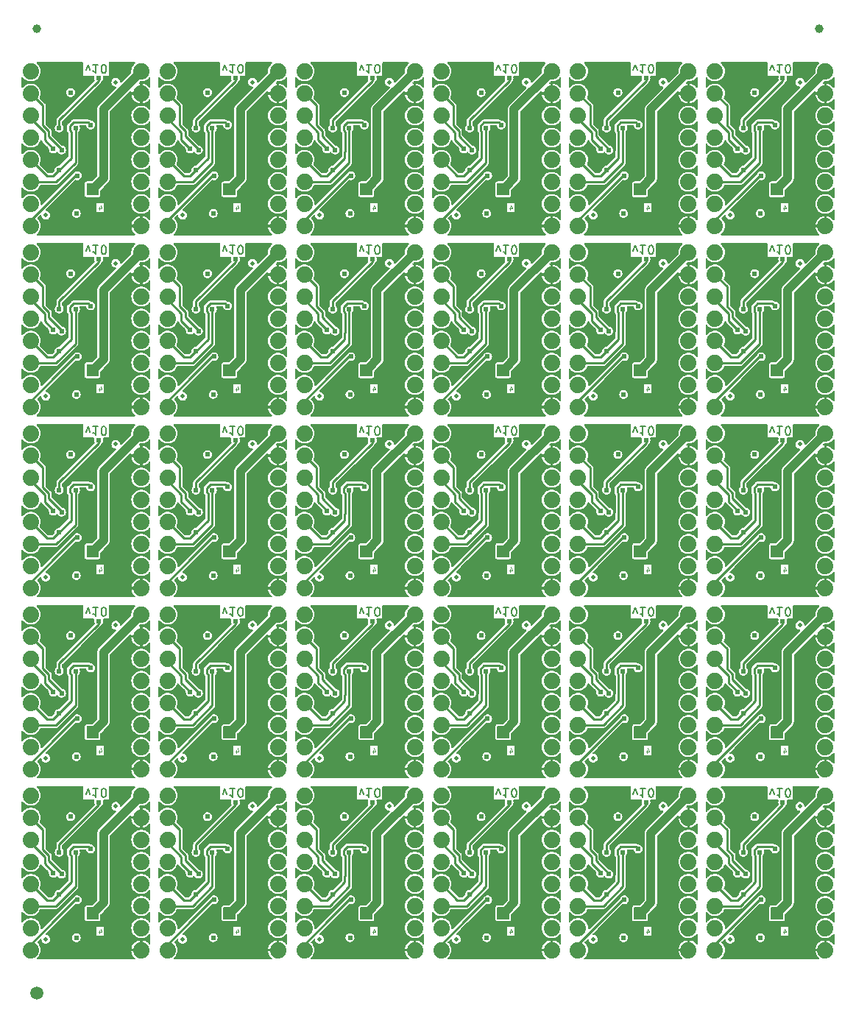
<source format=gbl>
%TF.GenerationSoftware,KiCad,Pcbnew,7.0.10*%
%TF.CreationDate,2024-02-23T15:38:17-07:00*%
%TF.ProjectId,SparkFun_Stepper_Motor_Breakout_TC78H670FTG_panelized,53706172-6b46-4756-9e5f-537465707065,rev?*%
%TF.SameCoordinates,Original*%
%TF.FileFunction,Copper,L4,Bot*%
%TF.FilePolarity,Positive*%
%FSLAX46Y46*%
G04 Gerber Fmt 4.6, Leading zero omitted, Abs format (unit mm)*
G04 Created by KiCad (PCBNEW 7.0.10) date 2024-02-23 15:38:17*
%MOMM*%
%LPD*%
G01*
G04 APERTURE LIST*
%ADD10C,0.150000*%
%TA.AperFunction,NonConductor*%
%ADD11C,0.150000*%
%TD*%
%ADD12C,0.100000*%
%TA.AperFunction,NonConductor*%
%ADD13C,0.100000*%
%TD*%
%TA.AperFunction,ComponentPad*%
%ADD14C,1.879600*%
%TD*%
%TA.AperFunction,SMDPad,CuDef*%
%ADD15C,0.500000*%
%TD*%
%TA.AperFunction,SMDPad,CuDef*%
%ADD16C,1.500000*%
%TD*%
%TA.AperFunction,SMDPad,CuDef*%
%ADD17C,1.000000*%
%TD*%
%TA.AperFunction,ViaPad*%
%ADD18C,0.609600*%
%TD*%
%TA.AperFunction,Conductor*%
%ADD19C,0.250000*%
%TD*%
%TA.AperFunction,Conductor*%
%ADD20C,1.016000*%
%TD*%
G04 APERTURE END LIST*
D10*
D11*
X189450094Y-95115056D02*
X189688189Y-94448389D01*
X189688189Y-94448389D02*
X189926284Y-95115056D01*
X190831046Y-94448389D02*
X190259618Y-94448389D01*
X190545332Y-94448389D02*
X190545332Y-95448389D01*
X190545332Y-95448389D02*
X190450094Y-95305532D01*
X190450094Y-95305532D02*
X190354856Y-95210294D01*
X190354856Y-95210294D02*
X190259618Y-95162675D01*
X191450094Y-95448389D02*
X191545332Y-95448389D01*
X191545332Y-95448389D02*
X191640570Y-95400770D01*
X191640570Y-95400770D02*
X191688189Y-95353151D01*
X191688189Y-95353151D02*
X191735808Y-95257913D01*
X191735808Y-95257913D02*
X191783427Y-95067437D01*
X191783427Y-95067437D02*
X191783427Y-94829342D01*
X191783427Y-94829342D02*
X191735808Y-94638866D01*
X191735808Y-94638866D02*
X191688189Y-94543628D01*
X191688189Y-94543628D02*
X191640570Y-94496009D01*
X191640570Y-94496009D02*
X191545332Y-94448389D01*
X191545332Y-94448389D02*
X191450094Y-94448389D01*
X191450094Y-94448389D02*
X191354856Y-94496009D01*
X191354856Y-94496009D02*
X191307237Y-94543628D01*
X191307237Y-94543628D02*
X191259618Y-94638866D01*
X191259618Y-94638866D02*
X191211999Y-94829342D01*
X191211999Y-94829342D02*
X191211999Y-95067437D01*
X191211999Y-95067437D02*
X191259618Y-95257913D01*
X191259618Y-95257913D02*
X191307237Y-95353151D01*
X191307237Y-95353151D02*
X191354856Y-95400770D01*
X191354856Y-95400770D02*
X191450094Y-95448389D01*
D10*
D11*
X173710094Y-53475056D02*
X173948189Y-52808389D01*
X173948189Y-52808389D02*
X174186284Y-53475056D01*
X175091046Y-52808389D02*
X174519618Y-52808389D01*
X174805332Y-52808389D02*
X174805332Y-53808389D01*
X174805332Y-53808389D02*
X174710094Y-53665532D01*
X174710094Y-53665532D02*
X174614856Y-53570294D01*
X174614856Y-53570294D02*
X174519618Y-53522675D01*
X175710094Y-53808389D02*
X175805332Y-53808389D01*
X175805332Y-53808389D02*
X175900570Y-53760770D01*
X175900570Y-53760770D02*
X175948189Y-53713151D01*
X175948189Y-53713151D02*
X175995808Y-53617913D01*
X175995808Y-53617913D02*
X176043427Y-53427437D01*
X176043427Y-53427437D02*
X176043427Y-53189342D01*
X176043427Y-53189342D02*
X175995808Y-52998866D01*
X175995808Y-52998866D02*
X175948189Y-52903628D01*
X175948189Y-52903628D02*
X175900570Y-52856009D01*
X175900570Y-52856009D02*
X175805332Y-52808389D01*
X175805332Y-52808389D02*
X175710094Y-52808389D01*
X175710094Y-52808389D02*
X175614856Y-52856009D01*
X175614856Y-52856009D02*
X175567237Y-52903628D01*
X175567237Y-52903628D02*
X175519618Y-52998866D01*
X175519618Y-52998866D02*
X175471999Y-53189342D01*
X175471999Y-53189342D02*
X175471999Y-53427437D01*
X175471999Y-53427437D02*
X175519618Y-53617913D01*
X175519618Y-53617913D02*
X175567237Y-53713151D01*
X175567237Y-53713151D02*
X175614856Y-53760770D01*
X175614856Y-53760770D02*
X175710094Y-53808389D01*
D12*
D13*
X159540877Y-27540276D02*
X159540877Y-27873609D01*
X159659925Y-27349800D02*
X159778972Y-27706942D01*
X159778972Y-27706942D02*
X159469449Y-27706942D01*
D12*
D13*
X191020877Y-27540276D02*
X191020877Y-27873609D01*
X191139925Y-27349800D02*
X191258972Y-27706942D01*
X191258972Y-27706942D02*
X190949449Y-27706942D01*
D10*
D11*
X157970094Y-74295056D02*
X158208189Y-73628389D01*
X158208189Y-73628389D02*
X158446284Y-74295056D01*
X159351046Y-73628389D02*
X158779618Y-73628389D01*
X159065332Y-73628389D02*
X159065332Y-74628389D01*
X159065332Y-74628389D02*
X158970094Y-74485532D01*
X158970094Y-74485532D02*
X158874856Y-74390294D01*
X158874856Y-74390294D02*
X158779618Y-74342675D01*
X159970094Y-74628389D02*
X160065332Y-74628389D01*
X160065332Y-74628389D02*
X160160570Y-74580770D01*
X160160570Y-74580770D02*
X160208189Y-74533151D01*
X160208189Y-74533151D02*
X160255808Y-74437913D01*
X160255808Y-74437913D02*
X160303427Y-74247437D01*
X160303427Y-74247437D02*
X160303427Y-74009342D01*
X160303427Y-74009342D02*
X160255808Y-73818866D01*
X160255808Y-73818866D02*
X160208189Y-73723628D01*
X160208189Y-73723628D02*
X160160570Y-73676009D01*
X160160570Y-73676009D02*
X160065332Y-73628389D01*
X160065332Y-73628389D02*
X159970094Y-73628389D01*
X159970094Y-73628389D02*
X159874856Y-73676009D01*
X159874856Y-73676009D02*
X159827237Y-73723628D01*
X159827237Y-73723628D02*
X159779618Y-73818866D01*
X159779618Y-73818866D02*
X159731999Y-74009342D01*
X159731999Y-74009342D02*
X159731999Y-74247437D01*
X159731999Y-74247437D02*
X159779618Y-74437913D01*
X159779618Y-74437913D02*
X159827237Y-74533151D01*
X159827237Y-74533151D02*
X159874856Y-74580770D01*
X159874856Y-74580770D02*
X159970094Y-74628389D01*
D12*
D13*
X175280877Y-27540276D02*
X175280877Y-27873609D01*
X175399925Y-27349800D02*
X175518972Y-27706942D01*
X175518972Y-27706942D02*
X175209449Y-27706942D01*
D12*
D13*
X206760877Y-69180276D02*
X206760877Y-69513609D01*
X206879925Y-68989800D02*
X206998972Y-69346942D01*
X206998972Y-69346942D02*
X206689449Y-69346942D01*
D12*
D13*
X222500877Y-27540276D02*
X222500877Y-27873609D01*
X222619925Y-27349800D02*
X222738972Y-27706942D01*
X222738972Y-27706942D02*
X222429449Y-27706942D01*
D12*
D13*
X222500877Y-69180276D02*
X222500877Y-69513609D01*
X222619925Y-68989800D02*
X222738972Y-69346942D01*
X222738972Y-69346942D02*
X222429449Y-69346942D01*
D12*
D13*
X206760877Y-90000276D02*
X206760877Y-90333609D01*
X206879925Y-89809800D02*
X206998972Y-90166942D01*
X206998972Y-90166942D02*
X206689449Y-90166942D01*
D12*
D13*
X159540877Y-48360276D02*
X159540877Y-48693609D01*
X159659925Y-48169800D02*
X159778972Y-48526942D01*
X159778972Y-48526942D02*
X159469449Y-48526942D01*
D12*
D13*
X222500877Y-90000276D02*
X222500877Y-90333609D01*
X222619925Y-89809800D02*
X222738972Y-90166942D01*
X222738972Y-90166942D02*
X222429449Y-90166942D01*
D10*
D11*
X220930094Y-95115056D02*
X221168189Y-94448389D01*
X221168189Y-94448389D02*
X221406284Y-95115056D01*
X222311046Y-94448389D02*
X221739618Y-94448389D01*
X222025332Y-94448389D02*
X222025332Y-95448389D01*
X222025332Y-95448389D02*
X221930094Y-95305532D01*
X221930094Y-95305532D02*
X221834856Y-95210294D01*
X221834856Y-95210294D02*
X221739618Y-95162675D01*
X222930094Y-95448389D02*
X223025332Y-95448389D01*
X223025332Y-95448389D02*
X223120570Y-95400770D01*
X223120570Y-95400770D02*
X223168189Y-95353151D01*
X223168189Y-95353151D02*
X223215808Y-95257913D01*
X223215808Y-95257913D02*
X223263427Y-95067437D01*
X223263427Y-95067437D02*
X223263427Y-94829342D01*
X223263427Y-94829342D02*
X223215808Y-94638866D01*
X223215808Y-94638866D02*
X223168189Y-94543628D01*
X223168189Y-94543628D02*
X223120570Y-94496009D01*
X223120570Y-94496009D02*
X223025332Y-94448389D01*
X223025332Y-94448389D02*
X222930094Y-94448389D01*
X222930094Y-94448389D02*
X222834856Y-94496009D01*
X222834856Y-94496009D02*
X222787237Y-94543628D01*
X222787237Y-94543628D02*
X222739618Y-94638866D01*
X222739618Y-94638866D02*
X222691999Y-94829342D01*
X222691999Y-94829342D02*
X222691999Y-95067437D01*
X222691999Y-95067437D02*
X222739618Y-95257913D01*
X222739618Y-95257913D02*
X222787237Y-95353151D01*
X222787237Y-95353151D02*
X222834856Y-95400770D01*
X222834856Y-95400770D02*
X222930094Y-95448389D01*
D12*
D13*
X206760877Y-27540276D02*
X206760877Y-27873609D01*
X206879925Y-27349800D02*
X206998972Y-27706942D01*
X206998972Y-27706942D02*
X206689449Y-27706942D01*
D12*
D13*
X175280877Y-48360276D02*
X175280877Y-48693609D01*
X175399925Y-48169800D02*
X175518972Y-48526942D01*
X175518972Y-48526942D02*
X175209449Y-48526942D01*
D10*
D11*
X157970094Y-53475056D02*
X158208189Y-52808389D01*
X158208189Y-52808389D02*
X158446284Y-53475056D01*
X159351046Y-52808389D02*
X158779618Y-52808389D01*
X159065332Y-52808389D02*
X159065332Y-53808389D01*
X159065332Y-53808389D02*
X158970094Y-53665532D01*
X158970094Y-53665532D02*
X158874856Y-53570294D01*
X158874856Y-53570294D02*
X158779618Y-53522675D01*
X159970094Y-53808389D02*
X160065332Y-53808389D01*
X160065332Y-53808389D02*
X160160570Y-53760770D01*
X160160570Y-53760770D02*
X160208189Y-53713151D01*
X160208189Y-53713151D02*
X160255808Y-53617913D01*
X160255808Y-53617913D02*
X160303427Y-53427437D01*
X160303427Y-53427437D02*
X160303427Y-53189342D01*
X160303427Y-53189342D02*
X160255808Y-52998866D01*
X160255808Y-52998866D02*
X160208189Y-52903628D01*
X160208189Y-52903628D02*
X160160570Y-52856009D01*
X160160570Y-52856009D02*
X160065332Y-52808389D01*
X160065332Y-52808389D02*
X159970094Y-52808389D01*
X159970094Y-52808389D02*
X159874856Y-52856009D01*
X159874856Y-52856009D02*
X159827237Y-52903628D01*
X159827237Y-52903628D02*
X159779618Y-52998866D01*
X159779618Y-52998866D02*
X159731999Y-53189342D01*
X159731999Y-53189342D02*
X159731999Y-53427437D01*
X159731999Y-53427437D02*
X159779618Y-53617913D01*
X159779618Y-53617913D02*
X159827237Y-53713151D01*
X159827237Y-53713151D02*
X159874856Y-53760770D01*
X159874856Y-53760770D02*
X159970094Y-53808389D01*
D10*
D11*
X173710094Y-32655056D02*
X173948189Y-31988389D01*
X173948189Y-31988389D02*
X174186284Y-32655056D01*
X175091046Y-31988389D02*
X174519618Y-31988389D01*
X174805332Y-31988389D02*
X174805332Y-32988389D01*
X174805332Y-32988389D02*
X174710094Y-32845532D01*
X174710094Y-32845532D02*
X174614856Y-32750294D01*
X174614856Y-32750294D02*
X174519618Y-32702675D01*
X175710094Y-32988389D02*
X175805332Y-32988389D01*
X175805332Y-32988389D02*
X175900570Y-32940770D01*
X175900570Y-32940770D02*
X175948189Y-32893151D01*
X175948189Y-32893151D02*
X175995808Y-32797913D01*
X175995808Y-32797913D02*
X176043427Y-32607437D01*
X176043427Y-32607437D02*
X176043427Y-32369342D01*
X176043427Y-32369342D02*
X175995808Y-32178866D01*
X175995808Y-32178866D02*
X175948189Y-32083628D01*
X175948189Y-32083628D02*
X175900570Y-32036009D01*
X175900570Y-32036009D02*
X175805332Y-31988389D01*
X175805332Y-31988389D02*
X175710094Y-31988389D01*
X175710094Y-31988389D02*
X175614856Y-32036009D01*
X175614856Y-32036009D02*
X175567237Y-32083628D01*
X175567237Y-32083628D02*
X175519618Y-32178866D01*
X175519618Y-32178866D02*
X175471999Y-32369342D01*
X175471999Y-32369342D02*
X175471999Y-32607437D01*
X175471999Y-32607437D02*
X175519618Y-32797913D01*
X175519618Y-32797913D02*
X175567237Y-32893151D01*
X175567237Y-32893151D02*
X175614856Y-32940770D01*
X175614856Y-32940770D02*
X175710094Y-32988389D01*
D12*
D13*
X191020877Y-110820276D02*
X191020877Y-111153609D01*
X191139925Y-110629800D02*
X191258972Y-110986942D01*
X191258972Y-110986942D02*
X190949449Y-110986942D01*
D12*
D13*
X191020877Y-48360276D02*
X191020877Y-48693609D01*
X191139925Y-48169800D02*
X191258972Y-48526942D01*
X191258972Y-48526942D02*
X190949449Y-48526942D01*
D10*
D11*
X142230094Y-32655056D02*
X142468189Y-31988389D01*
X142468189Y-31988389D02*
X142706284Y-32655056D01*
X143611046Y-31988389D02*
X143039618Y-31988389D01*
X143325332Y-31988389D02*
X143325332Y-32988389D01*
X143325332Y-32988389D02*
X143230094Y-32845532D01*
X143230094Y-32845532D02*
X143134856Y-32750294D01*
X143134856Y-32750294D02*
X143039618Y-32702675D01*
X144230094Y-32988389D02*
X144325332Y-32988389D01*
X144325332Y-32988389D02*
X144420570Y-32940770D01*
X144420570Y-32940770D02*
X144468189Y-32893151D01*
X144468189Y-32893151D02*
X144515808Y-32797913D01*
X144515808Y-32797913D02*
X144563427Y-32607437D01*
X144563427Y-32607437D02*
X144563427Y-32369342D01*
X144563427Y-32369342D02*
X144515808Y-32178866D01*
X144515808Y-32178866D02*
X144468189Y-32083628D01*
X144468189Y-32083628D02*
X144420570Y-32036009D01*
X144420570Y-32036009D02*
X144325332Y-31988389D01*
X144325332Y-31988389D02*
X144230094Y-31988389D01*
X144230094Y-31988389D02*
X144134856Y-32036009D01*
X144134856Y-32036009D02*
X144087237Y-32083628D01*
X144087237Y-32083628D02*
X144039618Y-32178866D01*
X144039618Y-32178866D02*
X143991999Y-32369342D01*
X143991999Y-32369342D02*
X143991999Y-32607437D01*
X143991999Y-32607437D02*
X144039618Y-32797913D01*
X144039618Y-32797913D02*
X144087237Y-32893151D01*
X144087237Y-32893151D02*
X144134856Y-32940770D01*
X144134856Y-32940770D02*
X144230094Y-32988389D01*
D10*
D11*
X157970094Y-32655056D02*
X158208189Y-31988389D01*
X158208189Y-31988389D02*
X158446284Y-32655056D01*
X159351046Y-31988389D02*
X158779618Y-31988389D01*
X159065332Y-31988389D02*
X159065332Y-32988389D01*
X159065332Y-32988389D02*
X158970094Y-32845532D01*
X158970094Y-32845532D02*
X158874856Y-32750294D01*
X158874856Y-32750294D02*
X158779618Y-32702675D01*
X159970094Y-32988389D02*
X160065332Y-32988389D01*
X160065332Y-32988389D02*
X160160570Y-32940770D01*
X160160570Y-32940770D02*
X160208189Y-32893151D01*
X160208189Y-32893151D02*
X160255808Y-32797913D01*
X160255808Y-32797913D02*
X160303427Y-32607437D01*
X160303427Y-32607437D02*
X160303427Y-32369342D01*
X160303427Y-32369342D02*
X160255808Y-32178866D01*
X160255808Y-32178866D02*
X160208189Y-32083628D01*
X160208189Y-32083628D02*
X160160570Y-32036009D01*
X160160570Y-32036009D02*
X160065332Y-31988389D01*
X160065332Y-31988389D02*
X159970094Y-31988389D01*
X159970094Y-31988389D02*
X159874856Y-32036009D01*
X159874856Y-32036009D02*
X159827237Y-32083628D01*
X159827237Y-32083628D02*
X159779618Y-32178866D01*
X159779618Y-32178866D02*
X159731999Y-32369342D01*
X159731999Y-32369342D02*
X159731999Y-32607437D01*
X159731999Y-32607437D02*
X159779618Y-32797913D01*
X159779618Y-32797913D02*
X159827237Y-32893151D01*
X159827237Y-32893151D02*
X159874856Y-32940770D01*
X159874856Y-32940770D02*
X159970094Y-32988389D01*
D10*
D11*
X142230094Y-53475056D02*
X142468189Y-52808389D01*
X142468189Y-52808389D02*
X142706284Y-53475056D01*
X143611046Y-52808389D02*
X143039618Y-52808389D01*
X143325332Y-52808389D02*
X143325332Y-53808389D01*
X143325332Y-53808389D02*
X143230094Y-53665532D01*
X143230094Y-53665532D02*
X143134856Y-53570294D01*
X143134856Y-53570294D02*
X143039618Y-53522675D01*
X144230094Y-53808389D02*
X144325332Y-53808389D01*
X144325332Y-53808389D02*
X144420570Y-53760770D01*
X144420570Y-53760770D02*
X144468189Y-53713151D01*
X144468189Y-53713151D02*
X144515808Y-53617913D01*
X144515808Y-53617913D02*
X144563427Y-53427437D01*
X144563427Y-53427437D02*
X144563427Y-53189342D01*
X144563427Y-53189342D02*
X144515808Y-52998866D01*
X144515808Y-52998866D02*
X144468189Y-52903628D01*
X144468189Y-52903628D02*
X144420570Y-52856009D01*
X144420570Y-52856009D02*
X144325332Y-52808389D01*
X144325332Y-52808389D02*
X144230094Y-52808389D01*
X144230094Y-52808389D02*
X144134856Y-52856009D01*
X144134856Y-52856009D02*
X144087237Y-52903628D01*
X144087237Y-52903628D02*
X144039618Y-52998866D01*
X144039618Y-52998866D02*
X143991999Y-53189342D01*
X143991999Y-53189342D02*
X143991999Y-53427437D01*
X143991999Y-53427437D02*
X144039618Y-53617913D01*
X144039618Y-53617913D02*
X144087237Y-53713151D01*
X144087237Y-53713151D02*
X144134856Y-53760770D01*
X144134856Y-53760770D02*
X144230094Y-53808389D01*
D12*
D13*
X222500877Y-48360276D02*
X222500877Y-48693609D01*
X222619925Y-48169800D02*
X222738972Y-48526942D01*
X222738972Y-48526942D02*
X222429449Y-48526942D01*
D12*
D13*
X143800877Y-69180276D02*
X143800877Y-69513609D01*
X143919925Y-68989800D02*
X144038972Y-69346942D01*
X144038972Y-69346942D02*
X143729449Y-69346942D01*
D10*
D11*
X173710094Y-11835056D02*
X173948189Y-11168389D01*
X173948189Y-11168389D02*
X174186284Y-11835056D01*
X175091046Y-11168389D02*
X174519618Y-11168389D01*
X174805332Y-11168389D02*
X174805332Y-12168389D01*
X174805332Y-12168389D02*
X174710094Y-12025532D01*
X174710094Y-12025532D02*
X174614856Y-11930294D01*
X174614856Y-11930294D02*
X174519618Y-11882675D01*
X175710094Y-12168389D02*
X175805332Y-12168389D01*
X175805332Y-12168389D02*
X175900570Y-12120770D01*
X175900570Y-12120770D02*
X175948189Y-12073151D01*
X175948189Y-12073151D02*
X175995808Y-11977913D01*
X175995808Y-11977913D02*
X176043427Y-11787437D01*
X176043427Y-11787437D02*
X176043427Y-11549342D01*
X176043427Y-11549342D02*
X175995808Y-11358866D01*
X175995808Y-11358866D02*
X175948189Y-11263628D01*
X175948189Y-11263628D02*
X175900570Y-11216009D01*
X175900570Y-11216009D02*
X175805332Y-11168389D01*
X175805332Y-11168389D02*
X175710094Y-11168389D01*
X175710094Y-11168389D02*
X175614856Y-11216009D01*
X175614856Y-11216009D02*
X175567237Y-11263628D01*
X175567237Y-11263628D02*
X175519618Y-11358866D01*
X175519618Y-11358866D02*
X175471999Y-11549342D01*
X175471999Y-11549342D02*
X175471999Y-11787437D01*
X175471999Y-11787437D02*
X175519618Y-11977913D01*
X175519618Y-11977913D02*
X175567237Y-12073151D01*
X175567237Y-12073151D02*
X175614856Y-12120770D01*
X175614856Y-12120770D02*
X175710094Y-12168389D01*
D12*
D13*
X175280877Y-69180276D02*
X175280877Y-69513609D01*
X175399925Y-68989800D02*
X175518972Y-69346942D01*
X175518972Y-69346942D02*
X175209449Y-69346942D01*
D12*
D13*
X206760877Y-48360276D02*
X206760877Y-48693609D01*
X206879925Y-48169800D02*
X206998972Y-48526942D01*
X206998972Y-48526942D02*
X206689449Y-48526942D01*
D12*
D13*
X159540877Y-90000276D02*
X159540877Y-90333609D01*
X159659925Y-89809800D02*
X159778972Y-90166942D01*
X159778972Y-90166942D02*
X159469449Y-90166942D01*
D10*
D11*
X142230094Y-95115056D02*
X142468189Y-94448389D01*
X142468189Y-94448389D02*
X142706284Y-95115056D01*
X143611046Y-94448389D02*
X143039618Y-94448389D01*
X143325332Y-94448389D02*
X143325332Y-95448389D01*
X143325332Y-95448389D02*
X143230094Y-95305532D01*
X143230094Y-95305532D02*
X143134856Y-95210294D01*
X143134856Y-95210294D02*
X143039618Y-95162675D01*
X144230094Y-95448389D02*
X144325332Y-95448389D01*
X144325332Y-95448389D02*
X144420570Y-95400770D01*
X144420570Y-95400770D02*
X144468189Y-95353151D01*
X144468189Y-95353151D02*
X144515808Y-95257913D01*
X144515808Y-95257913D02*
X144563427Y-95067437D01*
X144563427Y-95067437D02*
X144563427Y-94829342D01*
X144563427Y-94829342D02*
X144515808Y-94638866D01*
X144515808Y-94638866D02*
X144468189Y-94543628D01*
X144468189Y-94543628D02*
X144420570Y-94496009D01*
X144420570Y-94496009D02*
X144325332Y-94448389D01*
X144325332Y-94448389D02*
X144230094Y-94448389D01*
X144230094Y-94448389D02*
X144134856Y-94496009D01*
X144134856Y-94496009D02*
X144087237Y-94543628D01*
X144087237Y-94543628D02*
X144039618Y-94638866D01*
X144039618Y-94638866D02*
X143991999Y-94829342D01*
X143991999Y-94829342D02*
X143991999Y-95067437D01*
X143991999Y-95067437D02*
X144039618Y-95257913D01*
X144039618Y-95257913D02*
X144087237Y-95353151D01*
X144087237Y-95353151D02*
X144134856Y-95400770D01*
X144134856Y-95400770D02*
X144230094Y-95448389D01*
D12*
D13*
X159540877Y-110820276D02*
X159540877Y-111153609D01*
X159659925Y-110629800D02*
X159778972Y-110986942D01*
X159778972Y-110986942D02*
X159469449Y-110986942D01*
D10*
D11*
X205190094Y-95115056D02*
X205428189Y-94448389D01*
X205428189Y-94448389D02*
X205666284Y-95115056D01*
X206571046Y-94448389D02*
X205999618Y-94448389D01*
X206285332Y-94448389D02*
X206285332Y-95448389D01*
X206285332Y-95448389D02*
X206190094Y-95305532D01*
X206190094Y-95305532D02*
X206094856Y-95210294D01*
X206094856Y-95210294D02*
X205999618Y-95162675D01*
X207190094Y-95448389D02*
X207285332Y-95448389D01*
X207285332Y-95448389D02*
X207380570Y-95400770D01*
X207380570Y-95400770D02*
X207428189Y-95353151D01*
X207428189Y-95353151D02*
X207475808Y-95257913D01*
X207475808Y-95257913D02*
X207523427Y-95067437D01*
X207523427Y-95067437D02*
X207523427Y-94829342D01*
X207523427Y-94829342D02*
X207475808Y-94638866D01*
X207475808Y-94638866D02*
X207428189Y-94543628D01*
X207428189Y-94543628D02*
X207380570Y-94496009D01*
X207380570Y-94496009D02*
X207285332Y-94448389D01*
X207285332Y-94448389D02*
X207190094Y-94448389D01*
X207190094Y-94448389D02*
X207094856Y-94496009D01*
X207094856Y-94496009D02*
X207047237Y-94543628D01*
X207047237Y-94543628D02*
X206999618Y-94638866D01*
X206999618Y-94638866D02*
X206951999Y-94829342D01*
X206951999Y-94829342D02*
X206951999Y-95067437D01*
X206951999Y-95067437D02*
X206999618Y-95257913D01*
X206999618Y-95257913D02*
X207047237Y-95353151D01*
X207047237Y-95353151D02*
X207094856Y-95400770D01*
X207094856Y-95400770D02*
X207190094Y-95448389D01*
D10*
D11*
X205190094Y-11835056D02*
X205428189Y-11168389D01*
X205428189Y-11168389D02*
X205666284Y-11835056D01*
X206571046Y-11168389D02*
X205999618Y-11168389D01*
X206285332Y-11168389D02*
X206285332Y-12168389D01*
X206285332Y-12168389D02*
X206190094Y-12025532D01*
X206190094Y-12025532D02*
X206094856Y-11930294D01*
X206094856Y-11930294D02*
X205999618Y-11882675D01*
X207190094Y-12168389D02*
X207285332Y-12168389D01*
X207285332Y-12168389D02*
X207380570Y-12120770D01*
X207380570Y-12120770D02*
X207428189Y-12073151D01*
X207428189Y-12073151D02*
X207475808Y-11977913D01*
X207475808Y-11977913D02*
X207523427Y-11787437D01*
X207523427Y-11787437D02*
X207523427Y-11549342D01*
X207523427Y-11549342D02*
X207475808Y-11358866D01*
X207475808Y-11358866D02*
X207428189Y-11263628D01*
X207428189Y-11263628D02*
X207380570Y-11216009D01*
X207380570Y-11216009D02*
X207285332Y-11168389D01*
X207285332Y-11168389D02*
X207190094Y-11168389D01*
X207190094Y-11168389D02*
X207094856Y-11216009D01*
X207094856Y-11216009D02*
X207047237Y-11263628D01*
X207047237Y-11263628D02*
X206999618Y-11358866D01*
X206999618Y-11358866D02*
X206951999Y-11549342D01*
X206951999Y-11549342D02*
X206951999Y-11787437D01*
X206951999Y-11787437D02*
X206999618Y-11977913D01*
X206999618Y-11977913D02*
X207047237Y-12073151D01*
X207047237Y-12073151D02*
X207094856Y-12120770D01*
X207094856Y-12120770D02*
X207190094Y-12168389D01*
D12*
D13*
X143800877Y-90000276D02*
X143800877Y-90333609D01*
X143919925Y-89809800D02*
X144038972Y-90166942D01*
X144038972Y-90166942D02*
X143729449Y-90166942D01*
D12*
D13*
X143800877Y-27540276D02*
X143800877Y-27873609D01*
X143919925Y-27349800D02*
X144038972Y-27706942D01*
X144038972Y-27706942D02*
X143729449Y-27706942D01*
D10*
D11*
X189450094Y-11835056D02*
X189688189Y-11168389D01*
X189688189Y-11168389D02*
X189926284Y-11835056D01*
X190831046Y-11168389D02*
X190259618Y-11168389D01*
X190545332Y-11168389D02*
X190545332Y-12168389D01*
X190545332Y-12168389D02*
X190450094Y-12025532D01*
X190450094Y-12025532D02*
X190354856Y-11930294D01*
X190354856Y-11930294D02*
X190259618Y-11882675D01*
X191450094Y-12168389D02*
X191545332Y-12168389D01*
X191545332Y-12168389D02*
X191640570Y-12120770D01*
X191640570Y-12120770D02*
X191688189Y-12073151D01*
X191688189Y-12073151D02*
X191735808Y-11977913D01*
X191735808Y-11977913D02*
X191783427Y-11787437D01*
X191783427Y-11787437D02*
X191783427Y-11549342D01*
X191783427Y-11549342D02*
X191735808Y-11358866D01*
X191735808Y-11358866D02*
X191688189Y-11263628D01*
X191688189Y-11263628D02*
X191640570Y-11216009D01*
X191640570Y-11216009D02*
X191545332Y-11168389D01*
X191545332Y-11168389D02*
X191450094Y-11168389D01*
X191450094Y-11168389D02*
X191354856Y-11216009D01*
X191354856Y-11216009D02*
X191307237Y-11263628D01*
X191307237Y-11263628D02*
X191259618Y-11358866D01*
X191259618Y-11358866D02*
X191211999Y-11549342D01*
X191211999Y-11549342D02*
X191211999Y-11787437D01*
X191211999Y-11787437D02*
X191259618Y-11977913D01*
X191259618Y-11977913D02*
X191307237Y-12073151D01*
X191307237Y-12073151D02*
X191354856Y-12120770D01*
X191354856Y-12120770D02*
X191450094Y-12168389D01*
D10*
D11*
X173710094Y-95115056D02*
X173948189Y-94448389D01*
X173948189Y-94448389D02*
X174186284Y-95115056D01*
X175091046Y-94448389D02*
X174519618Y-94448389D01*
X174805332Y-94448389D02*
X174805332Y-95448389D01*
X174805332Y-95448389D02*
X174710094Y-95305532D01*
X174710094Y-95305532D02*
X174614856Y-95210294D01*
X174614856Y-95210294D02*
X174519618Y-95162675D01*
X175710094Y-95448389D02*
X175805332Y-95448389D01*
X175805332Y-95448389D02*
X175900570Y-95400770D01*
X175900570Y-95400770D02*
X175948189Y-95353151D01*
X175948189Y-95353151D02*
X175995808Y-95257913D01*
X175995808Y-95257913D02*
X176043427Y-95067437D01*
X176043427Y-95067437D02*
X176043427Y-94829342D01*
X176043427Y-94829342D02*
X175995808Y-94638866D01*
X175995808Y-94638866D02*
X175948189Y-94543628D01*
X175948189Y-94543628D02*
X175900570Y-94496009D01*
X175900570Y-94496009D02*
X175805332Y-94448389D01*
X175805332Y-94448389D02*
X175710094Y-94448389D01*
X175710094Y-94448389D02*
X175614856Y-94496009D01*
X175614856Y-94496009D02*
X175567237Y-94543628D01*
X175567237Y-94543628D02*
X175519618Y-94638866D01*
X175519618Y-94638866D02*
X175471999Y-94829342D01*
X175471999Y-94829342D02*
X175471999Y-95067437D01*
X175471999Y-95067437D02*
X175519618Y-95257913D01*
X175519618Y-95257913D02*
X175567237Y-95353151D01*
X175567237Y-95353151D02*
X175614856Y-95400770D01*
X175614856Y-95400770D02*
X175710094Y-95448389D01*
D12*
D13*
X159540877Y-69180276D02*
X159540877Y-69513609D01*
X159659925Y-68989800D02*
X159778972Y-69346942D01*
X159778972Y-69346942D02*
X159469449Y-69346942D01*
D10*
D11*
X220930094Y-11835056D02*
X221168189Y-11168389D01*
X221168189Y-11168389D02*
X221406284Y-11835056D01*
X222311046Y-11168389D02*
X221739618Y-11168389D01*
X222025332Y-11168389D02*
X222025332Y-12168389D01*
X222025332Y-12168389D02*
X221930094Y-12025532D01*
X221930094Y-12025532D02*
X221834856Y-11930294D01*
X221834856Y-11930294D02*
X221739618Y-11882675D01*
X222930094Y-12168389D02*
X223025332Y-12168389D01*
X223025332Y-12168389D02*
X223120570Y-12120770D01*
X223120570Y-12120770D02*
X223168189Y-12073151D01*
X223168189Y-12073151D02*
X223215808Y-11977913D01*
X223215808Y-11977913D02*
X223263427Y-11787437D01*
X223263427Y-11787437D02*
X223263427Y-11549342D01*
X223263427Y-11549342D02*
X223215808Y-11358866D01*
X223215808Y-11358866D02*
X223168189Y-11263628D01*
X223168189Y-11263628D02*
X223120570Y-11216009D01*
X223120570Y-11216009D02*
X223025332Y-11168389D01*
X223025332Y-11168389D02*
X222930094Y-11168389D01*
X222930094Y-11168389D02*
X222834856Y-11216009D01*
X222834856Y-11216009D02*
X222787237Y-11263628D01*
X222787237Y-11263628D02*
X222739618Y-11358866D01*
X222739618Y-11358866D02*
X222691999Y-11549342D01*
X222691999Y-11549342D02*
X222691999Y-11787437D01*
X222691999Y-11787437D02*
X222739618Y-11977913D01*
X222739618Y-11977913D02*
X222787237Y-12073151D01*
X222787237Y-12073151D02*
X222834856Y-12120770D01*
X222834856Y-12120770D02*
X222930094Y-12168389D01*
D10*
D11*
X220930094Y-32655056D02*
X221168189Y-31988389D01*
X221168189Y-31988389D02*
X221406284Y-32655056D01*
X222311046Y-31988389D02*
X221739618Y-31988389D01*
X222025332Y-31988389D02*
X222025332Y-32988389D01*
X222025332Y-32988389D02*
X221930094Y-32845532D01*
X221930094Y-32845532D02*
X221834856Y-32750294D01*
X221834856Y-32750294D02*
X221739618Y-32702675D01*
X222930094Y-32988389D02*
X223025332Y-32988389D01*
X223025332Y-32988389D02*
X223120570Y-32940770D01*
X223120570Y-32940770D02*
X223168189Y-32893151D01*
X223168189Y-32893151D02*
X223215808Y-32797913D01*
X223215808Y-32797913D02*
X223263427Y-32607437D01*
X223263427Y-32607437D02*
X223263427Y-32369342D01*
X223263427Y-32369342D02*
X223215808Y-32178866D01*
X223215808Y-32178866D02*
X223168189Y-32083628D01*
X223168189Y-32083628D02*
X223120570Y-32036009D01*
X223120570Y-32036009D02*
X223025332Y-31988389D01*
X223025332Y-31988389D02*
X222930094Y-31988389D01*
X222930094Y-31988389D02*
X222834856Y-32036009D01*
X222834856Y-32036009D02*
X222787237Y-32083628D01*
X222787237Y-32083628D02*
X222739618Y-32178866D01*
X222739618Y-32178866D02*
X222691999Y-32369342D01*
X222691999Y-32369342D02*
X222691999Y-32607437D01*
X222691999Y-32607437D02*
X222739618Y-32797913D01*
X222739618Y-32797913D02*
X222787237Y-32893151D01*
X222787237Y-32893151D02*
X222834856Y-32940770D01*
X222834856Y-32940770D02*
X222930094Y-32988389D01*
D12*
D13*
X191020877Y-69180276D02*
X191020877Y-69513609D01*
X191139925Y-68989800D02*
X191258972Y-69346942D01*
X191258972Y-69346942D02*
X190949449Y-69346942D01*
D10*
D11*
X220930094Y-74295056D02*
X221168189Y-73628389D01*
X221168189Y-73628389D02*
X221406284Y-74295056D01*
X222311046Y-73628389D02*
X221739618Y-73628389D01*
X222025332Y-73628389D02*
X222025332Y-74628389D01*
X222025332Y-74628389D02*
X221930094Y-74485532D01*
X221930094Y-74485532D02*
X221834856Y-74390294D01*
X221834856Y-74390294D02*
X221739618Y-74342675D01*
X222930094Y-74628389D02*
X223025332Y-74628389D01*
X223025332Y-74628389D02*
X223120570Y-74580770D01*
X223120570Y-74580770D02*
X223168189Y-74533151D01*
X223168189Y-74533151D02*
X223215808Y-74437913D01*
X223215808Y-74437913D02*
X223263427Y-74247437D01*
X223263427Y-74247437D02*
X223263427Y-74009342D01*
X223263427Y-74009342D02*
X223215808Y-73818866D01*
X223215808Y-73818866D02*
X223168189Y-73723628D01*
X223168189Y-73723628D02*
X223120570Y-73676009D01*
X223120570Y-73676009D02*
X223025332Y-73628389D01*
X223025332Y-73628389D02*
X222930094Y-73628389D01*
X222930094Y-73628389D02*
X222834856Y-73676009D01*
X222834856Y-73676009D02*
X222787237Y-73723628D01*
X222787237Y-73723628D02*
X222739618Y-73818866D01*
X222739618Y-73818866D02*
X222691999Y-74009342D01*
X222691999Y-74009342D02*
X222691999Y-74247437D01*
X222691999Y-74247437D02*
X222739618Y-74437913D01*
X222739618Y-74437913D02*
X222787237Y-74533151D01*
X222787237Y-74533151D02*
X222834856Y-74580770D01*
X222834856Y-74580770D02*
X222930094Y-74628389D01*
D10*
D11*
X205190094Y-74295056D02*
X205428189Y-73628389D01*
X205428189Y-73628389D02*
X205666284Y-74295056D01*
X206571046Y-73628389D02*
X205999618Y-73628389D01*
X206285332Y-73628389D02*
X206285332Y-74628389D01*
X206285332Y-74628389D02*
X206190094Y-74485532D01*
X206190094Y-74485532D02*
X206094856Y-74390294D01*
X206094856Y-74390294D02*
X205999618Y-74342675D01*
X207190094Y-74628389D02*
X207285332Y-74628389D01*
X207285332Y-74628389D02*
X207380570Y-74580770D01*
X207380570Y-74580770D02*
X207428189Y-74533151D01*
X207428189Y-74533151D02*
X207475808Y-74437913D01*
X207475808Y-74437913D02*
X207523427Y-74247437D01*
X207523427Y-74247437D02*
X207523427Y-74009342D01*
X207523427Y-74009342D02*
X207475808Y-73818866D01*
X207475808Y-73818866D02*
X207428189Y-73723628D01*
X207428189Y-73723628D02*
X207380570Y-73676009D01*
X207380570Y-73676009D02*
X207285332Y-73628389D01*
X207285332Y-73628389D02*
X207190094Y-73628389D01*
X207190094Y-73628389D02*
X207094856Y-73676009D01*
X207094856Y-73676009D02*
X207047237Y-73723628D01*
X207047237Y-73723628D02*
X206999618Y-73818866D01*
X206999618Y-73818866D02*
X206951999Y-74009342D01*
X206951999Y-74009342D02*
X206951999Y-74247437D01*
X206951999Y-74247437D02*
X206999618Y-74437913D01*
X206999618Y-74437913D02*
X207047237Y-74533151D01*
X207047237Y-74533151D02*
X207094856Y-74580770D01*
X207094856Y-74580770D02*
X207190094Y-74628389D01*
D12*
D13*
X175280877Y-110820276D02*
X175280877Y-111153609D01*
X175399925Y-110629800D02*
X175518972Y-110986942D01*
X175518972Y-110986942D02*
X175209449Y-110986942D01*
D12*
D13*
X175280877Y-90000276D02*
X175280877Y-90333609D01*
X175399925Y-89809800D02*
X175518972Y-90166942D01*
X175518972Y-90166942D02*
X175209449Y-90166942D01*
D10*
D11*
X142230094Y-11835056D02*
X142468189Y-11168389D01*
X142468189Y-11168389D02*
X142706284Y-11835056D01*
X143611046Y-11168389D02*
X143039618Y-11168389D01*
X143325332Y-11168389D02*
X143325332Y-12168389D01*
X143325332Y-12168389D02*
X143230094Y-12025532D01*
X143230094Y-12025532D02*
X143134856Y-11930294D01*
X143134856Y-11930294D02*
X143039618Y-11882675D01*
X144230094Y-12168389D02*
X144325332Y-12168389D01*
X144325332Y-12168389D02*
X144420570Y-12120770D01*
X144420570Y-12120770D02*
X144468189Y-12073151D01*
X144468189Y-12073151D02*
X144515808Y-11977913D01*
X144515808Y-11977913D02*
X144563427Y-11787437D01*
X144563427Y-11787437D02*
X144563427Y-11549342D01*
X144563427Y-11549342D02*
X144515808Y-11358866D01*
X144515808Y-11358866D02*
X144468189Y-11263628D01*
X144468189Y-11263628D02*
X144420570Y-11216009D01*
X144420570Y-11216009D02*
X144325332Y-11168389D01*
X144325332Y-11168389D02*
X144230094Y-11168389D01*
X144230094Y-11168389D02*
X144134856Y-11216009D01*
X144134856Y-11216009D02*
X144087237Y-11263628D01*
X144087237Y-11263628D02*
X144039618Y-11358866D01*
X144039618Y-11358866D02*
X143991999Y-11549342D01*
X143991999Y-11549342D02*
X143991999Y-11787437D01*
X143991999Y-11787437D02*
X144039618Y-11977913D01*
X144039618Y-11977913D02*
X144087237Y-12073151D01*
X144087237Y-12073151D02*
X144134856Y-12120770D01*
X144134856Y-12120770D02*
X144230094Y-12168389D01*
D12*
D13*
X191020877Y-90000276D02*
X191020877Y-90333609D01*
X191139925Y-89809800D02*
X191258972Y-90166942D01*
X191258972Y-90166942D02*
X190949449Y-90166942D01*
D10*
D11*
X189450094Y-32655056D02*
X189688189Y-31988389D01*
X189688189Y-31988389D02*
X189926284Y-32655056D01*
X190831046Y-31988389D02*
X190259618Y-31988389D01*
X190545332Y-31988389D02*
X190545332Y-32988389D01*
X190545332Y-32988389D02*
X190450094Y-32845532D01*
X190450094Y-32845532D02*
X190354856Y-32750294D01*
X190354856Y-32750294D02*
X190259618Y-32702675D01*
X191450094Y-32988389D02*
X191545332Y-32988389D01*
X191545332Y-32988389D02*
X191640570Y-32940770D01*
X191640570Y-32940770D02*
X191688189Y-32893151D01*
X191688189Y-32893151D02*
X191735808Y-32797913D01*
X191735808Y-32797913D02*
X191783427Y-32607437D01*
X191783427Y-32607437D02*
X191783427Y-32369342D01*
X191783427Y-32369342D02*
X191735808Y-32178866D01*
X191735808Y-32178866D02*
X191688189Y-32083628D01*
X191688189Y-32083628D02*
X191640570Y-32036009D01*
X191640570Y-32036009D02*
X191545332Y-31988389D01*
X191545332Y-31988389D02*
X191450094Y-31988389D01*
X191450094Y-31988389D02*
X191354856Y-32036009D01*
X191354856Y-32036009D02*
X191307237Y-32083628D01*
X191307237Y-32083628D02*
X191259618Y-32178866D01*
X191259618Y-32178866D02*
X191211999Y-32369342D01*
X191211999Y-32369342D02*
X191211999Y-32607437D01*
X191211999Y-32607437D02*
X191259618Y-32797913D01*
X191259618Y-32797913D02*
X191307237Y-32893151D01*
X191307237Y-32893151D02*
X191354856Y-32940770D01*
X191354856Y-32940770D02*
X191450094Y-32988389D01*
D12*
D13*
X143800877Y-110820276D02*
X143800877Y-111153609D01*
X143919925Y-110629800D02*
X144038972Y-110986942D01*
X144038972Y-110986942D02*
X143729449Y-110986942D01*
D12*
D13*
X143800877Y-48360276D02*
X143800877Y-48693609D01*
X143919925Y-48169800D02*
X144038972Y-48526942D01*
X144038972Y-48526942D02*
X143729449Y-48526942D01*
D10*
D11*
X220930094Y-53475056D02*
X221168189Y-52808389D01*
X221168189Y-52808389D02*
X221406284Y-53475056D01*
X222311046Y-52808389D02*
X221739618Y-52808389D01*
X222025332Y-52808389D02*
X222025332Y-53808389D01*
X222025332Y-53808389D02*
X221930094Y-53665532D01*
X221930094Y-53665532D02*
X221834856Y-53570294D01*
X221834856Y-53570294D02*
X221739618Y-53522675D01*
X222930094Y-53808389D02*
X223025332Y-53808389D01*
X223025332Y-53808389D02*
X223120570Y-53760770D01*
X223120570Y-53760770D02*
X223168189Y-53713151D01*
X223168189Y-53713151D02*
X223215808Y-53617913D01*
X223215808Y-53617913D02*
X223263427Y-53427437D01*
X223263427Y-53427437D02*
X223263427Y-53189342D01*
X223263427Y-53189342D02*
X223215808Y-52998866D01*
X223215808Y-52998866D02*
X223168189Y-52903628D01*
X223168189Y-52903628D02*
X223120570Y-52856009D01*
X223120570Y-52856009D02*
X223025332Y-52808389D01*
X223025332Y-52808389D02*
X222930094Y-52808389D01*
X222930094Y-52808389D02*
X222834856Y-52856009D01*
X222834856Y-52856009D02*
X222787237Y-52903628D01*
X222787237Y-52903628D02*
X222739618Y-52998866D01*
X222739618Y-52998866D02*
X222691999Y-53189342D01*
X222691999Y-53189342D02*
X222691999Y-53427437D01*
X222691999Y-53427437D02*
X222739618Y-53617913D01*
X222739618Y-53617913D02*
X222787237Y-53713151D01*
X222787237Y-53713151D02*
X222834856Y-53760770D01*
X222834856Y-53760770D02*
X222930094Y-53808389D01*
D12*
D13*
X206760877Y-110820276D02*
X206760877Y-111153609D01*
X206879925Y-110629800D02*
X206998972Y-110986942D01*
X206998972Y-110986942D02*
X206689449Y-110986942D01*
D10*
D11*
X157970094Y-11835056D02*
X158208189Y-11168389D01*
X158208189Y-11168389D02*
X158446284Y-11835056D01*
X159351046Y-11168389D02*
X158779618Y-11168389D01*
X159065332Y-11168389D02*
X159065332Y-12168389D01*
X159065332Y-12168389D02*
X158970094Y-12025532D01*
X158970094Y-12025532D02*
X158874856Y-11930294D01*
X158874856Y-11930294D02*
X158779618Y-11882675D01*
X159970094Y-12168389D02*
X160065332Y-12168389D01*
X160065332Y-12168389D02*
X160160570Y-12120770D01*
X160160570Y-12120770D02*
X160208189Y-12073151D01*
X160208189Y-12073151D02*
X160255808Y-11977913D01*
X160255808Y-11977913D02*
X160303427Y-11787437D01*
X160303427Y-11787437D02*
X160303427Y-11549342D01*
X160303427Y-11549342D02*
X160255808Y-11358866D01*
X160255808Y-11358866D02*
X160208189Y-11263628D01*
X160208189Y-11263628D02*
X160160570Y-11216009D01*
X160160570Y-11216009D02*
X160065332Y-11168389D01*
X160065332Y-11168389D02*
X159970094Y-11168389D01*
X159970094Y-11168389D02*
X159874856Y-11216009D01*
X159874856Y-11216009D02*
X159827237Y-11263628D01*
X159827237Y-11263628D02*
X159779618Y-11358866D01*
X159779618Y-11358866D02*
X159731999Y-11549342D01*
X159731999Y-11549342D02*
X159731999Y-11787437D01*
X159731999Y-11787437D02*
X159779618Y-11977913D01*
X159779618Y-11977913D02*
X159827237Y-12073151D01*
X159827237Y-12073151D02*
X159874856Y-12120770D01*
X159874856Y-12120770D02*
X159970094Y-12168389D01*
D10*
D11*
X173710094Y-74295056D02*
X173948189Y-73628389D01*
X173948189Y-73628389D02*
X174186284Y-74295056D01*
X175091046Y-73628389D02*
X174519618Y-73628389D01*
X174805332Y-73628389D02*
X174805332Y-74628389D01*
X174805332Y-74628389D02*
X174710094Y-74485532D01*
X174710094Y-74485532D02*
X174614856Y-74390294D01*
X174614856Y-74390294D02*
X174519618Y-74342675D01*
X175710094Y-74628389D02*
X175805332Y-74628389D01*
X175805332Y-74628389D02*
X175900570Y-74580770D01*
X175900570Y-74580770D02*
X175948189Y-74533151D01*
X175948189Y-74533151D02*
X175995808Y-74437913D01*
X175995808Y-74437913D02*
X176043427Y-74247437D01*
X176043427Y-74247437D02*
X176043427Y-74009342D01*
X176043427Y-74009342D02*
X175995808Y-73818866D01*
X175995808Y-73818866D02*
X175948189Y-73723628D01*
X175948189Y-73723628D02*
X175900570Y-73676009D01*
X175900570Y-73676009D02*
X175805332Y-73628389D01*
X175805332Y-73628389D02*
X175710094Y-73628389D01*
X175710094Y-73628389D02*
X175614856Y-73676009D01*
X175614856Y-73676009D02*
X175567237Y-73723628D01*
X175567237Y-73723628D02*
X175519618Y-73818866D01*
X175519618Y-73818866D02*
X175471999Y-74009342D01*
X175471999Y-74009342D02*
X175471999Y-74247437D01*
X175471999Y-74247437D02*
X175519618Y-74437913D01*
X175519618Y-74437913D02*
X175567237Y-74533151D01*
X175567237Y-74533151D02*
X175614856Y-74580770D01*
X175614856Y-74580770D02*
X175710094Y-74628389D01*
D10*
D11*
X205190094Y-32655056D02*
X205428189Y-31988389D01*
X205428189Y-31988389D02*
X205666284Y-32655056D01*
X206571046Y-31988389D02*
X205999618Y-31988389D01*
X206285332Y-31988389D02*
X206285332Y-32988389D01*
X206285332Y-32988389D02*
X206190094Y-32845532D01*
X206190094Y-32845532D02*
X206094856Y-32750294D01*
X206094856Y-32750294D02*
X205999618Y-32702675D01*
X207190094Y-32988389D02*
X207285332Y-32988389D01*
X207285332Y-32988389D02*
X207380570Y-32940770D01*
X207380570Y-32940770D02*
X207428189Y-32893151D01*
X207428189Y-32893151D02*
X207475808Y-32797913D01*
X207475808Y-32797913D02*
X207523427Y-32607437D01*
X207523427Y-32607437D02*
X207523427Y-32369342D01*
X207523427Y-32369342D02*
X207475808Y-32178866D01*
X207475808Y-32178866D02*
X207428189Y-32083628D01*
X207428189Y-32083628D02*
X207380570Y-32036009D01*
X207380570Y-32036009D02*
X207285332Y-31988389D01*
X207285332Y-31988389D02*
X207190094Y-31988389D01*
X207190094Y-31988389D02*
X207094856Y-32036009D01*
X207094856Y-32036009D02*
X207047237Y-32083628D01*
X207047237Y-32083628D02*
X206999618Y-32178866D01*
X206999618Y-32178866D02*
X206951999Y-32369342D01*
X206951999Y-32369342D02*
X206951999Y-32607437D01*
X206951999Y-32607437D02*
X206999618Y-32797913D01*
X206999618Y-32797913D02*
X207047237Y-32893151D01*
X207047237Y-32893151D02*
X207094856Y-32940770D01*
X207094856Y-32940770D02*
X207190094Y-32988389D01*
D10*
D11*
X157970094Y-95115056D02*
X158208189Y-94448389D01*
X158208189Y-94448389D02*
X158446284Y-95115056D01*
X159351046Y-94448389D02*
X158779618Y-94448389D01*
X159065332Y-94448389D02*
X159065332Y-95448389D01*
X159065332Y-95448389D02*
X158970094Y-95305532D01*
X158970094Y-95305532D02*
X158874856Y-95210294D01*
X158874856Y-95210294D02*
X158779618Y-95162675D01*
X159970094Y-95448389D02*
X160065332Y-95448389D01*
X160065332Y-95448389D02*
X160160570Y-95400770D01*
X160160570Y-95400770D02*
X160208189Y-95353151D01*
X160208189Y-95353151D02*
X160255808Y-95257913D01*
X160255808Y-95257913D02*
X160303427Y-95067437D01*
X160303427Y-95067437D02*
X160303427Y-94829342D01*
X160303427Y-94829342D02*
X160255808Y-94638866D01*
X160255808Y-94638866D02*
X160208189Y-94543628D01*
X160208189Y-94543628D02*
X160160570Y-94496009D01*
X160160570Y-94496009D02*
X160065332Y-94448389D01*
X160065332Y-94448389D02*
X159970094Y-94448389D01*
X159970094Y-94448389D02*
X159874856Y-94496009D01*
X159874856Y-94496009D02*
X159827237Y-94543628D01*
X159827237Y-94543628D02*
X159779618Y-94638866D01*
X159779618Y-94638866D02*
X159731999Y-94829342D01*
X159731999Y-94829342D02*
X159731999Y-95067437D01*
X159731999Y-95067437D02*
X159779618Y-95257913D01*
X159779618Y-95257913D02*
X159827237Y-95353151D01*
X159827237Y-95353151D02*
X159874856Y-95400770D01*
X159874856Y-95400770D02*
X159970094Y-95448389D01*
D10*
D11*
X142230094Y-74295056D02*
X142468189Y-73628389D01*
X142468189Y-73628389D02*
X142706284Y-74295056D01*
X143611046Y-73628389D02*
X143039618Y-73628389D01*
X143325332Y-73628389D02*
X143325332Y-74628389D01*
X143325332Y-74628389D02*
X143230094Y-74485532D01*
X143230094Y-74485532D02*
X143134856Y-74390294D01*
X143134856Y-74390294D02*
X143039618Y-74342675D01*
X144230094Y-74628389D02*
X144325332Y-74628389D01*
X144325332Y-74628389D02*
X144420570Y-74580770D01*
X144420570Y-74580770D02*
X144468189Y-74533151D01*
X144468189Y-74533151D02*
X144515808Y-74437913D01*
X144515808Y-74437913D02*
X144563427Y-74247437D01*
X144563427Y-74247437D02*
X144563427Y-74009342D01*
X144563427Y-74009342D02*
X144515808Y-73818866D01*
X144515808Y-73818866D02*
X144468189Y-73723628D01*
X144468189Y-73723628D02*
X144420570Y-73676009D01*
X144420570Y-73676009D02*
X144325332Y-73628389D01*
X144325332Y-73628389D02*
X144230094Y-73628389D01*
X144230094Y-73628389D02*
X144134856Y-73676009D01*
X144134856Y-73676009D02*
X144087237Y-73723628D01*
X144087237Y-73723628D02*
X144039618Y-73818866D01*
X144039618Y-73818866D02*
X143991999Y-74009342D01*
X143991999Y-74009342D02*
X143991999Y-74247437D01*
X143991999Y-74247437D02*
X144039618Y-74437913D01*
X144039618Y-74437913D02*
X144087237Y-74533151D01*
X144087237Y-74533151D02*
X144134856Y-74580770D01*
X144134856Y-74580770D02*
X144230094Y-74628389D01*
D10*
D11*
X189450094Y-53475056D02*
X189688189Y-52808389D01*
X189688189Y-52808389D02*
X189926284Y-53475056D01*
X190831046Y-52808389D02*
X190259618Y-52808389D01*
X190545332Y-52808389D02*
X190545332Y-53808389D01*
X190545332Y-53808389D02*
X190450094Y-53665532D01*
X190450094Y-53665532D02*
X190354856Y-53570294D01*
X190354856Y-53570294D02*
X190259618Y-53522675D01*
X191450094Y-53808389D02*
X191545332Y-53808389D01*
X191545332Y-53808389D02*
X191640570Y-53760770D01*
X191640570Y-53760770D02*
X191688189Y-53713151D01*
X191688189Y-53713151D02*
X191735808Y-53617913D01*
X191735808Y-53617913D02*
X191783427Y-53427437D01*
X191783427Y-53427437D02*
X191783427Y-53189342D01*
X191783427Y-53189342D02*
X191735808Y-52998866D01*
X191735808Y-52998866D02*
X191688189Y-52903628D01*
X191688189Y-52903628D02*
X191640570Y-52856009D01*
X191640570Y-52856009D02*
X191545332Y-52808389D01*
X191545332Y-52808389D02*
X191450094Y-52808389D01*
X191450094Y-52808389D02*
X191354856Y-52856009D01*
X191354856Y-52856009D02*
X191307237Y-52903628D01*
X191307237Y-52903628D02*
X191259618Y-52998866D01*
X191259618Y-52998866D02*
X191211999Y-53189342D01*
X191211999Y-53189342D02*
X191211999Y-53427437D01*
X191211999Y-53427437D02*
X191259618Y-53617913D01*
X191259618Y-53617913D02*
X191307237Y-53713151D01*
X191307237Y-53713151D02*
X191354856Y-53760770D01*
X191354856Y-53760770D02*
X191450094Y-53808389D01*
D10*
D11*
X205190094Y-53475056D02*
X205428189Y-52808389D01*
X205428189Y-52808389D02*
X205666284Y-53475056D01*
X206571046Y-52808389D02*
X205999618Y-52808389D01*
X206285332Y-52808389D02*
X206285332Y-53808389D01*
X206285332Y-53808389D02*
X206190094Y-53665532D01*
X206190094Y-53665532D02*
X206094856Y-53570294D01*
X206094856Y-53570294D02*
X205999618Y-53522675D01*
X207190094Y-53808389D02*
X207285332Y-53808389D01*
X207285332Y-53808389D02*
X207380570Y-53760770D01*
X207380570Y-53760770D02*
X207428189Y-53713151D01*
X207428189Y-53713151D02*
X207475808Y-53617913D01*
X207475808Y-53617913D02*
X207523427Y-53427437D01*
X207523427Y-53427437D02*
X207523427Y-53189342D01*
X207523427Y-53189342D02*
X207475808Y-52998866D01*
X207475808Y-52998866D02*
X207428189Y-52903628D01*
X207428189Y-52903628D02*
X207380570Y-52856009D01*
X207380570Y-52856009D02*
X207285332Y-52808389D01*
X207285332Y-52808389D02*
X207190094Y-52808389D01*
X207190094Y-52808389D02*
X207094856Y-52856009D01*
X207094856Y-52856009D02*
X207047237Y-52903628D01*
X207047237Y-52903628D02*
X206999618Y-52998866D01*
X206999618Y-52998866D02*
X206951999Y-53189342D01*
X206951999Y-53189342D02*
X206951999Y-53427437D01*
X206951999Y-53427437D02*
X206999618Y-53617913D01*
X206999618Y-53617913D02*
X207047237Y-53713151D01*
X207047237Y-53713151D02*
X207094856Y-53760770D01*
X207094856Y-53760770D02*
X207190094Y-53808389D01*
D12*
D13*
X222500877Y-110820276D02*
X222500877Y-111153609D01*
X222619925Y-110629800D02*
X222738972Y-110986942D01*
X222738972Y-110986942D02*
X222429449Y-110986942D01*
D10*
D11*
X189450094Y-74295056D02*
X189688189Y-73628389D01*
X189688189Y-73628389D02*
X189926284Y-74295056D01*
X190831046Y-73628389D02*
X190259618Y-73628389D01*
X190545332Y-73628389D02*
X190545332Y-74628389D01*
X190545332Y-74628389D02*
X190450094Y-74485532D01*
X190450094Y-74485532D02*
X190354856Y-74390294D01*
X190354856Y-74390294D02*
X190259618Y-74342675D01*
X191450094Y-74628389D02*
X191545332Y-74628389D01*
X191545332Y-74628389D02*
X191640570Y-74580770D01*
X191640570Y-74580770D02*
X191688189Y-74533151D01*
X191688189Y-74533151D02*
X191735808Y-74437913D01*
X191735808Y-74437913D02*
X191783427Y-74247437D01*
X191783427Y-74247437D02*
X191783427Y-74009342D01*
X191783427Y-74009342D02*
X191735808Y-73818866D01*
X191735808Y-73818866D02*
X191688189Y-73723628D01*
X191688189Y-73723628D02*
X191640570Y-73676009D01*
X191640570Y-73676009D02*
X191545332Y-73628389D01*
X191545332Y-73628389D02*
X191450094Y-73628389D01*
X191450094Y-73628389D02*
X191354856Y-73676009D01*
X191354856Y-73676009D02*
X191307237Y-73723628D01*
X191307237Y-73723628D02*
X191259618Y-73818866D01*
X191259618Y-73818866D02*
X191211999Y-74009342D01*
X191211999Y-74009342D02*
X191211999Y-74247437D01*
X191211999Y-74247437D02*
X191259618Y-74437913D01*
X191259618Y-74437913D02*
X191307237Y-74533151D01*
X191307237Y-74533151D02*
X191354856Y-74580770D01*
X191354856Y-74580770D02*
X191450094Y-74628389D01*
D14*
%TO.P,J2,1,Pin_1*%
%TO.N,VM*%
X148590000Y-95250000D03*
%TO.P,J2,2,Pin_2*%
%TO.N,GND*%
X148590000Y-97790000D03*
%TO.P,J2,3,Pin_3*%
%TO.N,B+*%
X148590000Y-100330000D03*
%TO.P,J2,4,Pin_4*%
%TO.N,B-*%
X148590000Y-102870000D03*
%TO.P,J2,5,Pin_5*%
%TO.N,A-*%
X148590000Y-105410000D03*
%TO.P,J2,6,Pin_6*%
%TO.N,A+*%
X148590000Y-107950000D03*
%TO.P,J2,7,Pin_7*%
%TO.N,3.3V*%
X148590000Y-110490000D03*
%TO.P,J2,8,Pin_8*%
%TO.N,GND*%
X148590000Y-113030000D03*
%TD*%
%TO.P,J2,1,Pin_1*%
%TO.N,VM*%
X148590000Y-53610000D03*
%TO.P,J2,2,Pin_2*%
%TO.N,GND*%
X148590000Y-56150000D03*
%TO.P,J2,3,Pin_3*%
%TO.N,B+*%
X148590000Y-58690000D03*
%TO.P,J2,4,Pin_4*%
%TO.N,B-*%
X148590000Y-61230000D03*
%TO.P,J2,5,Pin_5*%
%TO.N,A-*%
X148590000Y-63770000D03*
%TO.P,J2,6,Pin_6*%
%TO.N,A+*%
X148590000Y-66310000D03*
%TO.P,J2,7,Pin_7*%
%TO.N,3.3V*%
X148590000Y-68850000D03*
%TO.P,J2,8,Pin_8*%
%TO.N,GND*%
X148590000Y-71390000D03*
%TD*%
%TO.P,J2,1,Pin_1*%
%TO.N,VM*%
X164330000Y-11970000D03*
%TO.P,J2,2,Pin_2*%
%TO.N,GND*%
X164330000Y-14510000D03*
%TO.P,J2,3,Pin_3*%
%TO.N,B+*%
X164330000Y-17050000D03*
%TO.P,J2,4,Pin_4*%
%TO.N,B-*%
X164330000Y-19590000D03*
%TO.P,J2,5,Pin_5*%
%TO.N,A-*%
X164330000Y-22130000D03*
%TO.P,J2,6,Pin_6*%
%TO.N,A+*%
X164330000Y-24670000D03*
%TO.P,J2,7,Pin_7*%
%TO.N,3.3V*%
X164330000Y-27210000D03*
%TO.P,J2,8,Pin_8*%
%TO.N,GND*%
X164330000Y-29750000D03*
%TD*%
%TO.P,J2,1,Pin_1*%
%TO.N,VM*%
X164330000Y-95250000D03*
%TO.P,J2,2,Pin_2*%
%TO.N,GND*%
X164330000Y-97790000D03*
%TO.P,J2,3,Pin_3*%
%TO.N,B+*%
X164330000Y-100330000D03*
%TO.P,J2,4,Pin_4*%
%TO.N,B-*%
X164330000Y-102870000D03*
%TO.P,J2,5,Pin_5*%
%TO.N,A-*%
X164330000Y-105410000D03*
%TO.P,J2,6,Pin_6*%
%TO.N,A+*%
X164330000Y-107950000D03*
%TO.P,J2,7,Pin_7*%
%TO.N,3.3V*%
X164330000Y-110490000D03*
%TO.P,J2,8,Pin_8*%
%TO.N,GND*%
X164330000Y-113030000D03*
%TD*%
%TO.P,J2,1,Pin_1*%
%TO.N,VM*%
X148590000Y-32790000D03*
%TO.P,J2,2,Pin_2*%
%TO.N,GND*%
X148590000Y-35330000D03*
%TO.P,J2,3,Pin_3*%
%TO.N,B+*%
X148590000Y-37870000D03*
%TO.P,J2,4,Pin_4*%
%TO.N,B-*%
X148590000Y-40410000D03*
%TO.P,J2,5,Pin_5*%
%TO.N,A-*%
X148590000Y-42950000D03*
%TO.P,J2,6,Pin_6*%
%TO.N,A+*%
X148590000Y-45490000D03*
%TO.P,J2,7,Pin_7*%
%TO.N,3.3V*%
X148590000Y-48030000D03*
%TO.P,J2,8,Pin_8*%
%TO.N,GND*%
X148590000Y-50570000D03*
%TD*%
%TO.P,J2,1,Pin_1*%
%TO.N,VM*%
X148590000Y-11970000D03*
%TO.P,J2,2,Pin_2*%
%TO.N,GND*%
X148590000Y-14510000D03*
%TO.P,J2,3,Pin_3*%
%TO.N,B+*%
X148590000Y-17050000D03*
%TO.P,J2,4,Pin_4*%
%TO.N,B-*%
X148590000Y-19590000D03*
%TO.P,J2,5,Pin_5*%
%TO.N,A-*%
X148590000Y-22130000D03*
%TO.P,J2,6,Pin_6*%
%TO.N,A+*%
X148590000Y-24670000D03*
%TO.P,J2,7,Pin_7*%
%TO.N,3.3V*%
X148590000Y-27210000D03*
%TO.P,J2,8,Pin_8*%
%TO.N,GND*%
X148590000Y-29750000D03*
%TD*%
%TO.P,J2,1,Pin_1*%
%TO.N,VM*%
X164330000Y-74430000D03*
%TO.P,J2,2,Pin_2*%
%TO.N,GND*%
X164330000Y-76970000D03*
%TO.P,J2,3,Pin_3*%
%TO.N,B+*%
X164330000Y-79510000D03*
%TO.P,J2,4,Pin_4*%
%TO.N,B-*%
X164330000Y-82050000D03*
%TO.P,J2,5,Pin_5*%
%TO.N,A-*%
X164330000Y-84590000D03*
%TO.P,J2,6,Pin_6*%
%TO.N,A+*%
X164330000Y-87130000D03*
%TO.P,J2,7,Pin_7*%
%TO.N,3.3V*%
X164330000Y-89670000D03*
%TO.P,J2,8,Pin_8*%
%TO.N,GND*%
X164330000Y-92210000D03*
%TD*%
%TO.P,J2,1,Pin_1*%
%TO.N,VM*%
X164330000Y-32790000D03*
%TO.P,J2,2,Pin_2*%
%TO.N,GND*%
X164330000Y-35330000D03*
%TO.P,J2,3,Pin_3*%
%TO.N,B+*%
X164330000Y-37870000D03*
%TO.P,J2,4,Pin_4*%
%TO.N,B-*%
X164330000Y-40410000D03*
%TO.P,J2,5,Pin_5*%
%TO.N,A-*%
X164330000Y-42950000D03*
%TO.P,J2,6,Pin_6*%
%TO.N,A+*%
X164330000Y-45490000D03*
%TO.P,J2,7,Pin_7*%
%TO.N,3.3V*%
X164330000Y-48030000D03*
%TO.P,J2,8,Pin_8*%
%TO.N,GND*%
X164330000Y-50570000D03*
%TD*%
%TO.P,J2,1,Pin_1*%
%TO.N,VM*%
X148590000Y-74430000D03*
%TO.P,J2,2,Pin_2*%
%TO.N,GND*%
X148590000Y-76970000D03*
%TO.P,J2,3,Pin_3*%
%TO.N,B+*%
X148590000Y-79510000D03*
%TO.P,J2,4,Pin_4*%
%TO.N,B-*%
X148590000Y-82050000D03*
%TO.P,J2,5,Pin_5*%
%TO.N,A-*%
X148590000Y-84590000D03*
%TO.P,J2,6,Pin_6*%
%TO.N,A+*%
X148590000Y-87130000D03*
%TO.P,J2,7,Pin_7*%
%TO.N,3.3V*%
X148590000Y-89670000D03*
%TO.P,J2,8,Pin_8*%
%TO.N,GND*%
X148590000Y-92210000D03*
%TD*%
%TO.P,J2,1,Pin_1*%
%TO.N,VM*%
X227290000Y-74430000D03*
%TO.P,J2,2,Pin_2*%
%TO.N,GND*%
X227290000Y-76970000D03*
%TO.P,J2,3,Pin_3*%
%TO.N,B+*%
X227290000Y-79510000D03*
%TO.P,J2,4,Pin_4*%
%TO.N,B-*%
X227290000Y-82050000D03*
%TO.P,J2,5,Pin_5*%
%TO.N,A-*%
X227290000Y-84590000D03*
%TO.P,J2,6,Pin_6*%
%TO.N,A+*%
X227290000Y-87130000D03*
%TO.P,J2,7,Pin_7*%
%TO.N,3.3V*%
X227290000Y-89670000D03*
%TO.P,J2,8,Pin_8*%
%TO.N,GND*%
X227290000Y-92210000D03*
%TD*%
%TO.P,J2,1,Pin_1*%
%TO.N,VM*%
X164330000Y-53610000D03*
%TO.P,J2,2,Pin_2*%
%TO.N,GND*%
X164330000Y-56150000D03*
%TO.P,J2,3,Pin_3*%
%TO.N,B+*%
X164330000Y-58690000D03*
%TO.P,J2,4,Pin_4*%
%TO.N,B-*%
X164330000Y-61230000D03*
%TO.P,J2,5,Pin_5*%
%TO.N,A-*%
X164330000Y-63770000D03*
%TO.P,J2,6,Pin_6*%
%TO.N,A+*%
X164330000Y-66310000D03*
%TO.P,J2,7,Pin_7*%
%TO.N,3.3V*%
X164330000Y-68850000D03*
%TO.P,J2,8,Pin_8*%
%TO.N,GND*%
X164330000Y-71390000D03*
%TD*%
%TO.P,J2,1,Pin_1*%
%TO.N,VM*%
X211550000Y-53610000D03*
%TO.P,J2,2,Pin_2*%
%TO.N,GND*%
X211550000Y-56150000D03*
%TO.P,J2,3,Pin_3*%
%TO.N,B+*%
X211550000Y-58690000D03*
%TO.P,J2,4,Pin_4*%
%TO.N,B-*%
X211550000Y-61230000D03*
%TO.P,J2,5,Pin_5*%
%TO.N,A-*%
X211550000Y-63770000D03*
%TO.P,J2,6,Pin_6*%
%TO.N,A+*%
X211550000Y-66310000D03*
%TO.P,J2,7,Pin_7*%
%TO.N,3.3V*%
X211550000Y-68850000D03*
%TO.P,J2,8,Pin_8*%
%TO.N,GND*%
X211550000Y-71390000D03*
%TD*%
%TO.P,J2,1,Pin_1*%
%TO.N,VM*%
X180070000Y-11970000D03*
%TO.P,J2,2,Pin_2*%
%TO.N,GND*%
X180070000Y-14510000D03*
%TO.P,J2,3,Pin_3*%
%TO.N,B+*%
X180070000Y-17050000D03*
%TO.P,J2,4,Pin_4*%
%TO.N,B-*%
X180070000Y-19590000D03*
%TO.P,J2,5,Pin_5*%
%TO.N,A-*%
X180070000Y-22130000D03*
%TO.P,J2,6,Pin_6*%
%TO.N,A+*%
X180070000Y-24670000D03*
%TO.P,J2,7,Pin_7*%
%TO.N,3.3V*%
X180070000Y-27210000D03*
%TO.P,J2,8,Pin_8*%
%TO.N,GND*%
X180070000Y-29750000D03*
%TD*%
%TO.P,J2,1,Pin_1*%
%TO.N,VM*%
X227290000Y-95250000D03*
%TO.P,J2,2,Pin_2*%
%TO.N,GND*%
X227290000Y-97790000D03*
%TO.P,J2,3,Pin_3*%
%TO.N,B+*%
X227290000Y-100330000D03*
%TO.P,J2,4,Pin_4*%
%TO.N,B-*%
X227290000Y-102870000D03*
%TO.P,J2,5,Pin_5*%
%TO.N,A-*%
X227290000Y-105410000D03*
%TO.P,J2,6,Pin_6*%
%TO.N,A+*%
X227290000Y-107950000D03*
%TO.P,J2,7,Pin_7*%
%TO.N,3.3V*%
X227290000Y-110490000D03*
%TO.P,J2,8,Pin_8*%
%TO.N,GND*%
X227290000Y-113030000D03*
%TD*%
%TO.P,J2,1,Pin_1*%
%TO.N,VM*%
X180070000Y-95250000D03*
%TO.P,J2,2,Pin_2*%
%TO.N,GND*%
X180070000Y-97790000D03*
%TO.P,J2,3,Pin_3*%
%TO.N,B+*%
X180070000Y-100330000D03*
%TO.P,J2,4,Pin_4*%
%TO.N,B-*%
X180070000Y-102870000D03*
%TO.P,J2,5,Pin_5*%
%TO.N,A-*%
X180070000Y-105410000D03*
%TO.P,J2,6,Pin_6*%
%TO.N,A+*%
X180070000Y-107950000D03*
%TO.P,J2,7,Pin_7*%
%TO.N,3.3V*%
X180070000Y-110490000D03*
%TO.P,J2,8,Pin_8*%
%TO.N,GND*%
X180070000Y-113030000D03*
%TD*%
%TO.P,J2,1,Pin_1*%
%TO.N,VM*%
X211550000Y-32790000D03*
%TO.P,J2,2,Pin_2*%
%TO.N,GND*%
X211550000Y-35330000D03*
%TO.P,J2,3,Pin_3*%
%TO.N,B+*%
X211550000Y-37870000D03*
%TO.P,J2,4,Pin_4*%
%TO.N,B-*%
X211550000Y-40410000D03*
%TO.P,J2,5,Pin_5*%
%TO.N,A-*%
X211550000Y-42950000D03*
%TO.P,J2,6,Pin_6*%
%TO.N,A+*%
X211550000Y-45490000D03*
%TO.P,J2,7,Pin_7*%
%TO.N,3.3V*%
X211550000Y-48030000D03*
%TO.P,J2,8,Pin_8*%
%TO.N,GND*%
X211550000Y-50570000D03*
%TD*%
%TO.P,J2,1,Pin_1*%
%TO.N,VM*%
X180070000Y-74430000D03*
%TO.P,J2,2,Pin_2*%
%TO.N,GND*%
X180070000Y-76970000D03*
%TO.P,J2,3,Pin_3*%
%TO.N,B+*%
X180070000Y-79510000D03*
%TO.P,J2,4,Pin_4*%
%TO.N,B-*%
X180070000Y-82050000D03*
%TO.P,J2,5,Pin_5*%
%TO.N,A-*%
X180070000Y-84590000D03*
%TO.P,J2,6,Pin_6*%
%TO.N,A+*%
X180070000Y-87130000D03*
%TO.P,J2,7,Pin_7*%
%TO.N,3.3V*%
X180070000Y-89670000D03*
%TO.P,J2,8,Pin_8*%
%TO.N,GND*%
X180070000Y-92210000D03*
%TD*%
%TO.P,J2,1,Pin_1*%
%TO.N,VM*%
X195810000Y-74430000D03*
%TO.P,J2,2,Pin_2*%
%TO.N,GND*%
X195810000Y-76970000D03*
%TO.P,J2,3,Pin_3*%
%TO.N,B+*%
X195810000Y-79510000D03*
%TO.P,J2,4,Pin_4*%
%TO.N,B-*%
X195810000Y-82050000D03*
%TO.P,J2,5,Pin_5*%
%TO.N,A-*%
X195810000Y-84590000D03*
%TO.P,J2,6,Pin_6*%
%TO.N,A+*%
X195810000Y-87130000D03*
%TO.P,J2,7,Pin_7*%
%TO.N,3.3V*%
X195810000Y-89670000D03*
%TO.P,J2,8,Pin_8*%
%TO.N,GND*%
X195810000Y-92210000D03*
%TD*%
%TO.P,J2,1,Pin_1*%
%TO.N,VM*%
X195810000Y-32790000D03*
%TO.P,J2,2,Pin_2*%
%TO.N,GND*%
X195810000Y-35330000D03*
%TO.P,J2,3,Pin_3*%
%TO.N,B+*%
X195810000Y-37870000D03*
%TO.P,J2,4,Pin_4*%
%TO.N,B-*%
X195810000Y-40410000D03*
%TO.P,J2,5,Pin_5*%
%TO.N,A-*%
X195810000Y-42950000D03*
%TO.P,J2,6,Pin_6*%
%TO.N,A+*%
X195810000Y-45490000D03*
%TO.P,J2,7,Pin_7*%
%TO.N,3.3V*%
X195810000Y-48030000D03*
%TO.P,J2,8,Pin_8*%
%TO.N,GND*%
X195810000Y-50570000D03*
%TD*%
%TO.P,J2,1,Pin_1*%
%TO.N,VM*%
X195810000Y-11970000D03*
%TO.P,J2,2,Pin_2*%
%TO.N,GND*%
X195810000Y-14510000D03*
%TO.P,J2,3,Pin_3*%
%TO.N,B+*%
X195810000Y-17050000D03*
%TO.P,J2,4,Pin_4*%
%TO.N,B-*%
X195810000Y-19590000D03*
%TO.P,J2,5,Pin_5*%
%TO.N,A-*%
X195810000Y-22130000D03*
%TO.P,J2,6,Pin_6*%
%TO.N,A+*%
X195810000Y-24670000D03*
%TO.P,J2,7,Pin_7*%
%TO.N,3.3V*%
X195810000Y-27210000D03*
%TO.P,J2,8,Pin_8*%
%TO.N,GND*%
X195810000Y-29750000D03*
%TD*%
%TO.P,J2,1,Pin_1*%
%TO.N,VM*%
X180070000Y-53610000D03*
%TO.P,J2,2,Pin_2*%
%TO.N,GND*%
X180070000Y-56150000D03*
%TO.P,J2,3,Pin_3*%
%TO.N,B+*%
X180070000Y-58690000D03*
%TO.P,J2,4,Pin_4*%
%TO.N,B-*%
X180070000Y-61230000D03*
%TO.P,J2,5,Pin_5*%
%TO.N,A-*%
X180070000Y-63770000D03*
%TO.P,J2,6,Pin_6*%
%TO.N,A+*%
X180070000Y-66310000D03*
%TO.P,J2,7,Pin_7*%
%TO.N,3.3V*%
X180070000Y-68850000D03*
%TO.P,J2,8,Pin_8*%
%TO.N,GND*%
X180070000Y-71390000D03*
%TD*%
%TO.P,J2,1,Pin_1*%
%TO.N,VM*%
X195810000Y-53610000D03*
%TO.P,J2,2,Pin_2*%
%TO.N,GND*%
X195810000Y-56150000D03*
%TO.P,J2,3,Pin_3*%
%TO.N,B+*%
X195810000Y-58690000D03*
%TO.P,J2,4,Pin_4*%
%TO.N,B-*%
X195810000Y-61230000D03*
%TO.P,J2,5,Pin_5*%
%TO.N,A-*%
X195810000Y-63770000D03*
%TO.P,J2,6,Pin_6*%
%TO.N,A+*%
X195810000Y-66310000D03*
%TO.P,J2,7,Pin_7*%
%TO.N,3.3V*%
X195810000Y-68850000D03*
%TO.P,J2,8,Pin_8*%
%TO.N,GND*%
X195810000Y-71390000D03*
%TD*%
%TO.P,J2,1,Pin_1*%
%TO.N,VM*%
X195810000Y-95250000D03*
%TO.P,J2,2,Pin_2*%
%TO.N,GND*%
X195810000Y-97790000D03*
%TO.P,J2,3,Pin_3*%
%TO.N,B+*%
X195810000Y-100330000D03*
%TO.P,J2,4,Pin_4*%
%TO.N,B-*%
X195810000Y-102870000D03*
%TO.P,J2,5,Pin_5*%
%TO.N,A-*%
X195810000Y-105410000D03*
%TO.P,J2,6,Pin_6*%
%TO.N,A+*%
X195810000Y-107950000D03*
%TO.P,J2,7,Pin_7*%
%TO.N,3.3V*%
X195810000Y-110490000D03*
%TO.P,J2,8,Pin_8*%
%TO.N,GND*%
X195810000Y-113030000D03*
%TD*%
%TO.P,J2,1,Pin_1*%
%TO.N,VM*%
X211550000Y-74430000D03*
%TO.P,J2,2,Pin_2*%
%TO.N,GND*%
X211550000Y-76970000D03*
%TO.P,J2,3,Pin_3*%
%TO.N,B+*%
X211550000Y-79510000D03*
%TO.P,J2,4,Pin_4*%
%TO.N,B-*%
X211550000Y-82050000D03*
%TO.P,J2,5,Pin_5*%
%TO.N,A-*%
X211550000Y-84590000D03*
%TO.P,J2,6,Pin_6*%
%TO.N,A+*%
X211550000Y-87130000D03*
%TO.P,J2,7,Pin_7*%
%TO.N,3.3V*%
X211550000Y-89670000D03*
%TO.P,J2,8,Pin_8*%
%TO.N,GND*%
X211550000Y-92210000D03*
%TD*%
%TO.P,J2,1,Pin_1*%
%TO.N,VM*%
X227290000Y-53610000D03*
%TO.P,J2,2,Pin_2*%
%TO.N,GND*%
X227290000Y-56150000D03*
%TO.P,J2,3,Pin_3*%
%TO.N,B+*%
X227290000Y-58690000D03*
%TO.P,J2,4,Pin_4*%
%TO.N,B-*%
X227290000Y-61230000D03*
%TO.P,J2,5,Pin_5*%
%TO.N,A-*%
X227290000Y-63770000D03*
%TO.P,J2,6,Pin_6*%
%TO.N,A+*%
X227290000Y-66310000D03*
%TO.P,J2,7,Pin_7*%
%TO.N,3.3V*%
X227290000Y-68850000D03*
%TO.P,J2,8,Pin_8*%
%TO.N,GND*%
X227290000Y-71390000D03*
%TD*%
%TO.P,J2,1,Pin_1*%
%TO.N,VM*%
X227290000Y-32790000D03*
%TO.P,J2,2,Pin_2*%
%TO.N,GND*%
X227290000Y-35330000D03*
%TO.P,J2,3,Pin_3*%
%TO.N,B+*%
X227290000Y-37870000D03*
%TO.P,J2,4,Pin_4*%
%TO.N,B-*%
X227290000Y-40410000D03*
%TO.P,J2,5,Pin_5*%
%TO.N,A-*%
X227290000Y-42950000D03*
%TO.P,J2,6,Pin_6*%
%TO.N,A+*%
X227290000Y-45490000D03*
%TO.P,J2,7,Pin_7*%
%TO.N,3.3V*%
X227290000Y-48030000D03*
%TO.P,J2,8,Pin_8*%
%TO.N,GND*%
X227290000Y-50570000D03*
%TD*%
%TO.P,J2,1,Pin_1*%
%TO.N,VM*%
X211550000Y-95250000D03*
%TO.P,J2,2,Pin_2*%
%TO.N,GND*%
X211550000Y-97790000D03*
%TO.P,J2,3,Pin_3*%
%TO.N,B+*%
X211550000Y-100330000D03*
%TO.P,J2,4,Pin_4*%
%TO.N,B-*%
X211550000Y-102870000D03*
%TO.P,J2,5,Pin_5*%
%TO.N,A-*%
X211550000Y-105410000D03*
%TO.P,J2,6,Pin_6*%
%TO.N,A+*%
X211550000Y-107950000D03*
%TO.P,J2,7,Pin_7*%
%TO.N,3.3V*%
X211550000Y-110490000D03*
%TO.P,J2,8,Pin_8*%
%TO.N,GND*%
X211550000Y-113030000D03*
%TD*%
%TO.P,J2,1,Pin_1*%
%TO.N,VM*%
X180070000Y-32790000D03*
%TO.P,J2,2,Pin_2*%
%TO.N,GND*%
X180070000Y-35330000D03*
%TO.P,J2,3,Pin_3*%
%TO.N,B+*%
X180070000Y-37870000D03*
%TO.P,J2,4,Pin_4*%
%TO.N,B-*%
X180070000Y-40410000D03*
%TO.P,J2,5,Pin_5*%
%TO.N,A-*%
X180070000Y-42950000D03*
%TO.P,J2,6,Pin_6*%
%TO.N,A+*%
X180070000Y-45490000D03*
%TO.P,J2,7,Pin_7*%
%TO.N,3.3V*%
X180070000Y-48030000D03*
%TO.P,J2,8,Pin_8*%
%TO.N,GND*%
X180070000Y-50570000D03*
%TD*%
%TO.P,J2,1,Pin_1*%
%TO.N,VM*%
X211550000Y-11970000D03*
%TO.P,J2,2,Pin_2*%
%TO.N,GND*%
X211550000Y-14510000D03*
%TO.P,J2,3,Pin_3*%
%TO.N,B+*%
X211550000Y-17050000D03*
%TO.P,J2,4,Pin_4*%
%TO.N,B-*%
X211550000Y-19590000D03*
%TO.P,J2,5,Pin_5*%
%TO.N,A-*%
X211550000Y-22130000D03*
%TO.P,J2,6,Pin_6*%
%TO.N,A+*%
X211550000Y-24670000D03*
%TO.P,J2,7,Pin_7*%
%TO.N,3.3V*%
X211550000Y-27210000D03*
%TO.P,J2,8,Pin_8*%
%TO.N,GND*%
X211550000Y-29750000D03*
%TD*%
%TO.P,J2,1,Pin_1*%
%TO.N,VM*%
X227290000Y-11970000D03*
%TO.P,J2,2,Pin_2*%
%TO.N,GND*%
X227290000Y-14510000D03*
%TO.P,J2,3,Pin_3*%
%TO.N,B+*%
X227290000Y-17050000D03*
%TO.P,J2,4,Pin_4*%
%TO.N,B-*%
X227290000Y-19590000D03*
%TO.P,J2,5,Pin_5*%
%TO.N,A-*%
X227290000Y-22130000D03*
%TO.P,J2,6,Pin_6*%
%TO.N,A+*%
X227290000Y-24670000D03*
%TO.P,J2,7,Pin_7*%
%TO.N,3.3V*%
X227290000Y-27210000D03*
%TO.P,J2,8,Pin_8*%
%TO.N,GND*%
X227290000Y-29750000D03*
%TD*%
%TO.P,J1,1,Pin_1*%
%TO.N,EN*%
X135890000Y-95250000D03*
%TO.P,J1,2,Pin_2*%
%TO.N,MODE1*%
X135890000Y-97790000D03*
%TO.P,J1,3,Pin_3*%
%TO.N,MODE0*%
X135890000Y-100330000D03*
%TO.P,J1,4,Pin_4*%
%TO.N,ERR*%
X135890000Y-102870000D03*
%TO.P,J1,5,Pin_5*%
%TO.N,VREF*%
X135890000Y-105410000D03*
%TO.P,J1,6,Pin_6*%
%TO.N,~{STBY}*%
X135890000Y-107950000D03*
%TO.P,J1,7,Pin_7*%
%TO.N,STEP*%
X135890000Y-110490000D03*
%TO.P,J1,8,Pin_8*%
%TO.N,DIR*%
X135890000Y-113030000D03*
%TD*%
%TO.P,J1,1,Pin_1*%
%TO.N,EN*%
X135890000Y-74430000D03*
%TO.P,J1,2,Pin_2*%
%TO.N,MODE1*%
X135890000Y-76970000D03*
%TO.P,J1,3,Pin_3*%
%TO.N,MODE0*%
X135890000Y-79510000D03*
%TO.P,J1,4,Pin_4*%
%TO.N,ERR*%
X135890000Y-82050000D03*
%TO.P,J1,5,Pin_5*%
%TO.N,VREF*%
X135890000Y-84590000D03*
%TO.P,J1,6,Pin_6*%
%TO.N,~{STBY}*%
X135890000Y-87130000D03*
%TO.P,J1,7,Pin_7*%
%TO.N,STEP*%
X135890000Y-89670000D03*
%TO.P,J1,8,Pin_8*%
%TO.N,DIR*%
X135890000Y-92210000D03*
%TD*%
%TO.P,J1,1,Pin_1*%
%TO.N,EN*%
X214590000Y-74430000D03*
%TO.P,J1,2,Pin_2*%
%TO.N,MODE1*%
X214590000Y-76970000D03*
%TO.P,J1,3,Pin_3*%
%TO.N,MODE0*%
X214590000Y-79510000D03*
%TO.P,J1,4,Pin_4*%
%TO.N,ERR*%
X214590000Y-82050000D03*
%TO.P,J1,5,Pin_5*%
%TO.N,VREF*%
X214590000Y-84590000D03*
%TO.P,J1,6,Pin_6*%
%TO.N,~{STBY}*%
X214590000Y-87130000D03*
%TO.P,J1,7,Pin_7*%
%TO.N,STEP*%
X214590000Y-89670000D03*
%TO.P,J1,8,Pin_8*%
%TO.N,DIR*%
X214590000Y-92210000D03*
%TD*%
%TO.P,J1,1,Pin_1*%
%TO.N,EN*%
X214590000Y-32790000D03*
%TO.P,J1,2,Pin_2*%
%TO.N,MODE1*%
X214590000Y-35330000D03*
%TO.P,J1,3,Pin_3*%
%TO.N,MODE0*%
X214590000Y-37870000D03*
%TO.P,J1,4,Pin_4*%
%TO.N,ERR*%
X214590000Y-40410000D03*
%TO.P,J1,5,Pin_5*%
%TO.N,VREF*%
X214590000Y-42950000D03*
%TO.P,J1,6,Pin_6*%
%TO.N,~{STBY}*%
X214590000Y-45490000D03*
%TO.P,J1,7,Pin_7*%
%TO.N,STEP*%
X214590000Y-48030000D03*
%TO.P,J1,8,Pin_8*%
%TO.N,DIR*%
X214590000Y-50570000D03*
%TD*%
%TO.P,J1,1,Pin_1*%
%TO.N,EN*%
X214590000Y-53610000D03*
%TO.P,J1,2,Pin_2*%
%TO.N,MODE1*%
X214590000Y-56150000D03*
%TO.P,J1,3,Pin_3*%
%TO.N,MODE0*%
X214590000Y-58690000D03*
%TO.P,J1,4,Pin_4*%
%TO.N,ERR*%
X214590000Y-61230000D03*
%TO.P,J1,5,Pin_5*%
%TO.N,VREF*%
X214590000Y-63770000D03*
%TO.P,J1,6,Pin_6*%
%TO.N,~{STBY}*%
X214590000Y-66310000D03*
%TO.P,J1,7,Pin_7*%
%TO.N,STEP*%
X214590000Y-68850000D03*
%TO.P,J1,8,Pin_8*%
%TO.N,DIR*%
X214590000Y-71390000D03*
%TD*%
%TO.P,J1,1,Pin_1*%
%TO.N,EN*%
X214590000Y-11970000D03*
%TO.P,J1,2,Pin_2*%
%TO.N,MODE1*%
X214590000Y-14510000D03*
%TO.P,J1,3,Pin_3*%
%TO.N,MODE0*%
X214590000Y-17050000D03*
%TO.P,J1,4,Pin_4*%
%TO.N,ERR*%
X214590000Y-19590000D03*
%TO.P,J1,5,Pin_5*%
%TO.N,VREF*%
X214590000Y-22130000D03*
%TO.P,J1,6,Pin_6*%
%TO.N,~{STBY}*%
X214590000Y-24670000D03*
%TO.P,J1,7,Pin_7*%
%TO.N,STEP*%
X214590000Y-27210000D03*
%TO.P,J1,8,Pin_8*%
%TO.N,DIR*%
X214590000Y-29750000D03*
%TD*%
%TO.P,J1,1,Pin_1*%
%TO.N,EN*%
X135890000Y-11970000D03*
%TO.P,J1,2,Pin_2*%
%TO.N,MODE1*%
X135890000Y-14510000D03*
%TO.P,J1,3,Pin_3*%
%TO.N,MODE0*%
X135890000Y-17050000D03*
%TO.P,J1,4,Pin_4*%
%TO.N,ERR*%
X135890000Y-19590000D03*
%TO.P,J1,5,Pin_5*%
%TO.N,VREF*%
X135890000Y-22130000D03*
%TO.P,J1,6,Pin_6*%
%TO.N,~{STBY}*%
X135890000Y-24670000D03*
%TO.P,J1,7,Pin_7*%
%TO.N,STEP*%
X135890000Y-27210000D03*
%TO.P,J1,8,Pin_8*%
%TO.N,DIR*%
X135890000Y-29750000D03*
%TD*%
%TO.P,J1,1,Pin_1*%
%TO.N,EN*%
X167370000Y-53610000D03*
%TO.P,J1,2,Pin_2*%
%TO.N,MODE1*%
X167370000Y-56150000D03*
%TO.P,J1,3,Pin_3*%
%TO.N,MODE0*%
X167370000Y-58690000D03*
%TO.P,J1,4,Pin_4*%
%TO.N,ERR*%
X167370000Y-61230000D03*
%TO.P,J1,5,Pin_5*%
%TO.N,VREF*%
X167370000Y-63770000D03*
%TO.P,J1,6,Pin_6*%
%TO.N,~{STBY}*%
X167370000Y-66310000D03*
%TO.P,J1,7,Pin_7*%
%TO.N,STEP*%
X167370000Y-68850000D03*
%TO.P,J1,8,Pin_8*%
%TO.N,DIR*%
X167370000Y-71390000D03*
%TD*%
%TO.P,J1,1,Pin_1*%
%TO.N,EN*%
X198850000Y-11970000D03*
%TO.P,J1,2,Pin_2*%
%TO.N,MODE1*%
X198850000Y-14510000D03*
%TO.P,J1,3,Pin_3*%
%TO.N,MODE0*%
X198850000Y-17050000D03*
%TO.P,J1,4,Pin_4*%
%TO.N,ERR*%
X198850000Y-19590000D03*
%TO.P,J1,5,Pin_5*%
%TO.N,VREF*%
X198850000Y-22130000D03*
%TO.P,J1,6,Pin_6*%
%TO.N,~{STBY}*%
X198850000Y-24670000D03*
%TO.P,J1,7,Pin_7*%
%TO.N,STEP*%
X198850000Y-27210000D03*
%TO.P,J1,8,Pin_8*%
%TO.N,DIR*%
X198850000Y-29750000D03*
%TD*%
%TO.P,J1,1,Pin_1*%
%TO.N,EN*%
X183110000Y-95250000D03*
%TO.P,J1,2,Pin_2*%
%TO.N,MODE1*%
X183110000Y-97790000D03*
%TO.P,J1,3,Pin_3*%
%TO.N,MODE0*%
X183110000Y-100330000D03*
%TO.P,J1,4,Pin_4*%
%TO.N,ERR*%
X183110000Y-102870000D03*
%TO.P,J1,5,Pin_5*%
%TO.N,VREF*%
X183110000Y-105410000D03*
%TO.P,J1,6,Pin_6*%
%TO.N,~{STBY}*%
X183110000Y-107950000D03*
%TO.P,J1,7,Pin_7*%
%TO.N,STEP*%
X183110000Y-110490000D03*
%TO.P,J1,8,Pin_8*%
%TO.N,DIR*%
X183110000Y-113030000D03*
%TD*%
%TO.P,J1,1,Pin_1*%
%TO.N,EN*%
X183110000Y-11970000D03*
%TO.P,J1,2,Pin_2*%
%TO.N,MODE1*%
X183110000Y-14510000D03*
%TO.P,J1,3,Pin_3*%
%TO.N,MODE0*%
X183110000Y-17050000D03*
%TO.P,J1,4,Pin_4*%
%TO.N,ERR*%
X183110000Y-19590000D03*
%TO.P,J1,5,Pin_5*%
%TO.N,VREF*%
X183110000Y-22130000D03*
%TO.P,J1,6,Pin_6*%
%TO.N,~{STBY}*%
X183110000Y-24670000D03*
%TO.P,J1,7,Pin_7*%
%TO.N,STEP*%
X183110000Y-27210000D03*
%TO.P,J1,8,Pin_8*%
%TO.N,DIR*%
X183110000Y-29750000D03*
%TD*%
%TO.P,J1,1,Pin_1*%
%TO.N,EN*%
X151630000Y-32790000D03*
%TO.P,J1,2,Pin_2*%
%TO.N,MODE1*%
X151630000Y-35330000D03*
%TO.P,J1,3,Pin_3*%
%TO.N,MODE0*%
X151630000Y-37870000D03*
%TO.P,J1,4,Pin_4*%
%TO.N,ERR*%
X151630000Y-40410000D03*
%TO.P,J1,5,Pin_5*%
%TO.N,VREF*%
X151630000Y-42950000D03*
%TO.P,J1,6,Pin_6*%
%TO.N,~{STBY}*%
X151630000Y-45490000D03*
%TO.P,J1,7,Pin_7*%
%TO.N,STEP*%
X151630000Y-48030000D03*
%TO.P,J1,8,Pin_8*%
%TO.N,DIR*%
X151630000Y-50570000D03*
%TD*%
%TO.P,J1,1,Pin_1*%
%TO.N,EN*%
X183110000Y-74430000D03*
%TO.P,J1,2,Pin_2*%
%TO.N,MODE1*%
X183110000Y-76970000D03*
%TO.P,J1,3,Pin_3*%
%TO.N,MODE0*%
X183110000Y-79510000D03*
%TO.P,J1,4,Pin_4*%
%TO.N,ERR*%
X183110000Y-82050000D03*
%TO.P,J1,5,Pin_5*%
%TO.N,VREF*%
X183110000Y-84590000D03*
%TO.P,J1,6,Pin_6*%
%TO.N,~{STBY}*%
X183110000Y-87130000D03*
%TO.P,J1,7,Pin_7*%
%TO.N,STEP*%
X183110000Y-89670000D03*
%TO.P,J1,8,Pin_8*%
%TO.N,DIR*%
X183110000Y-92210000D03*
%TD*%
%TO.P,J1,1,Pin_1*%
%TO.N,EN*%
X151630000Y-95250000D03*
%TO.P,J1,2,Pin_2*%
%TO.N,MODE1*%
X151630000Y-97790000D03*
%TO.P,J1,3,Pin_3*%
%TO.N,MODE0*%
X151630000Y-100330000D03*
%TO.P,J1,4,Pin_4*%
%TO.N,ERR*%
X151630000Y-102870000D03*
%TO.P,J1,5,Pin_5*%
%TO.N,VREF*%
X151630000Y-105410000D03*
%TO.P,J1,6,Pin_6*%
%TO.N,~{STBY}*%
X151630000Y-107950000D03*
%TO.P,J1,7,Pin_7*%
%TO.N,STEP*%
X151630000Y-110490000D03*
%TO.P,J1,8,Pin_8*%
%TO.N,DIR*%
X151630000Y-113030000D03*
%TD*%
%TO.P,J1,1,Pin_1*%
%TO.N,EN*%
X151630000Y-11970000D03*
%TO.P,J1,2,Pin_2*%
%TO.N,MODE1*%
X151630000Y-14510000D03*
%TO.P,J1,3,Pin_3*%
%TO.N,MODE0*%
X151630000Y-17050000D03*
%TO.P,J1,4,Pin_4*%
%TO.N,ERR*%
X151630000Y-19590000D03*
%TO.P,J1,5,Pin_5*%
%TO.N,VREF*%
X151630000Y-22130000D03*
%TO.P,J1,6,Pin_6*%
%TO.N,~{STBY}*%
X151630000Y-24670000D03*
%TO.P,J1,7,Pin_7*%
%TO.N,STEP*%
X151630000Y-27210000D03*
%TO.P,J1,8,Pin_8*%
%TO.N,DIR*%
X151630000Y-29750000D03*
%TD*%
%TO.P,J1,1,Pin_1*%
%TO.N,EN*%
X151630000Y-74430000D03*
%TO.P,J1,2,Pin_2*%
%TO.N,MODE1*%
X151630000Y-76970000D03*
%TO.P,J1,3,Pin_3*%
%TO.N,MODE0*%
X151630000Y-79510000D03*
%TO.P,J1,4,Pin_4*%
%TO.N,ERR*%
X151630000Y-82050000D03*
%TO.P,J1,5,Pin_5*%
%TO.N,VREF*%
X151630000Y-84590000D03*
%TO.P,J1,6,Pin_6*%
%TO.N,~{STBY}*%
X151630000Y-87130000D03*
%TO.P,J1,7,Pin_7*%
%TO.N,STEP*%
X151630000Y-89670000D03*
%TO.P,J1,8,Pin_8*%
%TO.N,DIR*%
X151630000Y-92210000D03*
%TD*%
%TO.P,J1,1,Pin_1*%
%TO.N,EN*%
X167370000Y-95250000D03*
%TO.P,J1,2,Pin_2*%
%TO.N,MODE1*%
X167370000Y-97790000D03*
%TO.P,J1,3,Pin_3*%
%TO.N,MODE0*%
X167370000Y-100330000D03*
%TO.P,J1,4,Pin_4*%
%TO.N,ERR*%
X167370000Y-102870000D03*
%TO.P,J1,5,Pin_5*%
%TO.N,VREF*%
X167370000Y-105410000D03*
%TO.P,J1,6,Pin_6*%
%TO.N,~{STBY}*%
X167370000Y-107950000D03*
%TO.P,J1,7,Pin_7*%
%TO.N,STEP*%
X167370000Y-110490000D03*
%TO.P,J1,8,Pin_8*%
%TO.N,DIR*%
X167370000Y-113030000D03*
%TD*%
%TO.P,J1,1,Pin_1*%
%TO.N,EN*%
X183110000Y-53610000D03*
%TO.P,J1,2,Pin_2*%
%TO.N,MODE1*%
X183110000Y-56150000D03*
%TO.P,J1,3,Pin_3*%
%TO.N,MODE0*%
X183110000Y-58690000D03*
%TO.P,J1,4,Pin_4*%
%TO.N,ERR*%
X183110000Y-61230000D03*
%TO.P,J1,5,Pin_5*%
%TO.N,VREF*%
X183110000Y-63770000D03*
%TO.P,J1,6,Pin_6*%
%TO.N,~{STBY}*%
X183110000Y-66310000D03*
%TO.P,J1,7,Pin_7*%
%TO.N,STEP*%
X183110000Y-68850000D03*
%TO.P,J1,8,Pin_8*%
%TO.N,DIR*%
X183110000Y-71390000D03*
%TD*%
%TO.P,J1,1,Pin_1*%
%TO.N,EN*%
X135890000Y-32790000D03*
%TO.P,J1,2,Pin_2*%
%TO.N,MODE1*%
X135890000Y-35330000D03*
%TO.P,J1,3,Pin_3*%
%TO.N,MODE0*%
X135890000Y-37870000D03*
%TO.P,J1,4,Pin_4*%
%TO.N,ERR*%
X135890000Y-40410000D03*
%TO.P,J1,5,Pin_5*%
%TO.N,VREF*%
X135890000Y-42950000D03*
%TO.P,J1,6,Pin_6*%
%TO.N,~{STBY}*%
X135890000Y-45490000D03*
%TO.P,J1,7,Pin_7*%
%TO.N,STEP*%
X135890000Y-48030000D03*
%TO.P,J1,8,Pin_8*%
%TO.N,DIR*%
X135890000Y-50570000D03*
%TD*%
%TO.P,J1,1,Pin_1*%
%TO.N,EN*%
X183110000Y-32790000D03*
%TO.P,J1,2,Pin_2*%
%TO.N,MODE1*%
X183110000Y-35330000D03*
%TO.P,J1,3,Pin_3*%
%TO.N,MODE0*%
X183110000Y-37870000D03*
%TO.P,J1,4,Pin_4*%
%TO.N,ERR*%
X183110000Y-40410000D03*
%TO.P,J1,5,Pin_5*%
%TO.N,VREF*%
X183110000Y-42950000D03*
%TO.P,J1,6,Pin_6*%
%TO.N,~{STBY}*%
X183110000Y-45490000D03*
%TO.P,J1,7,Pin_7*%
%TO.N,STEP*%
X183110000Y-48030000D03*
%TO.P,J1,8,Pin_8*%
%TO.N,DIR*%
X183110000Y-50570000D03*
%TD*%
%TO.P,J1,1,Pin_1*%
%TO.N,EN*%
X151630000Y-53610000D03*
%TO.P,J1,2,Pin_2*%
%TO.N,MODE1*%
X151630000Y-56150000D03*
%TO.P,J1,3,Pin_3*%
%TO.N,MODE0*%
X151630000Y-58690000D03*
%TO.P,J1,4,Pin_4*%
%TO.N,ERR*%
X151630000Y-61230000D03*
%TO.P,J1,5,Pin_5*%
%TO.N,VREF*%
X151630000Y-63770000D03*
%TO.P,J1,6,Pin_6*%
%TO.N,~{STBY}*%
X151630000Y-66310000D03*
%TO.P,J1,7,Pin_7*%
%TO.N,STEP*%
X151630000Y-68850000D03*
%TO.P,J1,8,Pin_8*%
%TO.N,DIR*%
X151630000Y-71390000D03*
%TD*%
%TO.P,J1,1,Pin_1*%
%TO.N,EN*%
X167370000Y-74430000D03*
%TO.P,J1,2,Pin_2*%
%TO.N,MODE1*%
X167370000Y-76970000D03*
%TO.P,J1,3,Pin_3*%
%TO.N,MODE0*%
X167370000Y-79510000D03*
%TO.P,J1,4,Pin_4*%
%TO.N,ERR*%
X167370000Y-82050000D03*
%TO.P,J1,5,Pin_5*%
%TO.N,VREF*%
X167370000Y-84590000D03*
%TO.P,J1,6,Pin_6*%
%TO.N,~{STBY}*%
X167370000Y-87130000D03*
%TO.P,J1,7,Pin_7*%
%TO.N,STEP*%
X167370000Y-89670000D03*
%TO.P,J1,8,Pin_8*%
%TO.N,DIR*%
X167370000Y-92210000D03*
%TD*%
%TO.P,J1,1,Pin_1*%
%TO.N,EN*%
X167370000Y-32790000D03*
%TO.P,J1,2,Pin_2*%
%TO.N,MODE1*%
X167370000Y-35330000D03*
%TO.P,J1,3,Pin_3*%
%TO.N,MODE0*%
X167370000Y-37870000D03*
%TO.P,J1,4,Pin_4*%
%TO.N,ERR*%
X167370000Y-40410000D03*
%TO.P,J1,5,Pin_5*%
%TO.N,VREF*%
X167370000Y-42950000D03*
%TO.P,J1,6,Pin_6*%
%TO.N,~{STBY}*%
X167370000Y-45490000D03*
%TO.P,J1,7,Pin_7*%
%TO.N,STEP*%
X167370000Y-48030000D03*
%TO.P,J1,8,Pin_8*%
%TO.N,DIR*%
X167370000Y-50570000D03*
%TD*%
%TO.P,J1,1,Pin_1*%
%TO.N,EN*%
X135890000Y-53610000D03*
%TO.P,J1,2,Pin_2*%
%TO.N,MODE1*%
X135890000Y-56150000D03*
%TO.P,J1,3,Pin_3*%
%TO.N,MODE0*%
X135890000Y-58690000D03*
%TO.P,J1,4,Pin_4*%
%TO.N,ERR*%
X135890000Y-61230000D03*
%TO.P,J1,5,Pin_5*%
%TO.N,VREF*%
X135890000Y-63770000D03*
%TO.P,J1,6,Pin_6*%
%TO.N,~{STBY}*%
X135890000Y-66310000D03*
%TO.P,J1,7,Pin_7*%
%TO.N,STEP*%
X135890000Y-68850000D03*
%TO.P,J1,8,Pin_8*%
%TO.N,DIR*%
X135890000Y-71390000D03*
%TD*%
%TO.P,J1,1,Pin_1*%
%TO.N,EN*%
X198850000Y-95250000D03*
%TO.P,J1,2,Pin_2*%
%TO.N,MODE1*%
X198850000Y-97790000D03*
%TO.P,J1,3,Pin_3*%
%TO.N,MODE0*%
X198850000Y-100330000D03*
%TO.P,J1,4,Pin_4*%
%TO.N,ERR*%
X198850000Y-102870000D03*
%TO.P,J1,5,Pin_5*%
%TO.N,VREF*%
X198850000Y-105410000D03*
%TO.P,J1,6,Pin_6*%
%TO.N,~{STBY}*%
X198850000Y-107950000D03*
%TO.P,J1,7,Pin_7*%
%TO.N,STEP*%
X198850000Y-110490000D03*
%TO.P,J1,8,Pin_8*%
%TO.N,DIR*%
X198850000Y-113030000D03*
%TD*%
%TO.P,J1,1,Pin_1*%
%TO.N,EN*%
X198850000Y-74430000D03*
%TO.P,J1,2,Pin_2*%
%TO.N,MODE1*%
X198850000Y-76970000D03*
%TO.P,J1,3,Pin_3*%
%TO.N,MODE0*%
X198850000Y-79510000D03*
%TO.P,J1,4,Pin_4*%
%TO.N,ERR*%
X198850000Y-82050000D03*
%TO.P,J1,5,Pin_5*%
%TO.N,VREF*%
X198850000Y-84590000D03*
%TO.P,J1,6,Pin_6*%
%TO.N,~{STBY}*%
X198850000Y-87130000D03*
%TO.P,J1,7,Pin_7*%
%TO.N,STEP*%
X198850000Y-89670000D03*
%TO.P,J1,8,Pin_8*%
%TO.N,DIR*%
X198850000Y-92210000D03*
%TD*%
%TO.P,J1,1,Pin_1*%
%TO.N,EN*%
X198850000Y-53610000D03*
%TO.P,J1,2,Pin_2*%
%TO.N,MODE1*%
X198850000Y-56150000D03*
%TO.P,J1,3,Pin_3*%
%TO.N,MODE0*%
X198850000Y-58690000D03*
%TO.P,J1,4,Pin_4*%
%TO.N,ERR*%
X198850000Y-61230000D03*
%TO.P,J1,5,Pin_5*%
%TO.N,VREF*%
X198850000Y-63770000D03*
%TO.P,J1,6,Pin_6*%
%TO.N,~{STBY}*%
X198850000Y-66310000D03*
%TO.P,J1,7,Pin_7*%
%TO.N,STEP*%
X198850000Y-68850000D03*
%TO.P,J1,8,Pin_8*%
%TO.N,DIR*%
X198850000Y-71390000D03*
%TD*%
%TO.P,J1,1,Pin_1*%
%TO.N,EN*%
X198850000Y-32790000D03*
%TO.P,J1,2,Pin_2*%
%TO.N,MODE1*%
X198850000Y-35330000D03*
%TO.P,J1,3,Pin_3*%
%TO.N,MODE0*%
X198850000Y-37870000D03*
%TO.P,J1,4,Pin_4*%
%TO.N,ERR*%
X198850000Y-40410000D03*
%TO.P,J1,5,Pin_5*%
%TO.N,VREF*%
X198850000Y-42950000D03*
%TO.P,J1,6,Pin_6*%
%TO.N,~{STBY}*%
X198850000Y-45490000D03*
%TO.P,J1,7,Pin_7*%
%TO.N,STEP*%
X198850000Y-48030000D03*
%TO.P,J1,8,Pin_8*%
%TO.N,DIR*%
X198850000Y-50570000D03*
%TD*%
%TO.P,J1,1,Pin_1*%
%TO.N,EN*%
X214590000Y-95250000D03*
%TO.P,J1,2,Pin_2*%
%TO.N,MODE1*%
X214590000Y-97790000D03*
%TO.P,J1,3,Pin_3*%
%TO.N,MODE0*%
X214590000Y-100330000D03*
%TO.P,J1,4,Pin_4*%
%TO.N,ERR*%
X214590000Y-102870000D03*
%TO.P,J1,5,Pin_5*%
%TO.N,VREF*%
X214590000Y-105410000D03*
%TO.P,J1,6,Pin_6*%
%TO.N,~{STBY}*%
X214590000Y-107950000D03*
%TO.P,J1,7,Pin_7*%
%TO.N,STEP*%
X214590000Y-110490000D03*
%TO.P,J1,8,Pin_8*%
%TO.N,DIR*%
X214590000Y-113030000D03*
%TD*%
%TO.P,J1,1,Pin_1*%
%TO.N,EN*%
X167370000Y-11970000D03*
%TO.P,J1,2,Pin_2*%
%TO.N,MODE1*%
X167370000Y-14510000D03*
%TO.P,J1,3,Pin_3*%
%TO.N,MODE0*%
X167370000Y-17050000D03*
%TO.P,J1,4,Pin_4*%
%TO.N,ERR*%
X167370000Y-19590000D03*
%TO.P,J1,5,Pin_5*%
%TO.N,VREF*%
X167370000Y-22130000D03*
%TO.P,J1,6,Pin_6*%
%TO.N,~{STBY}*%
X167370000Y-24670000D03*
%TO.P,J1,7,Pin_7*%
%TO.N,STEP*%
X167370000Y-27210000D03*
%TO.P,J1,8,Pin_8*%
%TO.N,DIR*%
X167370000Y-29750000D03*
%TD*%
D15*
%TO.P,FID3,*%
%TO.N,*%
X145670000Y-96490000D03*
%TD*%
%TO.P,FID3,*%
%TO.N,*%
X145670000Y-75670000D03*
%TD*%
%TO.P,FID3,*%
%TO.N,*%
X145670000Y-13210000D03*
%TD*%
%TO.P,FID3,*%
%TO.N,*%
X161410000Y-54850000D03*
%TD*%
%TO.P,FID3,*%
%TO.N,*%
X145670000Y-34030000D03*
%TD*%
%TO.P,FID3,*%
%TO.N,*%
X145670000Y-54850000D03*
%TD*%
%TO.P,FID3,*%
%TO.N,*%
X161410000Y-96490000D03*
%TD*%
%TO.P,FID3,*%
%TO.N,*%
X161410000Y-75670000D03*
%TD*%
%TO.P,FID3,*%
%TO.N,*%
X192890000Y-75670000D03*
%TD*%
%TO.P,FID3,*%
%TO.N,*%
X192890000Y-54850000D03*
%TD*%
%TO.P,FID3,*%
%TO.N,*%
X177150000Y-54850000D03*
%TD*%
%TO.P,FID3,*%
%TO.N,*%
X177150000Y-34030000D03*
%TD*%
%TO.P,FID3,*%
%TO.N,*%
X177150000Y-13210000D03*
%TD*%
%TO.P,FID3,*%
%TO.N,*%
X177150000Y-96490000D03*
%TD*%
%TO.P,FID3,*%
%TO.N,*%
X161410000Y-13210000D03*
%TD*%
%TO.P,FID3,*%
%TO.N,*%
X192890000Y-34030000D03*
%TD*%
%TO.P,FID3,*%
%TO.N,*%
X192890000Y-13210000D03*
%TD*%
%TO.P,FID3,*%
%TO.N,*%
X161410000Y-34030000D03*
%TD*%
%TO.P,FID3,*%
%TO.N,*%
X208630000Y-96490000D03*
%TD*%
%TO.P,FID3,*%
%TO.N,*%
X208630000Y-75670000D03*
%TD*%
%TO.P,FID3,*%
%TO.N,*%
X192890000Y-96490000D03*
%TD*%
%TO.P,FID3,*%
%TO.N,*%
X177150000Y-75670000D03*
%TD*%
%TO.P,FID3,*%
%TO.N,*%
X208630000Y-54850000D03*
%TD*%
%TO.P,FID3,*%
%TO.N,*%
X208630000Y-34030000D03*
%TD*%
%TO.P,FID3,*%
%TO.N,*%
X224370000Y-54850000D03*
%TD*%
%TO.P,FID3,*%
%TO.N,*%
X224370000Y-34030000D03*
%TD*%
%TO.P,FID3,*%
%TO.N,*%
X224370000Y-75670000D03*
%TD*%
%TO.P,FID3,*%
%TO.N,*%
X208630000Y-13210000D03*
%TD*%
%TO.P,FID3,*%
%TO.N,*%
X224370000Y-96490000D03*
%TD*%
%TO.P,FID3,*%
%TO.N,*%
X224370000Y-13210000D03*
%TD*%
%TO.P,FID2,*%
%TO.N,*%
X137620000Y-111780000D03*
%TD*%
%TO.P,FID2,*%
%TO.N,*%
X200580000Y-70140000D03*
%TD*%
%TO.P,FID2,*%
%TO.N,*%
X200580000Y-90960000D03*
%TD*%
%TO.P,FID2,*%
%TO.N,*%
X184840000Y-111780000D03*
%TD*%
%TO.P,FID2,*%
%TO.N,*%
X200580000Y-111780000D03*
%TD*%
%TO.P,FID2,*%
%TO.N,*%
X216320000Y-111780000D03*
%TD*%
%TO.P,FID2,*%
%TO.N,*%
X216320000Y-70140000D03*
%TD*%
%TO.P,FID2,*%
%TO.N,*%
X200580000Y-28500000D03*
%TD*%
%TO.P,FID2,*%
%TO.N,*%
X200580000Y-49320000D03*
%TD*%
%TO.P,FID2,*%
%TO.N,*%
X184840000Y-90960000D03*
%TD*%
%TO.P,FID2,*%
%TO.N,*%
X216320000Y-90960000D03*
%TD*%
%TO.P,FID2,*%
%TO.N,*%
X184840000Y-70140000D03*
%TD*%
%TO.P,FID2,*%
%TO.N,*%
X216320000Y-28500000D03*
%TD*%
%TO.P,FID2,*%
%TO.N,*%
X184840000Y-49320000D03*
%TD*%
%TO.P,FID2,*%
%TO.N,*%
X184840000Y-28500000D03*
%TD*%
%TO.P,FID2,*%
%TO.N,*%
X169100000Y-28500000D03*
%TD*%
%TO.P,FID2,*%
%TO.N,*%
X216320000Y-49320000D03*
%TD*%
%TO.P,FID2,*%
%TO.N,*%
X137620000Y-90960000D03*
%TD*%
%TO.P,FID2,*%
%TO.N,*%
X153360000Y-49320000D03*
%TD*%
%TO.P,FID2,*%
%TO.N,*%
X153360000Y-28500000D03*
%TD*%
%TO.P,FID2,*%
%TO.N,*%
X169100000Y-111780000D03*
%TD*%
%TO.P,FID2,*%
%TO.N,*%
X169100000Y-90960000D03*
%TD*%
%TO.P,FID2,*%
%TO.N,*%
X169100000Y-70140000D03*
%TD*%
%TO.P,FID2,*%
%TO.N,*%
X169100000Y-49320000D03*
%TD*%
%TO.P,FID2,*%
%TO.N,*%
X137620000Y-49320000D03*
%TD*%
%TO.P,FID2,*%
%TO.N,*%
X153360000Y-111780000D03*
%TD*%
%TO.P,FID2,*%
%TO.N,*%
X137620000Y-28500000D03*
%TD*%
%TO.P,FID2,*%
%TO.N,*%
X153360000Y-90960000D03*
%TD*%
%TO.P,FID2,*%
%TO.N,*%
X153360000Y-70140000D03*
%TD*%
%TO.P,FID2,*%
%TO.N,*%
X137620000Y-70140000D03*
%TD*%
D16*
%TO.P,,*%
%TO.N,*%
X136620000Y-117975000D03*
%TD*%
D17*
%TO.P,,*%
%TO.N,*%
X136620000Y-7025000D03*
%TD*%
%TO.P,,*%
%TO.N,*%
X226560000Y-7025000D03*
%TD*%
D18*
%TO.N,DIR*%
X219920000Y-107240000D03*
X156960000Y-107240000D03*
X141220000Y-86420000D03*
X141220000Y-107240000D03*
X204180000Y-107240000D03*
X141220000Y-23960000D03*
X141220000Y-44780000D03*
X204180000Y-86420000D03*
X204180000Y-65600000D03*
X204180000Y-23960000D03*
X172700000Y-23960000D03*
X188440000Y-23960000D03*
X172700000Y-107240000D03*
X204180000Y-44780000D03*
X188440000Y-107240000D03*
X219920000Y-44780000D03*
X188440000Y-44780000D03*
X188440000Y-65600000D03*
X172700000Y-65600000D03*
X156960000Y-44780000D03*
X156960000Y-23960000D03*
X172700000Y-86420000D03*
X219920000Y-23960000D03*
X156960000Y-65600000D03*
X219920000Y-65600000D03*
X156960000Y-86420000D03*
X141220000Y-65600000D03*
X219920000Y-86420000D03*
X172700000Y-44780000D03*
X188440000Y-86420000D03*
%TO.N,MODE0*%
X138480000Y-62540000D03*
X138480000Y-104180000D03*
X185700000Y-20900000D03*
X138480000Y-41720000D03*
X154220000Y-20900000D03*
X201440000Y-41720000D03*
X217180000Y-62540000D03*
X201440000Y-83360000D03*
X185700000Y-41720000D03*
X138480000Y-20900000D03*
X217180000Y-83360000D03*
X169960000Y-83360000D03*
X154220000Y-41720000D03*
X138480000Y-83360000D03*
X185700000Y-83360000D03*
X217180000Y-41720000D03*
X201440000Y-20900000D03*
X154220000Y-83360000D03*
X201440000Y-104180000D03*
X169960000Y-20900000D03*
X217180000Y-104180000D03*
X154220000Y-62540000D03*
X185700000Y-104180000D03*
X169960000Y-41720000D03*
X217180000Y-20900000D03*
X169960000Y-62540000D03*
X185700000Y-62540000D03*
X201440000Y-62540000D03*
X169960000Y-104180000D03*
X154220000Y-104180000D03*
%TO.N,MODE1*%
X186650000Y-62659800D03*
X139430000Y-41839800D03*
X155170000Y-83479800D03*
X186650000Y-41839800D03*
X155170000Y-21019800D03*
X218130000Y-41839800D03*
X170910000Y-62659800D03*
X170910000Y-104299800D03*
X202390000Y-83479800D03*
X139430000Y-62659800D03*
X170910000Y-21019800D03*
X218130000Y-104299800D03*
X139430000Y-21019800D03*
X218130000Y-83479800D03*
X202390000Y-104299800D03*
X202390000Y-21019800D03*
X186650000Y-104299800D03*
X155170000Y-41839800D03*
X218130000Y-62659800D03*
X202390000Y-41839800D03*
X186650000Y-21019800D03*
X170910000Y-41839800D03*
X218130000Y-21019800D03*
X139430000Y-83479800D03*
X155170000Y-62659800D03*
X202390000Y-62659800D03*
X155170000Y-104299800D03*
X170910000Y-83479800D03*
X186650000Y-83479800D03*
X139430000Y-104299800D03*
%TO.N,VM*%
X159090000Y-46000000D03*
X174150000Y-109120000D03*
X222050000Y-25850000D03*
X174160000Y-25180000D03*
X174830000Y-67490000D03*
X174160000Y-87640000D03*
X205630000Y-88300000D03*
X159090000Y-25850000D03*
X142670000Y-46660000D03*
X190570000Y-46670000D03*
X189890000Y-67480000D03*
X174160000Y-66820000D03*
X206310000Y-67490000D03*
X222050000Y-87640000D03*
X174830000Y-109130000D03*
X142680000Y-66820000D03*
X206310000Y-108460000D03*
X206310000Y-46670000D03*
X143350000Y-25850000D03*
X143350000Y-25180000D03*
X205630000Y-67480000D03*
X222050000Y-25180000D03*
X206310000Y-88310000D03*
X142670000Y-88300000D03*
X205630000Y-46660000D03*
X190570000Y-109130000D03*
X205630000Y-109120000D03*
X143350000Y-108460000D03*
X190570000Y-88310000D03*
X159090000Y-87640000D03*
X159090000Y-46670000D03*
X142680000Y-46000000D03*
X221380000Y-25180000D03*
X159090000Y-67490000D03*
X174160000Y-46000000D03*
X158410000Y-67480000D03*
X205640000Y-46000000D03*
X174830000Y-108460000D03*
X190570000Y-67490000D03*
X174150000Y-67480000D03*
X190570000Y-46000000D03*
X190570000Y-66820000D03*
X142670000Y-109120000D03*
X174830000Y-25180000D03*
X174160000Y-108460000D03*
X189900000Y-108460000D03*
X174830000Y-46670000D03*
X174830000Y-87640000D03*
X206310000Y-25850000D03*
X189900000Y-25180000D03*
X205640000Y-108460000D03*
X222050000Y-66820000D03*
X222050000Y-67490000D03*
X189900000Y-87640000D03*
X222050000Y-46000000D03*
X206310000Y-66820000D03*
X205640000Y-25180000D03*
X222050000Y-88310000D03*
X143350000Y-109130000D03*
X221380000Y-66820000D03*
X221370000Y-109120000D03*
X174830000Y-46000000D03*
X205630000Y-25840000D03*
X222050000Y-108460000D03*
X158410000Y-46660000D03*
X174150000Y-88300000D03*
X174150000Y-25840000D03*
X190570000Y-25850000D03*
X143350000Y-46670000D03*
X205640000Y-87640000D03*
X206310000Y-46000000D03*
X189890000Y-109120000D03*
X222050000Y-109130000D03*
X221380000Y-108460000D03*
X174830000Y-66820000D03*
X189890000Y-25840000D03*
X158420000Y-66820000D03*
X159090000Y-108460000D03*
X206310000Y-87640000D03*
X206310000Y-109130000D03*
X221380000Y-46000000D03*
X222050000Y-46670000D03*
X221380000Y-87640000D03*
X221370000Y-25840000D03*
X190570000Y-108460000D03*
X142670000Y-25840000D03*
X143350000Y-67490000D03*
X142680000Y-87640000D03*
X143350000Y-87640000D03*
X189900000Y-66820000D03*
X159090000Y-109130000D03*
X174150000Y-46660000D03*
X158420000Y-25180000D03*
X158410000Y-25840000D03*
X158420000Y-87640000D03*
X190570000Y-25180000D03*
X174830000Y-25850000D03*
X189900000Y-46000000D03*
X143350000Y-88310000D03*
X221370000Y-88300000D03*
X221370000Y-67480000D03*
X143350000Y-66820000D03*
X205640000Y-66820000D03*
X158410000Y-88300000D03*
X221370000Y-46660000D03*
X158420000Y-108460000D03*
X142680000Y-108460000D03*
X158420000Y-46000000D03*
X189890000Y-88300000D03*
X189890000Y-46660000D03*
X159090000Y-25180000D03*
X142670000Y-67480000D03*
X159090000Y-88310000D03*
X143350000Y-46000000D03*
X159090000Y-66820000D03*
X142680000Y-25180000D03*
X158410000Y-109120000D03*
X206310000Y-25180000D03*
X190570000Y-87640000D03*
X174830000Y-88310000D03*
%TO.N,VREF*%
X139130000Y-85800000D03*
X174260000Y-38940000D03*
X158520000Y-38940000D03*
X142780000Y-59760000D03*
X154870000Y-106620000D03*
X190000000Y-80580000D03*
X217830000Y-44160000D03*
X158520000Y-59760000D03*
X174260000Y-18120000D03*
X205740000Y-38940000D03*
X170610000Y-44160000D03*
X142780000Y-101400000D03*
X202090000Y-106620000D03*
X174260000Y-101400000D03*
X170610000Y-64980000D03*
X217830000Y-106620000D03*
X154870000Y-23340000D03*
X217830000Y-64980000D03*
X217830000Y-85800000D03*
X205740000Y-18120000D03*
X217830000Y-23340000D03*
X205740000Y-59760000D03*
X158520000Y-101400000D03*
X174260000Y-80580000D03*
X154870000Y-44160000D03*
X190000000Y-18120000D03*
X221480000Y-59760000D03*
X221480000Y-80580000D03*
X186350000Y-106620000D03*
X174260000Y-59760000D03*
X170610000Y-23340000D03*
X205740000Y-101400000D03*
X186350000Y-23340000D03*
X139130000Y-106620000D03*
X190000000Y-38940000D03*
X221480000Y-38940000D03*
X142780000Y-18120000D03*
X158520000Y-18120000D03*
X205740000Y-80580000D03*
X186350000Y-64980000D03*
X221480000Y-101400000D03*
X142780000Y-80580000D03*
X154870000Y-64980000D03*
X154870000Y-85800000D03*
X139130000Y-44160000D03*
X221480000Y-18120000D03*
X139130000Y-23340000D03*
X202090000Y-85800000D03*
X190000000Y-101400000D03*
X139130000Y-64980000D03*
X202090000Y-23340000D03*
X170610000Y-85800000D03*
X142780000Y-38940000D03*
X186350000Y-85800000D03*
X190000000Y-59760000D03*
X202090000Y-44160000D03*
X202090000Y-64980000D03*
X186350000Y-44160000D03*
X170610000Y-106620000D03*
X158520000Y-80580000D03*
%TO.N,~{STBY}*%
X172515153Y-60130153D03*
X188255153Y-18490153D03*
X141035153Y-18490153D03*
X219735153Y-60130153D03*
X203995153Y-60130153D03*
X172515153Y-39310153D03*
X203995153Y-39310153D03*
X219735153Y-18490153D03*
X188255153Y-39310153D03*
X188255153Y-101770153D03*
X156775153Y-39310153D03*
X156775153Y-60130153D03*
X156775153Y-18490153D03*
X141035153Y-39310153D03*
X203995153Y-101770153D03*
X188255153Y-60130153D03*
X141035153Y-101770153D03*
X156775153Y-80950153D03*
X141035153Y-80950153D03*
X203995153Y-80950153D03*
X219735153Y-39310153D03*
X172515153Y-80950153D03*
X141035153Y-60130153D03*
X172515153Y-18490153D03*
X219735153Y-80950153D03*
X188255153Y-80950153D03*
X156775153Y-101770153D03*
X172515153Y-101770153D03*
X203995153Y-18490153D03*
X219735153Y-101770153D03*
%TO.N,3.3V*%
X188350000Y-28310000D03*
X187690000Y-14400000D03*
X156210000Y-76860000D03*
X156870000Y-28310000D03*
X172610000Y-49130000D03*
X141130000Y-111590000D03*
X156870000Y-111590000D03*
X219830000Y-90770000D03*
X171950000Y-97680000D03*
X171950000Y-35220000D03*
X172610000Y-28310000D03*
X219170000Y-76860000D03*
X140470000Y-56040000D03*
X219830000Y-28310000D03*
X219170000Y-14400000D03*
X204090000Y-28310000D03*
X203430000Y-97680000D03*
X156210000Y-97680000D03*
X204090000Y-49130000D03*
X204090000Y-90770000D03*
X140470000Y-76860000D03*
X188350000Y-90770000D03*
X156870000Y-90770000D03*
X187690000Y-76860000D03*
X219170000Y-97680000D03*
X156210000Y-35220000D03*
X140470000Y-97680000D03*
X171950000Y-14400000D03*
X203430000Y-56040000D03*
X219830000Y-49130000D03*
X188350000Y-69950000D03*
X140470000Y-35220000D03*
X172610000Y-111590000D03*
X141130000Y-69950000D03*
X203430000Y-35220000D03*
X156210000Y-56040000D03*
X188350000Y-49130000D03*
X141130000Y-49130000D03*
X204090000Y-111590000D03*
X219170000Y-56040000D03*
X172610000Y-69950000D03*
X140470000Y-14400000D03*
X171950000Y-76860000D03*
X171950000Y-56040000D03*
X203430000Y-14400000D03*
X187690000Y-97680000D03*
X156870000Y-69950000D03*
X204090000Y-69950000D03*
X219170000Y-35220000D03*
X172610000Y-90770000D03*
X141130000Y-28310000D03*
X156210000Y-14400000D03*
X156870000Y-49130000D03*
X141130000Y-90770000D03*
X219830000Y-69950000D03*
X187690000Y-35220000D03*
X188350000Y-111590000D03*
X203430000Y-76860000D03*
X187690000Y-56040000D03*
X219830000Y-111590000D03*
%TO.N,GND*%
X160340000Y-54780000D03*
X161050000Y-106750000D03*
X209840000Y-99070000D03*
X142482054Y-20355722D03*
X169570000Y-109200000D03*
X162130000Y-90860000D03*
X209840000Y-36610000D03*
X191820000Y-75600000D03*
X157580000Y-45320000D03*
X189710000Y-42180000D03*
X209840000Y-15790000D03*
X191820000Y-96420000D03*
X205940000Y-20860000D03*
X205160000Y-96032479D03*
X154580000Y-49640000D03*
X141990000Y-83320000D03*
X158139495Y-91309375D03*
X189710000Y-83820000D03*
X209350000Y-49220000D03*
X185310000Y-109200000D03*
X206470000Y-56410000D03*
X162130000Y-28400000D03*
X200560000Y-83300000D03*
X161050000Y-85930000D03*
X169080000Y-83300000D03*
X162830000Y-46790000D03*
X153830000Y-88380000D03*
X225090000Y-49220000D03*
X176790000Y-80700000D03*
X169570000Y-44150000D03*
X161050000Y-65110000D03*
X143510000Y-14770000D03*
X169570000Y-85790000D03*
X178570000Y-25970000D03*
X223300000Y-13140000D03*
X220540000Y-66140000D03*
X221680000Y-41680000D03*
X224010000Y-101520000D03*
X162620000Y-57430000D03*
X221190000Y-83820000D03*
X142200000Y-33572479D03*
X190200000Y-20860000D03*
X159250000Y-77230000D03*
X157730000Y-62500000D03*
X205160000Y-12752479D03*
X210050000Y-109250000D03*
X161050000Y-80700000D03*
X224010000Y-44290000D03*
X220900000Y-54392479D03*
X200560000Y-20840000D03*
X189210000Y-62500000D03*
X184820000Y-83300000D03*
X138840000Y-112100000D03*
X138090000Y-46740000D03*
X178360000Y-15790000D03*
X160340000Y-96420000D03*
X170320000Y-91280000D03*
X189060000Y-107780000D03*
X220540000Y-45320000D03*
X221190000Y-63000000D03*
X157580000Y-24500000D03*
X221099495Y-49669375D03*
X210050000Y-46790000D03*
X174990000Y-77230000D03*
X153830000Y-23330000D03*
X184820000Y-20840000D03*
X169780000Y-101490000D03*
X204950000Y-41680000D03*
X177870000Y-28400000D03*
X204800000Y-107780000D03*
X192530000Y-44290000D03*
X145310000Y-18240000D03*
X201050000Y-109200000D03*
X185310000Y-44150000D03*
X189420000Y-12752479D03*
X220900000Y-75212479D03*
X169570000Y-23330000D03*
X216790000Y-46740000D03*
X174460000Y-20860000D03*
X201260000Y-18210000D03*
X189210000Y-20860000D03*
X221680000Y-83320000D03*
X138090000Y-44150000D03*
X224010000Y-59880000D03*
X142200000Y-12752479D03*
X221099495Y-28849375D03*
X193610000Y-28400000D03*
X191820000Y-54780000D03*
X192530000Y-18240000D03*
X153340000Y-83300000D03*
X146390000Y-49220000D03*
X158720000Y-62500000D03*
X209840000Y-57430000D03*
X216300000Y-104120000D03*
X138840000Y-49640000D03*
X217540000Y-70460000D03*
X201050000Y-67560000D03*
X176080000Y-75600000D03*
X173680000Y-54392479D03*
X174990000Y-14770000D03*
X173879495Y-49669375D03*
X207560000Y-33960000D03*
X138090000Y-109200000D03*
X208270000Y-59880000D03*
X189702054Y-41175722D03*
X204950000Y-83320000D03*
X162620000Y-99070000D03*
X223300000Y-75600000D03*
X138300000Y-39030000D03*
X200560000Y-41660000D03*
X190730000Y-98050000D03*
X138300000Y-80670000D03*
X153340000Y-41660000D03*
X205450000Y-83820000D03*
X158720000Y-20860000D03*
X192530000Y-80700000D03*
X184820000Y-104120000D03*
X194100000Y-78250000D03*
X176790000Y-59880000D03*
X201050000Y-64970000D03*
X173320000Y-86960000D03*
X147090000Y-46790000D03*
X208270000Y-65110000D03*
X137600000Y-62480000D03*
X223300000Y-33960000D03*
X217540000Y-49640000D03*
X221099495Y-70489375D03*
X217000000Y-59850000D03*
X209350000Y-111680000D03*
X173962054Y-61995722D03*
X222210000Y-35590000D03*
X194100000Y-99070000D03*
X189619495Y-112129375D03*
X173962054Y-103635722D03*
X146880000Y-78250000D03*
X225580000Y-15790000D03*
X205442054Y-82815722D03*
X194100000Y-36610000D03*
X158222054Y-20355722D03*
X193610000Y-70040000D03*
X204950000Y-104140000D03*
X194310000Y-67610000D03*
X190200000Y-83320000D03*
X216300000Y-62480000D03*
X225090000Y-28400000D03*
X205450000Y-42180000D03*
X205450000Y-104640000D03*
X189420000Y-96032479D03*
X142399495Y-70489375D03*
X208270000Y-44290000D03*
X141990000Y-104140000D03*
X176790000Y-44290000D03*
X138840000Y-28820000D03*
X162830000Y-88430000D03*
X141990000Y-62500000D03*
X189619495Y-49669375D03*
X170320000Y-28820000D03*
X138840000Y-91280000D03*
X158720000Y-83320000D03*
X138090000Y-67560000D03*
X178360000Y-57430000D03*
X189619495Y-28849375D03*
X189210000Y-41680000D03*
X173962054Y-82815722D03*
X206470000Y-35590000D03*
X207560000Y-54780000D03*
X138300000Y-18210000D03*
X194100000Y-15790000D03*
X174460000Y-83320000D03*
X169780000Y-80670000D03*
X209350000Y-90860000D03*
X157730000Y-41680000D03*
X201260000Y-59850000D03*
X173879495Y-70489375D03*
X204800000Y-66140000D03*
X142399495Y-112129375D03*
X142490000Y-63000000D03*
X153830000Y-109200000D03*
X206470000Y-14770000D03*
X162620000Y-78250000D03*
X201050000Y-85790000D03*
X169080000Y-62480000D03*
X176080000Y-33960000D03*
X158139495Y-70489375D03*
X185310000Y-67560000D03*
X169080000Y-41660000D03*
X158230000Y-104640000D03*
X190200000Y-41680000D03*
X158222054Y-61995722D03*
X142399495Y-49669375D03*
X221680000Y-20860000D03*
X173470000Y-104140000D03*
X173970000Y-21360000D03*
X222210000Y-56410000D03*
X173470000Y-62500000D03*
X170320000Y-49640000D03*
X178570000Y-67610000D03*
X194310000Y-88430000D03*
X162130000Y-111680000D03*
X162830000Y-109250000D03*
X209350000Y-28400000D03*
X222210000Y-98050000D03*
X142980000Y-20860000D03*
X176790000Y-85930000D03*
X221182054Y-41175722D03*
X205450000Y-21360000D03*
X216790000Y-64970000D03*
X141840000Y-66140000D03*
X178360000Y-99070000D03*
X189060000Y-86960000D03*
X207560000Y-75600000D03*
X154040000Y-18210000D03*
X221190000Y-42180000D03*
X205359495Y-112129375D03*
X157730000Y-83320000D03*
X178360000Y-78250000D03*
X201050000Y-25920000D03*
X220690000Y-20860000D03*
X146390000Y-90860000D03*
X170320000Y-70460000D03*
X186060000Y-28820000D03*
X220540000Y-107780000D03*
X157940000Y-75212479D03*
X190730000Y-56410000D03*
X208270000Y-106750000D03*
X178570000Y-88430000D03*
X161050000Y-101520000D03*
X138090000Y-23330000D03*
X189060000Y-45320000D03*
X169570000Y-64970000D03*
X185310000Y-64970000D03*
X225090000Y-111680000D03*
X224010000Y-23470000D03*
X225580000Y-78250000D03*
X173470000Y-83320000D03*
X173879495Y-91309375D03*
X153340000Y-20840000D03*
X201800000Y-91280000D03*
X144600000Y-33960000D03*
X208270000Y-39060000D03*
X145310000Y-39060000D03*
X160340000Y-33960000D03*
X201260000Y-80670000D03*
X189710000Y-104640000D03*
X159250000Y-14770000D03*
X161050000Y-44290000D03*
X146880000Y-36610000D03*
X191820000Y-33960000D03*
X216300000Y-20840000D03*
X153340000Y-104120000D03*
X201800000Y-112100000D03*
X162620000Y-15790000D03*
X153830000Y-67560000D03*
X176790000Y-106750000D03*
X173879495Y-112129375D03*
X190730000Y-77230000D03*
X186060000Y-112100000D03*
X186060000Y-91280000D03*
X145310000Y-44290000D03*
X138090000Y-106610000D03*
X173970000Y-42180000D03*
X221099495Y-112129375D03*
X192530000Y-39060000D03*
X193610000Y-111680000D03*
X173962054Y-41175722D03*
X209840000Y-78250000D03*
X190200000Y-104140000D03*
X224010000Y-65110000D03*
X173970000Y-63000000D03*
X154580000Y-28820000D03*
X192530000Y-101520000D03*
X184820000Y-62480000D03*
X169780000Y-18210000D03*
X143510000Y-35590000D03*
X184820000Y-41660000D03*
X138300000Y-101490000D03*
X176790000Y-18240000D03*
X216790000Y-25920000D03*
X145310000Y-59880000D03*
X189420000Y-75212479D03*
X142490000Y-83820000D03*
X200560000Y-104120000D03*
X159250000Y-56410000D03*
X142490000Y-104640000D03*
X205359495Y-91309375D03*
X205442054Y-20355722D03*
X158139495Y-49669375D03*
X176790000Y-39060000D03*
X137600000Y-83300000D03*
X204800000Y-45320000D03*
X220900000Y-96032479D03*
X178570000Y-46790000D03*
X154040000Y-39030000D03*
X207560000Y-13140000D03*
X158230000Y-63000000D03*
X225580000Y-57430000D03*
X169570000Y-88380000D03*
X205359495Y-49669375D03*
X142482054Y-61995722D03*
X216790000Y-23330000D03*
X157940000Y-12752479D03*
X201800000Y-28820000D03*
X173970000Y-83820000D03*
X221182054Y-103635722D03*
X220540000Y-24500000D03*
X221182054Y-61995722D03*
X142482054Y-82815722D03*
X204800000Y-86960000D03*
X216790000Y-44150000D03*
X224010000Y-18240000D03*
X223300000Y-54780000D03*
X200560000Y-62480000D03*
X205359495Y-70489375D03*
X154580000Y-91280000D03*
X142490000Y-21360000D03*
X225790000Y-25970000D03*
X192530000Y-106750000D03*
X205442054Y-103635722D03*
X146390000Y-111680000D03*
X176790000Y-101520000D03*
X138840000Y-70460000D03*
X147090000Y-67610000D03*
X141840000Y-86960000D03*
X185520000Y-59850000D03*
X160340000Y-13140000D03*
X186060000Y-70460000D03*
X201800000Y-49640000D03*
X145310000Y-106750000D03*
X157940000Y-33572479D03*
X169570000Y-25920000D03*
X169780000Y-59850000D03*
X185520000Y-18210000D03*
X157940000Y-54392479D03*
X143510000Y-77230000D03*
X192530000Y-65110000D03*
X216790000Y-85790000D03*
X189702054Y-103635722D03*
X144600000Y-96420000D03*
X206470000Y-98050000D03*
X144600000Y-13140000D03*
X169570000Y-67560000D03*
X145310000Y-23470000D03*
X221182054Y-20355722D03*
X173470000Y-20860000D03*
X185310000Y-88380000D03*
X201050000Y-23330000D03*
X185310000Y-106610000D03*
X220900000Y-12752479D03*
X225790000Y-46790000D03*
X205160000Y-33572479D03*
X169570000Y-106610000D03*
X161050000Y-23470000D03*
X193610000Y-49220000D03*
X205442054Y-61995722D03*
X170320000Y-112100000D03*
X153830000Y-85790000D03*
X157580000Y-86960000D03*
X157730000Y-104140000D03*
X157730000Y-20860000D03*
X141840000Y-24500000D03*
X221680000Y-62500000D03*
X220690000Y-83320000D03*
X142200000Y-54392479D03*
X153830000Y-44150000D03*
X158720000Y-104140000D03*
X173962054Y-20355722D03*
X192530000Y-85930000D03*
X143510000Y-98050000D03*
X176080000Y-13140000D03*
X204800000Y-24500000D03*
X158230000Y-42180000D03*
X173320000Y-107780000D03*
X146880000Y-15790000D03*
X153830000Y-106610000D03*
X146880000Y-57430000D03*
X138090000Y-85790000D03*
X142490000Y-42180000D03*
X225090000Y-70040000D03*
X162620000Y-36610000D03*
X225790000Y-67610000D03*
X176790000Y-23470000D03*
X194100000Y-57430000D03*
X205940000Y-41680000D03*
X154040000Y-101490000D03*
X146390000Y-70040000D03*
X208270000Y-23470000D03*
X189702054Y-61995722D03*
X220690000Y-62500000D03*
X158222054Y-103635722D03*
X145310000Y-101520000D03*
X208270000Y-101520000D03*
X189060000Y-66140000D03*
X221190000Y-21360000D03*
X205940000Y-83320000D03*
X178360000Y-36610000D03*
X145310000Y-80700000D03*
X204950000Y-62500000D03*
X169570000Y-46740000D03*
X174990000Y-98050000D03*
X147090000Y-109250000D03*
X159250000Y-35590000D03*
X205940000Y-62500000D03*
X173680000Y-75212479D03*
X145310000Y-65110000D03*
X158139495Y-112129375D03*
X210050000Y-67610000D03*
X224010000Y-106750000D03*
X158222054Y-41175722D03*
X208270000Y-18240000D03*
X185310000Y-85790000D03*
X162830000Y-67610000D03*
X143510000Y-56410000D03*
X189710000Y-21360000D03*
X207560000Y-96420000D03*
X224010000Y-39060000D03*
X158222054Y-82815722D03*
X222210000Y-14770000D03*
X137600000Y-20840000D03*
X177870000Y-49220000D03*
X223300000Y-96420000D03*
X160340000Y-75600000D03*
X190200000Y-62500000D03*
X185310000Y-25920000D03*
X176790000Y-65110000D03*
X205160000Y-54392479D03*
X186060000Y-49640000D03*
X221190000Y-104640000D03*
X173320000Y-66140000D03*
X158720000Y-41680000D03*
X189420000Y-33572479D03*
X189619495Y-91309375D03*
X192530000Y-23470000D03*
X154580000Y-112100000D03*
X217540000Y-28820000D03*
X157580000Y-66140000D03*
X142482054Y-103635722D03*
X137600000Y-41660000D03*
X161050000Y-18240000D03*
X142399495Y-28849375D03*
X185310000Y-46740000D03*
X157940000Y-96032479D03*
X161050000Y-39060000D03*
X173320000Y-45320000D03*
X153340000Y-62480000D03*
X208270000Y-85930000D03*
X138090000Y-88380000D03*
X208270000Y-80700000D03*
X206470000Y-77230000D03*
X144600000Y-54780000D03*
X138300000Y-59850000D03*
X210050000Y-88430000D03*
X174990000Y-56410000D03*
X225580000Y-36610000D03*
X192530000Y-59880000D03*
X141990000Y-41680000D03*
X173680000Y-12752479D03*
X205940000Y-104140000D03*
X190730000Y-35590000D03*
X173879495Y-28849375D03*
X224010000Y-85930000D03*
X220900000Y-33572479D03*
X174460000Y-62500000D03*
X217000000Y-39030000D03*
X174990000Y-35590000D03*
X205450000Y-63000000D03*
X201260000Y-101490000D03*
X176080000Y-96420000D03*
X153830000Y-46740000D03*
X189210000Y-104140000D03*
X185310000Y-23330000D03*
X205160000Y-75212479D03*
X142200000Y-75212479D03*
X205359495Y-28849375D03*
X201050000Y-88380000D03*
X144600000Y-75600000D03*
X201050000Y-46740000D03*
X137600000Y-104120000D03*
X217000000Y-80670000D03*
X177870000Y-70040000D03*
X194310000Y-25970000D03*
X201260000Y-39030000D03*
X217540000Y-91280000D03*
X194310000Y-46790000D03*
X225580000Y-99070000D03*
X216300000Y-83300000D03*
X154040000Y-80670000D03*
X162130000Y-49220000D03*
X146880000Y-99070000D03*
X201800000Y-70460000D03*
X161050000Y-59880000D03*
X154580000Y-70460000D03*
X201050000Y-44150000D03*
X178570000Y-109250000D03*
X142980000Y-41680000D03*
X225790000Y-109250000D03*
X225790000Y-88430000D03*
X142482054Y-41175722D03*
X141840000Y-107780000D03*
X153830000Y-64970000D03*
X177870000Y-90860000D03*
X138090000Y-64970000D03*
X158230000Y-83820000D03*
X194310000Y-109250000D03*
X162830000Y-25970000D03*
X210050000Y-25970000D03*
X142980000Y-104140000D03*
X173320000Y-24500000D03*
X146390000Y-28400000D03*
X189710000Y-63000000D03*
X154040000Y-59850000D03*
X173970000Y-104640000D03*
X221680000Y-104140000D03*
X193610000Y-90860000D03*
X201050000Y-106610000D03*
X221099495Y-91309375D03*
X158230000Y-21360000D03*
X147090000Y-25970000D03*
X217000000Y-101490000D03*
X142399495Y-91309375D03*
X145310000Y-85930000D03*
X141840000Y-45320000D03*
X174460000Y-104140000D03*
X185520000Y-39030000D03*
X216300000Y-41660000D03*
X158139495Y-28849375D03*
X159250000Y-98050000D03*
X189060000Y-24500000D03*
X189420000Y-54392479D03*
X142200000Y-96032479D03*
X177870000Y-111680000D03*
X216790000Y-106610000D03*
X220540000Y-86960000D03*
X173680000Y-96032479D03*
X189702054Y-82815722D03*
X162130000Y-70040000D03*
X225090000Y-90860000D03*
X222210000Y-77230000D03*
X216790000Y-67560000D03*
X209350000Y-70040000D03*
X216790000Y-88380000D03*
X205442054Y-41175722D03*
X142980000Y-62500000D03*
X174460000Y-41680000D03*
X185520000Y-101490000D03*
X221182054Y-82815722D03*
X185520000Y-80670000D03*
X157580000Y-107780000D03*
X176080000Y-54780000D03*
X189619495Y-70489375D03*
X217000000Y-18210000D03*
X189210000Y-83320000D03*
X204950000Y-20860000D03*
X224010000Y-80700000D03*
X217540000Y-112100000D03*
X189702054Y-20355722D03*
X153830000Y-25920000D03*
X147090000Y-88430000D03*
X169080000Y-104120000D03*
X142980000Y-83320000D03*
X190730000Y-14770000D03*
X141990000Y-20860000D03*
X173680000Y-33572479D03*
X138090000Y-25920000D03*
X220690000Y-104140000D03*
X169080000Y-20840000D03*
X169780000Y-39030000D03*
X220690000Y-41680000D03*
X191820000Y-13140000D03*
X216790000Y-109200000D03*
X173470000Y-41680000D03*
%TO.N,ERR*%
X159430000Y-33572479D03*
X159430000Y-96032479D03*
X154899800Y-80945708D03*
X139159800Y-60125708D03*
X139159800Y-101765708D03*
X143690000Y-12752479D03*
X143690000Y-96032479D03*
X170639800Y-60125708D03*
X217859800Y-60125708D03*
X175170000Y-33572479D03*
X190910000Y-54392479D03*
X154899800Y-18485708D03*
X202119800Y-101765708D03*
X139159800Y-80945708D03*
X190910000Y-96032479D03*
X143690000Y-54392479D03*
X175170000Y-12752479D03*
X202119800Y-60125708D03*
X217859800Y-39305708D03*
X217859800Y-80945708D03*
X143690000Y-75212479D03*
X222390000Y-96032479D03*
X154899800Y-39305708D03*
X175170000Y-75212479D03*
X154899800Y-101765708D03*
X186379800Y-80945708D03*
X159430000Y-54392479D03*
X170639800Y-101765708D03*
X202119800Y-18485708D03*
X175170000Y-54392479D03*
X217859800Y-101765708D03*
X206650000Y-54392479D03*
X206650000Y-75212479D03*
X139159800Y-39305708D03*
X143690000Y-33572479D03*
X170639800Y-80945708D03*
X206650000Y-12752479D03*
X186379800Y-101765708D03*
X139159800Y-18485708D03*
X175170000Y-96032479D03*
X190910000Y-33572479D03*
X186379800Y-39305708D03*
X190910000Y-75212479D03*
X170639800Y-39305708D03*
X206650000Y-33572479D03*
X190910000Y-12752479D03*
X222390000Y-75212479D03*
X170639800Y-18485708D03*
X159430000Y-12752479D03*
X217859800Y-18485708D03*
X202119800Y-39305708D03*
X186379800Y-60125708D03*
X222390000Y-12752479D03*
X202119800Y-80945708D03*
X154899800Y-60125708D03*
X186379800Y-18485708D03*
X222390000Y-54392479D03*
X159430000Y-75212479D03*
X206650000Y-96032479D03*
X222390000Y-33572479D03*
%TD*%
D19*
%TO.N,DIR*%
X138649800Y-67970200D02*
X135890000Y-70730000D01*
X170129800Y-47150200D02*
X172500000Y-44780000D01*
X185869800Y-26330200D02*
X183110000Y-29090000D01*
X151630000Y-49910000D02*
X151630000Y-50570000D01*
X154389800Y-109610200D02*
X151630000Y-112370000D01*
X188240000Y-23960000D02*
X188440000Y-23960000D01*
X172500000Y-23960000D02*
X172700000Y-23960000D01*
X172500000Y-86420000D02*
X172700000Y-86420000D01*
X154389800Y-47150200D02*
X151630000Y-49910000D01*
X185869800Y-67970200D02*
X183110000Y-70730000D01*
X170129800Y-88790200D02*
X167370000Y-91550000D01*
X217349800Y-26330200D02*
X214590000Y-29090000D01*
X141020000Y-23960000D02*
X141220000Y-23960000D01*
X183110000Y-112370000D02*
X183110000Y-113030000D01*
X217349800Y-88790200D02*
X219720000Y-86420000D01*
X214590000Y-49910000D02*
X214590000Y-50570000D01*
X135890000Y-49910000D02*
X135890000Y-50570000D01*
X156760000Y-44780000D02*
X156960000Y-44780000D01*
X154389800Y-88790200D02*
X156760000Y-86420000D01*
X185869800Y-88790200D02*
X183110000Y-91550000D01*
X151630000Y-91550000D02*
X151630000Y-92210000D01*
X167370000Y-112370000D02*
X167370000Y-113030000D01*
X217349800Y-88790200D02*
X214590000Y-91550000D01*
X156760000Y-23960000D02*
X156960000Y-23960000D01*
X217349800Y-109610200D02*
X214590000Y-112370000D01*
X172500000Y-107240000D02*
X172700000Y-107240000D01*
X217349800Y-47150200D02*
X214590000Y-49910000D01*
X138649800Y-47150200D02*
X135890000Y-49910000D01*
X201609800Y-26330200D02*
X203980000Y-23960000D01*
X156760000Y-86420000D02*
X156960000Y-86420000D01*
X185869800Y-109610200D02*
X188240000Y-107240000D01*
X154389800Y-47150200D02*
X156760000Y-44780000D01*
X183110000Y-29090000D02*
X183110000Y-29750000D01*
X154389800Y-67970200D02*
X151630000Y-70730000D01*
X188240000Y-65600000D02*
X188440000Y-65600000D01*
X138649800Y-67970200D02*
X141020000Y-65600000D01*
X170129800Y-47150200D02*
X167370000Y-49910000D01*
X203980000Y-107240000D02*
X204180000Y-107240000D01*
X141020000Y-44780000D02*
X141220000Y-44780000D01*
X198850000Y-49910000D02*
X198850000Y-50570000D01*
X217349800Y-47150200D02*
X219720000Y-44780000D01*
X141020000Y-107240000D02*
X141220000Y-107240000D01*
X138649800Y-47150200D02*
X141020000Y-44780000D01*
X219720000Y-44780000D02*
X219920000Y-44780000D01*
X201609800Y-109610200D02*
X198850000Y-112370000D01*
X170129800Y-67970200D02*
X172500000Y-65600000D01*
X167370000Y-49910000D02*
X167370000Y-50570000D01*
X135890000Y-70730000D02*
X135890000Y-71390000D01*
X138649800Y-88790200D02*
X135890000Y-91550000D01*
X183110000Y-49910000D02*
X183110000Y-50570000D01*
X183110000Y-70730000D02*
X183110000Y-71390000D01*
X185869800Y-88790200D02*
X188240000Y-86420000D01*
X185869800Y-67970200D02*
X188240000Y-65600000D01*
X198850000Y-29090000D02*
X198850000Y-29750000D01*
X201609800Y-109610200D02*
X203980000Y-107240000D01*
X214590000Y-112370000D02*
X214590000Y-113030000D01*
X170129800Y-109610200D02*
X167370000Y-112370000D01*
X138649800Y-109610200D02*
X135890000Y-112370000D01*
X151630000Y-70730000D02*
X151630000Y-71390000D01*
X138649800Y-109610200D02*
X141020000Y-107240000D01*
X201609800Y-47150200D02*
X198850000Y-49910000D01*
X201609800Y-26330200D02*
X198850000Y-29090000D01*
X170129800Y-88790200D02*
X172500000Y-86420000D01*
X201609800Y-47150200D02*
X203980000Y-44780000D01*
X203980000Y-44780000D02*
X204180000Y-44780000D01*
X151630000Y-29090000D02*
X151630000Y-29750000D01*
X141020000Y-65600000D02*
X141220000Y-65600000D01*
X214590000Y-29090000D02*
X214590000Y-29750000D01*
X185869800Y-47150200D02*
X183110000Y-49910000D01*
X203980000Y-65600000D02*
X204180000Y-65600000D01*
X172500000Y-44780000D02*
X172700000Y-44780000D01*
X141020000Y-86420000D02*
X141220000Y-86420000D01*
X156760000Y-107240000D02*
X156960000Y-107240000D01*
X135890000Y-112370000D02*
X135890000Y-113030000D01*
X219720000Y-86420000D02*
X219920000Y-86420000D01*
X154389800Y-26330200D02*
X151630000Y-29090000D01*
X154389800Y-109610200D02*
X156760000Y-107240000D01*
X219720000Y-23960000D02*
X219920000Y-23960000D01*
X156760000Y-65600000D02*
X156960000Y-65600000D01*
X201609800Y-88790200D02*
X198850000Y-91550000D01*
X170129800Y-26330200D02*
X172500000Y-23960000D01*
X154389800Y-67970200D02*
X156760000Y-65600000D01*
X172500000Y-65600000D02*
X172700000Y-65600000D01*
X154389800Y-88790200D02*
X151630000Y-91550000D01*
X217349800Y-26330200D02*
X219720000Y-23960000D01*
X185869800Y-109610200D02*
X183110000Y-112370000D01*
X138649800Y-26330200D02*
X135890000Y-29090000D01*
X219720000Y-107240000D02*
X219920000Y-107240000D01*
X151630000Y-112370000D02*
X151630000Y-113030000D01*
X170129800Y-26330200D02*
X167370000Y-29090000D01*
X201609800Y-88790200D02*
X203980000Y-86420000D01*
X214590000Y-70730000D02*
X214590000Y-71390000D01*
X217349800Y-67970200D02*
X219720000Y-65600000D01*
X198850000Y-112370000D02*
X198850000Y-113030000D01*
X201609800Y-67970200D02*
X198850000Y-70730000D01*
X138649800Y-88790200D02*
X141020000Y-86420000D01*
X198850000Y-91550000D02*
X198850000Y-92210000D01*
X203980000Y-86420000D02*
X204180000Y-86420000D01*
X203980000Y-23960000D02*
X204180000Y-23960000D01*
X183110000Y-91550000D02*
X183110000Y-92210000D01*
X214590000Y-91550000D02*
X214590000Y-92210000D01*
X188240000Y-107240000D02*
X188440000Y-107240000D01*
X185869800Y-26330200D02*
X188240000Y-23960000D01*
X185869800Y-47150200D02*
X188240000Y-44780000D01*
X188240000Y-44780000D02*
X188440000Y-44780000D01*
X198850000Y-70730000D02*
X198850000Y-71390000D01*
X219720000Y-65600000D02*
X219920000Y-65600000D01*
X201609800Y-67970200D02*
X203980000Y-65600000D01*
X135890000Y-91550000D02*
X135890000Y-92210000D01*
X170129800Y-109610200D02*
X172500000Y-107240000D01*
X217349800Y-109610200D02*
X219720000Y-107240000D01*
X167370000Y-70730000D02*
X167370000Y-71390000D01*
X135890000Y-29090000D02*
X135890000Y-29750000D01*
X188240000Y-86420000D02*
X188440000Y-86420000D01*
X170129800Y-67970200D02*
X167370000Y-70730000D01*
X154389800Y-26330200D02*
X156760000Y-23960000D01*
X167370000Y-29090000D02*
X167370000Y-29750000D01*
X217349800Y-67970200D02*
X214590000Y-70730000D01*
X138649800Y-26330200D02*
X141020000Y-23960000D01*
X167370000Y-91550000D02*
X167370000Y-92210000D01*
%TO.N,MODE0*%
X214590000Y-79880000D02*
X214590000Y-79510000D01*
X137480000Y-81470000D02*
X135890000Y-79880000D01*
X217180000Y-41720000D02*
X217180000Y-41649328D01*
X201440000Y-20829328D02*
X200440000Y-19829328D01*
X168960000Y-40649328D02*
X168960000Y-39830000D01*
X153220000Y-81470000D02*
X151630000Y-79880000D01*
X137480000Y-19829328D02*
X137480000Y-19010000D01*
X138480000Y-62469328D02*
X137480000Y-61469328D01*
X151630000Y-38240000D02*
X151630000Y-37870000D01*
X137480000Y-61469328D02*
X137480000Y-60650000D01*
X154220000Y-20829328D02*
X153220000Y-19829328D01*
X135890000Y-100700000D02*
X135890000Y-100330000D01*
X216180000Y-19829328D02*
X216180000Y-19010000D01*
X198850000Y-17420000D02*
X198850000Y-17050000D01*
X216180000Y-60650000D02*
X214590000Y-59060000D01*
X138480000Y-41649328D02*
X137480000Y-40649328D01*
X151630000Y-17420000D02*
X151630000Y-17050000D01*
X169960000Y-104109328D02*
X168960000Y-103109328D01*
X169960000Y-41649328D02*
X168960000Y-40649328D01*
X216180000Y-61469328D02*
X216180000Y-60650000D01*
X185700000Y-83289328D02*
X184700000Y-82289328D01*
X169960000Y-104180000D02*
X169960000Y-104109328D01*
X198850000Y-38240000D02*
X198850000Y-37870000D01*
X198850000Y-79880000D02*
X198850000Y-79510000D01*
X153220000Y-19829328D02*
X153220000Y-19010000D01*
X154220000Y-104180000D02*
X154220000Y-104109328D01*
X185700000Y-62540000D02*
X185700000Y-62469328D01*
X153220000Y-19010000D02*
X151630000Y-17420000D01*
X183110000Y-100700000D02*
X183110000Y-100330000D01*
X217180000Y-83360000D02*
X217180000Y-83289328D01*
X216180000Y-40649328D02*
X216180000Y-39830000D01*
X153220000Y-39830000D02*
X151630000Y-38240000D01*
X201440000Y-62540000D02*
X201440000Y-62469328D01*
X185700000Y-62469328D02*
X184700000Y-61469328D01*
X200440000Y-81470000D02*
X198850000Y-79880000D01*
X184700000Y-40649328D02*
X184700000Y-39830000D01*
X185700000Y-41720000D02*
X185700000Y-41649328D01*
X153220000Y-40649328D02*
X153220000Y-39830000D01*
X217180000Y-62469328D02*
X216180000Y-61469328D01*
X184700000Y-103109328D02*
X184700000Y-102290000D01*
X184700000Y-102290000D02*
X183110000Y-100700000D01*
X201440000Y-62469328D02*
X200440000Y-61469328D01*
X200440000Y-102290000D02*
X198850000Y-100700000D01*
X137480000Y-82289328D02*
X137480000Y-81470000D01*
X216180000Y-103109328D02*
X216180000Y-102290000D01*
X153220000Y-103109328D02*
X153220000Y-102290000D01*
X200440000Y-103109328D02*
X200440000Y-102290000D01*
X200440000Y-60650000D02*
X198850000Y-59060000D01*
X167370000Y-38240000D02*
X167370000Y-37870000D01*
X154220000Y-104109328D02*
X153220000Y-103109328D01*
X168960000Y-102290000D02*
X167370000Y-100700000D01*
X216180000Y-82289328D02*
X216180000Y-81470000D01*
X185700000Y-41649328D02*
X184700000Y-40649328D01*
X198850000Y-100700000D02*
X198850000Y-100330000D01*
X168960000Y-82289328D02*
X168960000Y-81470000D01*
X185700000Y-104180000D02*
X185700000Y-104109328D01*
X183110000Y-59060000D02*
X183110000Y-58690000D01*
X200440000Y-82289328D02*
X200440000Y-81470000D01*
X151630000Y-59060000D02*
X151630000Y-58690000D01*
X138480000Y-104109328D02*
X137480000Y-103109328D01*
X168960000Y-61469328D02*
X168960000Y-60650000D01*
X216180000Y-19010000D02*
X214590000Y-17420000D01*
X200440000Y-39830000D02*
X198850000Y-38240000D01*
X185700000Y-83360000D02*
X185700000Y-83289328D01*
X183110000Y-17420000D02*
X183110000Y-17050000D01*
X138480000Y-62540000D02*
X138480000Y-62469328D01*
X185700000Y-20829328D02*
X184700000Y-19829328D01*
X154220000Y-83289328D02*
X153220000Y-82289328D01*
X198850000Y-59060000D02*
X198850000Y-58690000D01*
X214590000Y-59060000D02*
X214590000Y-58690000D01*
X185700000Y-104109328D02*
X184700000Y-103109328D01*
X201440000Y-20900000D02*
X201440000Y-20829328D01*
X138480000Y-83289328D02*
X137480000Y-82289328D01*
X137480000Y-19010000D02*
X135890000Y-17420000D01*
X184700000Y-61469328D02*
X184700000Y-60650000D01*
X138480000Y-83360000D02*
X138480000Y-83289328D01*
X135890000Y-59060000D02*
X135890000Y-58690000D01*
X216180000Y-39830000D02*
X214590000Y-38240000D01*
X169960000Y-62469328D02*
X168960000Y-61469328D01*
X217180000Y-41649328D02*
X216180000Y-40649328D01*
X169960000Y-62540000D02*
X169960000Y-62469328D01*
X151630000Y-79880000D02*
X151630000Y-79510000D01*
X167370000Y-59060000D02*
X167370000Y-58690000D01*
X154220000Y-41649328D02*
X153220000Y-40649328D01*
X138480000Y-104180000D02*
X138480000Y-104109328D01*
X138480000Y-41720000D02*
X138480000Y-41649328D01*
X167370000Y-79880000D02*
X167370000Y-79510000D01*
X214590000Y-100700000D02*
X214590000Y-100330000D01*
X138480000Y-20900000D02*
X138480000Y-20829328D01*
X154220000Y-62469328D02*
X153220000Y-61469328D01*
X217180000Y-62540000D02*
X217180000Y-62469328D01*
X168960000Y-81470000D02*
X167370000Y-79880000D01*
X153220000Y-60650000D02*
X151630000Y-59060000D01*
X183110000Y-38240000D02*
X183110000Y-37870000D01*
X217180000Y-20900000D02*
X217180000Y-20829328D01*
X201440000Y-83289328D02*
X200440000Y-82289328D01*
X137480000Y-102290000D02*
X135890000Y-100700000D01*
X184700000Y-60650000D02*
X183110000Y-59060000D01*
X167370000Y-100700000D02*
X167370000Y-100330000D01*
X154220000Y-41720000D02*
X154220000Y-41649328D01*
X168960000Y-60650000D02*
X167370000Y-59060000D01*
X151630000Y-100700000D02*
X151630000Y-100330000D01*
X153220000Y-82289328D02*
X153220000Y-81470000D01*
X154220000Y-83360000D02*
X154220000Y-83289328D01*
X137480000Y-60650000D02*
X135890000Y-59060000D01*
X185700000Y-20900000D02*
X185700000Y-20829328D01*
X137480000Y-40649328D02*
X137480000Y-39830000D01*
X201440000Y-104109328D02*
X200440000Y-103109328D01*
X135890000Y-38240000D02*
X135890000Y-37870000D01*
X201440000Y-41720000D02*
X201440000Y-41649328D01*
X153220000Y-102290000D02*
X151630000Y-100700000D01*
X184700000Y-82289328D02*
X184700000Y-81470000D01*
X200440000Y-40649328D02*
X200440000Y-39830000D01*
X183110000Y-79880000D02*
X183110000Y-79510000D01*
X217180000Y-83289328D02*
X216180000Y-82289328D01*
X201440000Y-41649328D02*
X200440000Y-40649328D01*
X168960000Y-19829328D02*
X168960000Y-19010000D01*
X201440000Y-83360000D02*
X201440000Y-83289328D01*
X135890000Y-17420000D02*
X135890000Y-17050000D01*
X137480000Y-103109328D02*
X137480000Y-102290000D01*
X137480000Y-39830000D02*
X135890000Y-38240000D01*
X184700000Y-81470000D02*
X183110000Y-79880000D01*
X168960000Y-19010000D02*
X167370000Y-17420000D01*
X168960000Y-39830000D02*
X167370000Y-38240000D01*
X168960000Y-103109328D02*
X168960000Y-102290000D01*
X200440000Y-19829328D02*
X200440000Y-19010000D01*
X214590000Y-17420000D02*
X214590000Y-17050000D01*
X138480000Y-20829328D02*
X137480000Y-19829328D01*
X216180000Y-102290000D02*
X214590000Y-100700000D01*
X154220000Y-62540000D02*
X154220000Y-62469328D01*
X154220000Y-20900000D02*
X154220000Y-20829328D01*
X217180000Y-104180000D02*
X217180000Y-104109328D01*
X153220000Y-61469328D02*
X153220000Y-60650000D01*
X200440000Y-61469328D02*
X200440000Y-60650000D01*
X169960000Y-20829328D02*
X168960000Y-19829328D01*
X214590000Y-38240000D02*
X214590000Y-37870000D01*
X169960000Y-83360000D02*
X169960000Y-83289328D01*
X217180000Y-104109328D02*
X216180000Y-103109328D01*
X200440000Y-19010000D02*
X198850000Y-17420000D01*
X135890000Y-79880000D02*
X135890000Y-79510000D01*
X167370000Y-17420000D02*
X167370000Y-17050000D01*
X201440000Y-104180000D02*
X201440000Y-104109328D01*
X169960000Y-20900000D02*
X169960000Y-20829328D01*
X184700000Y-39830000D02*
X183110000Y-38240000D01*
X184700000Y-19010000D02*
X183110000Y-17420000D01*
X217180000Y-20829328D02*
X216180000Y-19829328D01*
X169960000Y-41720000D02*
X169960000Y-41649328D01*
X169960000Y-83289328D02*
X168960000Y-82289328D01*
X216180000Y-81470000D02*
X214590000Y-79880000D01*
X184700000Y-19829328D02*
X184700000Y-19010000D01*
%TO.N,MODE1*%
X202390000Y-104220000D02*
X200890000Y-102720000D01*
X139430000Y-62580000D02*
X137930000Y-61080000D01*
X137930000Y-60463604D02*
X137280000Y-59813604D01*
X137280000Y-101453604D02*
X137280000Y-99180000D01*
X184500000Y-36720000D02*
X183110000Y-35330000D01*
X200240000Y-15900000D02*
X198850000Y-14510000D01*
X215980000Y-99180000D02*
X214590000Y-97790000D01*
X170910000Y-62580000D02*
X169410000Y-61080000D01*
X200890000Y-18823604D02*
X200240000Y-18173604D01*
X186650000Y-62659800D02*
X186650000Y-62580000D01*
X169410000Y-81283604D02*
X168760000Y-80633604D01*
X153020000Y-59813604D02*
X153020000Y-57540000D01*
X184500000Y-18173604D02*
X184500000Y-15900000D01*
X185150000Y-19440000D02*
X185150000Y-18823604D01*
X153670000Y-61080000D02*
X153670000Y-60463604D01*
X169410000Y-19440000D02*
X169410000Y-18823604D01*
X168760000Y-36720000D02*
X167370000Y-35330000D01*
X216630000Y-39643604D02*
X215980000Y-38993604D01*
X200890000Y-60463604D02*
X200240000Y-59813604D01*
X202390000Y-41760000D02*
X200890000Y-40260000D01*
X170910000Y-20940000D02*
X169410000Y-19440000D01*
X139430000Y-104220000D02*
X137930000Y-102720000D01*
X184500000Y-80633604D02*
X184500000Y-78360000D01*
X200240000Y-101453604D02*
X200240000Y-99180000D01*
X169410000Y-39643604D02*
X168760000Y-38993604D01*
X218130000Y-83400000D02*
X216630000Y-81900000D01*
X186650000Y-104299800D02*
X186650000Y-104220000D01*
X215980000Y-38993604D02*
X215980000Y-36720000D01*
X169410000Y-60463604D02*
X168760000Y-59813604D01*
X137930000Y-102103604D02*
X137280000Y-101453604D01*
X153020000Y-18173604D02*
X153020000Y-15900000D01*
X139430000Y-62659800D02*
X139430000Y-62580000D01*
X155170000Y-62659800D02*
X155170000Y-62580000D01*
X168760000Y-59813604D02*
X168760000Y-57540000D01*
X169410000Y-18823604D02*
X168760000Y-18173604D01*
X155170000Y-104299800D02*
X155170000Y-104220000D01*
X137280000Y-78360000D02*
X135890000Y-76970000D01*
X218130000Y-21019800D02*
X218130000Y-20940000D01*
X185150000Y-18823604D02*
X184500000Y-18173604D01*
X200240000Y-38993604D02*
X200240000Y-36720000D01*
X170910000Y-83479800D02*
X170910000Y-83400000D01*
X200890000Y-81283604D02*
X200240000Y-80633604D01*
X202390000Y-83400000D02*
X200890000Y-81900000D01*
X202390000Y-83479800D02*
X202390000Y-83400000D01*
X168760000Y-80633604D02*
X168760000Y-78360000D01*
X184500000Y-15900000D02*
X183110000Y-14510000D01*
X169410000Y-40260000D02*
X169410000Y-39643604D01*
X169410000Y-102103604D02*
X168760000Y-101453604D01*
X184500000Y-38993604D02*
X184500000Y-36720000D01*
X200240000Y-78360000D02*
X198850000Y-76970000D01*
X186650000Y-104220000D02*
X185150000Y-102720000D01*
X137930000Y-81283604D02*
X137280000Y-80633604D01*
X202390000Y-21019800D02*
X202390000Y-20940000D01*
X169410000Y-61080000D02*
X169410000Y-60463604D01*
X169410000Y-81900000D02*
X169410000Y-81283604D01*
X215980000Y-36720000D02*
X214590000Y-35330000D01*
X153020000Y-15900000D02*
X151630000Y-14510000D01*
X216630000Y-60463604D02*
X215980000Y-59813604D01*
X185150000Y-40260000D02*
X185150000Y-39643604D01*
X137280000Y-18173604D02*
X137280000Y-15900000D01*
X170910000Y-104299800D02*
X170910000Y-104220000D01*
X184500000Y-57540000D02*
X183110000Y-56150000D01*
X202390000Y-62659800D02*
X202390000Y-62580000D01*
X215980000Y-59813604D02*
X215980000Y-57540000D01*
X168760000Y-18173604D02*
X168760000Y-15900000D01*
X137930000Y-102720000D02*
X137930000Y-102103604D01*
X137930000Y-18823604D02*
X137280000Y-18173604D01*
X215980000Y-101453604D02*
X215980000Y-99180000D01*
X139430000Y-21019800D02*
X139430000Y-20940000D01*
X139430000Y-41760000D02*
X137930000Y-40260000D01*
X169410000Y-102720000D02*
X169410000Y-102103604D01*
X137930000Y-39643604D02*
X137280000Y-38993604D01*
X170910000Y-83400000D02*
X169410000Y-81900000D01*
X184500000Y-99180000D02*
X183110000Y-97790000D01*
X202390000Y-20940000D02*
X200890000Y-19440000D01*
X155170000Y-104220000D02*
X153670000Y-102720000D01*
X185150000Y-102720000D02*
X185150000Y-102103604D01*
X185150000Y-60463604D02*
X184500000Y-59813604D01*
X184500000Y-101453604D02*
X184500000Y-99180000D01*
X186650000Y-41839800D02*
X186650000Y-41760000D01*
X216630000Y-61080000D02*
X216630000Y-60463604D01*
X200240000Y-36720000D02*
X198850000Y-35330000D01*
X200890000Y-19440000D02*
X200890000Y-18823604D01*
X168760000Y-57540000D02*
X167370000Y-56150000D01*
X153670000Y-18823604D02*
X153020000Y-18173604D01*
X153670000Y-60463604D02*
X153020000Y-59813604D01*
X216630000Y-102720000D02*
X216630000Y-102103604D01*
X168760000Y-15900000D02*
X167370000Y-14510000D01*
X153670000Y-40260000D02*
X153670000Y-39643604D01*
X186650000Y-20940000D02*
X185150000Y-19440000D01*
X218130000Y-104220000D02*
X216630000Y-102720000D01*
X137280000Y-36720000D02*
X135890000Y-35330000D01*
X137280000Y-15900000D02*
X135890000Y-14510000D01*
X186650000Y-83479800D02*
X186650000Y-83400000D01*
X185150000Y-81900000D02*
X185150000Y-81283604D01*
X200240000Y-80633604D02*
X200240000Y-78360000D01*
X139430000Y-41839800D02*
X139430000Y-41760000D01*
X185150000Y-61080000D02*
X185150000Y-60463604D01*
X153670000Y-81283604D02*
X153020000Y-80633604D01*
X153670000Y-81900000D02*
X153670000Y-81283604D01*
X186650000Y-83400000D02*
X185150000Y-81900000D01*
X200240000Y-99180000D02*
X198850000Y-97790000D01*
X200890000Y-102720000D02*
X200890000Y-102103604D01*
X216630000Y-40260000D02*
X216630000Y-39643604D01*
X137930000Y-81900000D02*
X137930000Y-81283604D01*
X218130000Y-41839800D02*
X218130000Y-41760000D01*
X137280000Y-80633604D02*
X137280000Y-78360000D01*
X137280000Y-57540000D02*
X135890000Y-56150000D01*
X137930000Y-61080000D02*
X137930000Y-60463604D01*
X137280000Y-99180000D02*
X135890000Y-97790000D01*
X155170000Y-83400000D02*
X153670000Y-81900000D01*
X170910000Y-104220000D02*
X169410000Y-102720000D01*
X218130000Y-20940000D02*
X216630000Y-19440000D01*
X215980000Y-78360000D02*
X214590000Y-76970000D01*
X218130000Y-41760000D02*
X216630000Y-40260000D01*
X216630000Y-19440000D02*
X216630000Y-18823604D01*
X200240000Y-57540000D02*
X198850000Y-56150000D01*
X137280000Y-59813604D02*
X137280000Y-57540000D01*
X153020000Y-57540000D02*
X151630000Y-56150000D01*
X215980000Y-18173604D02*
X215980000Y-15900000D01*
X170910000Y-41839800D02*
X170910000Y-41760000D01*
X170910000Y-41760000D02*
X169410000Y-40260000D01*
X155170000Y-62580000D02*
X153670000Y-61080000D01*
X200240000Y-18173604D02*
X200240000Y-15900000D01*
X215980000Y-15900000D02*
X214590000Y-14510000D01*
X185150000Y-102103604D02*
X184500000Y-101453604D01*
X153020000Y-99180000D02*
X151630000Y-97790000D01*
X215980000Y-80633604D02*
X215980000Y-78360000D01*
X155170000Y-83479800D02*
X155170000Y-83400000D01*
X216630000Y-81283604D02*
X215980000Y-80633604D01*
X200890000Y-40260000D02*
X200890000Y-39643604D01*
X155170000Y-20940000D02*
X153670000Y-19440000D01*
X139430000Y-83479800D02*
X139430000Y-83400000D01*
X184500000Y-59813604D02*
X184500000Y-57540000D01*
X170910000Y-21019800D02*
X170910000Y-20940000D01*
X153020000Y-38993604D02*
X153020000Y-36720000D01*
X153020000Y-101453604D02*
X153020000Y-99180000D01*
X137280000Y-38993604D02*
X137280000Y-36720000D01*
X202390000Y-62580000D02*
X200890000Y-61080000D01*
X139430000Y-20940000D02*
X137930000Y-19440000D01*
X218130000Y-62659800D02*
X218130000Y-62580000D01*
X202390000Y-104299800D02*
X202390000Y-104220000D01*
X168760000Y-38993604D02*
X168760000Y-36720000D01*
X200890000Y-102103604D02*
X200240000Y-101453604D01*
X200240000Y-59813604D02*
X200240000Y-57540000D01*
X200890000Y-39643604D02*
X200240000Y-38993604D01*
X168760000Y-99180000D02*
X167370000Y-97790000D01*
X153670000Y-102103604D02*
X153020000Y-101453604D01*
X215980000Y-57540000D02*
X214590000Y-56150000D01*
X218130000Y-104299800D02*
X218130000Y-104220000D01*
X186650000Y-62580000D02*
X185150000Y-61080000D01*
X186650000Y-41760000D02*
X185150000Y-40260000D01*
X216630000Y-81900000D02*
X216630000Y-81283604D01*
X155170000Y-21019800D02*
X155170000Y-20940000D01*
X139430000Y-83400000D02*
X137930000Y-81900000D01*
X200890000Y-61080000D02*
X200890000Y-60463604D01*
X168760000Y-101453604D02*
X168760000Y-99180000D01*
X170910000Y-62659800D02*
X170910000Y-62580000D01*
X184500000Y-78360000D02*
X183110000Y-76970000D01*
X137930000Y-19440000D02*
X137930000Y-18823604D01*
X155170000Y-41760000D02*
X153670000Y-40260000D01*
X153670000Y-102720000D02*
X153670000Y-102103604D01*
X218130000Y-83479800D02*
X218130000Y-83400000D01*
X137930000Y-40260000D02*
X137930000Y-39643604D01*
X200890000Y-81900000D02*
X200890000Y-81283604D01*
X218130000Y-62580000D02*
X216630000Y-61080000D01*
X153020000Y-78360000D02*
X151630000Y-76970000D01*
X168760000Y-78360000D02*
X167370000Y-76970000D01*
X153020000Y-80633604D02*
X153020000Y-78360000D01*
X186650000Y-21019800D02*
X186650000Y-20940000D01*
X155170000Y-41839800D02*
X155170000Y-41760000D01*
X185150000Y-81283604D02*
X184500000Y-80633604D01*
X216630000Y-18823604D02*
X215980000Y-18173604D01*
X216630000Y-102103604D02*
X215980000Y-101453604D01*
X139430000Y-104299800D02*
X139430000Y-104220000D01*
X185150000Y-39643604D02*
X184500000Y-38993604D01*
X153020000Y-36720000D02*
X151630000Y-35330000D01*
X153670000Y-19440000D02*
X153670000Y-18823604D01*
X153670000Y-39643604D02*
X153020000Y-38993604D01*
X202390000Y-41839800D02*
X202390000Y-41760000D01*
D20*
%TO.N,VM*%
X222960000Y-24270000D02*
X222960000Y-16300000D01*
X222960000Y-78760000D02*
X227290000Y-74430000D01*
X160000000Y-107550000D02*
X160000000Y-99580000D01*
X160000000Y-37120000D02*
X164330000Y-32790000D01*
X159090000Y-25180000D02*
X160000000Y-24270000D01*
X222960000Y-37120000D02*
X227290000Y-32790000D01*
X191480000Y-86730000D02*
X191480000Y-78760000D01*
X222050000Y-25180000D02*
X222960000Y-24270000D01*
X174830000Y-87640000D02*
X175740000Y-86730000D01*
X191480000Y-65910000D02*
X191480000Y-57940000D01*
X206310000Y-46000000D02*
X207220000Y-45090000D01*
X144260000Y-107550000D02*
X144260000Y-99580000D01*
X207220000Y-37120000D02*
X211550000Y-32790000D01*
X207220000Y-65910000D02*
X207220000Y-57940000D01*
X159090000Y-108460000D02*
X160000000Y-107550000D01*
X207220000Y-57940000D02*
X211550000Y-53610000D01*
X160000000Y-99580000D02*
X164330000Y-95250000D01*
X175740000Y-37120000D02*
X180070000Y-32790000D01*
X222960000Y-45090000D02*
X222960000Y-37120000D01*
X222050000Y-46000000D02*
X222960000Y-45090000D01*
X175740000Y-65910000D02*
X175740000Y-57940000D01*
X190570000Y-66820000D02*
X191480000Y-65910000D01*
X206310000Y-25180000D02*
X207220000Y-24270000D01*
X190570000Y-46000000D02*
X191480000Y-45090000D01*
X191480000Y-99580000D02*
X195810000Y-95250000D01*
X144260000Y-99580000D02*
X148590000Y-95250000D01*
X175740000Y-45090000D02*
X175740000Y-37120000D01*
X160000000Y-24270000D02*
X160000000Y-16300000D01*
X207220000Y-78760000D02*
X211550000Y-74430000D01*
X206310000Y-108460000D02*
X207220000Y-107550000D01*
X144260000Y-86730000D02*
X144260000Y-78760000D01*
X207220000Y-45090000D02*
X207220000Y-37120000D01*
X143350000Y-66820000D02*
X144260000Y-65910000D01*
X160000000Y-45090000D02*
X160000000Y-37120000D01*
X160000000Y-86730000D02*
X160000000Y-78760000D01*
X143350000Y-108460000D02*
X144260000Y-107550000D01*
X175740000Y-99580000D02*
X180070000Y-95250000D01*
X222960000Y-86730000D02*
X222960000Y-78760000D01*
X174830000Y-66820000D02*
X175740000Y-65910000D01*
X207220000Y-99580000D02*
X211550000Y-95250000D01*
X143350000Y-46000000D02*
X144260000Y-45090000D01*
X191480000Y-16300000D02*
X195810000Y-11970000D01*
X206310000Y-66820000D02*
X207220000Y-65910000D01*
X175740000Y-16300000D02*
X180070000Y-11970000D01*
X144260000Y-37120000D02*
X148590000Y-32790000D01*
X190570000Y-108460000D02*
X191480000Y-107550000D01*
X207220000Y-86730000D02*
X207220000Y-78760000D01*
X174830000Y-25180000D02*
X175740000Y-24270000D01*
X175740000Y-78760000D02*
X180070000Y-74430000D01*
X191480000Y-24270000D02*
X191480000Y-16300000D01*
X207220000Y-16300000D02*
X211550000Y-11970000D01*
X191480000Y-78760000D02*
X195810000Y-74430000D01*
X175740000Y-24270000D02*
X175740000Y-16300000D01*
X191480000Y-37120000D02*
X195810000Y-32790000D01*
X159090000Y-46000000D02*
X160000000Y-45090000D01*
X175740000Y-57940000D02*
X180070000Y-53610000D01*
X160000000Y-78760000D02*
X164330000Y-74430000D01*
X160000000Y-16300000D02*
X164330000Y-11970000D01*
X207220000Y-24270000D02*
X207220000Y-16300000D01*
X222050000Y-66820000D02*
X222960000Y-65910000D01*
X222050000Y-108460000D02*
X222960000Y-107550000D01*
X190570000Y-87640000D02*
X191480000Y-86730000D01*
X191480000Y-107550000D02*
X191480000Y-99580000D01*
X175740000Y-86730000D02*
X175740000Y-78760000D01*
X144260000Y-78760000D02*
X148590000Y-74430000D01*
X160000000Y-65910000D02*
X160000000Y-57940000D01*
X144260000Y-45090000D02*
X144260000Y-37120000D01*
X222960000Y-99580000D02*
X227290000Y-95250000D01*
X159090000Y-87640000D02*
X160000000Y-86730000D01*
X191480000Y-45090000D02*
X191480000Y-37120000D01*
X143350000Y-25180000D02*
X144260000Y-24270000D01*
X207220000Y-107550000D02*
X207220000Y-99580000D01*
X222050000Y-87640000D02*
X222960000Y-86730000D01*
X144260000Y-57940000D02*
X148590000Y-53610000D01*
X191480000Y-57940000D02*
X195810000Y-53610000D01*
X143350000Y-87640000D02*
X144260000Y-86730000D01*
X190570000Y-25180000D02*
X191480000Y-24270000D01*
X206310000Y-87640000D02*
X207220000Y-86730000D01*
X222960000Y-107550000D02*
X222960000Y-99580000D01*
X144260000Y-16300000D02*
X148590000Y-11970000D01*
X144260000Y-24270000D02*
X144260000Y-16300000D01*
X175740000Y-107550000D02*
X175740000Y-99580000D01*
X174830000Y-46000000D02*
X175740000Y-45090000D01*
X222960000Y-57940000D02*
X227290000Y-53610000D01*
X174830000Y-108460000D02*
X175740000Y-107550000D01*
X144260000Y-65910000D02*
X144260000Y-57940000D01*
X222960000Y-16300000D02*
X227290000Y-11970000D01*
X222960000Y-65910000D02*
X222960000Y-57940000D01*
X160000000Y-57940000D02*
X164330000Y-53610000D01*
X159090000Y-66820000D02*
X160000000Y-65910000D01*
D19*
%TO.N,VREF*%
X186350000Y-85800000D02*
X187750000Y-84400000D01*
X140405353Y-81211025D02*
X140405353Y-80689281D01*
X203500000Y-42020000D02*
X203500000Y-39705672D01*
X203500000Y-83660000D02*
X203500000Y-81345672D01*
X219105353Y-39571025D02*
X219105353Y-39049281D01*
X189720000Y-80300000D02*
X190000000Y-80580000D01*
X219230000Y-21200000D02*
X219240000Y-21200000D01*
X138480000Y-107270000D02*
X139130000Y-106620000D01*
X156534634Y-59480000D02*
X158240000Y-59480000D01*
X198850000Y-22130000D02*
X200710000Y-23990000D01*
X135890000Y-22130000D02*
X137750000Y-23990000D01*
X187760000Y-39705672D02*
X187625353Y-39571025D01*
X156534634Y-80300000D02*
X158240000Y-80300000D01*
X156270000Y-83660000D02*
X156280000Y-83660000D01*
X189720000Y-17840000D02*
X190000000Y-18120000D01*
X172010000Y-63580000D02*
X172010000Y-62840000D01*
X187750000Y-42760000D02*
X187750000Y-42020000D01*
X201440000Y-44810000D02*
X202090000Y-44160000D01*
X219105353Y-59869281D02*
X219494634Y-59480000D01*
X156145353Y-80689281D02*
X156534634Y-80300000D01*
X169230000Y-44810000D02*
X169960000Y-44810000D01*
X200710000Y-65630000D02*
X201440000Y-65630000D01*
X205460000Y-17840000D02*
X205740000Y-18120000D01*
X187760000Y-21200000D02*
X187760000Y-18885672D01*
X201440000Y-86450000D02*
X202090000Y-85800000D01*
X203365353Y-39571025D02*
X203365353Y-39049281D01*
X140405353Y-102031025D02*
X140405353Y-101509281D01*
X187750000Y-105220000D02*
X187750000Y-104480000D01*
X156145353Y-39049281D02*
X156534634Y-38660000D01*
X219105353Y-60391025D02*
X219105353Y-59869281D01*
X169230000Y-23990000D02*
X169960000Y-23990000D01*
X200710000Y-23990000D02*
X201440000Y-23990000D01*
X135890000Y-84590000D02*
X137750000Y-86450000D01*
X219494634Y-101120000D02*
X221200000Y-101120000D01*
X171885353Y-18229281D02*
X172274634Y-17840000D01*
X203754634Y-59480000D02*
X205460000Y-59480000D01*
X188014634Y-59480000D02*
X189720000Y-59480000D01*
X214590000Y-22130000D02*
X216450000Y-23990000D01*
X202090000Y-106620000D02*
X203490000Y-105220000D01*
X156145353Y-81211025D02*
X156145353Y-80689281D01*
X140540000Y-21200000D02*
X140540000Y-18885672D01*
X185700000Y-23990000D02*
X186350000Y-23340000D01*
X170610000Y-85800000D02*
X172010000Y-84400000D01*
X188014634Y-101120000D02*
X189720000Y-101120000D01*
X219105353Y-18229281D02*
X219494634Y-17840000D01*
X156145353Y-101509281D02*
X156534634Y-101120000D01*
X184970000Y-44810000D02*
X185700000Y-44810000D01*
X203490000Y-21940000D02*
X203490000Y-21200000D01*
X217180000Y-107270000D02*
X217830000Y-106620000D01*
X171885353Y-101509281D02*
X172274634Y-101120000D01*
X170610000Y-23340000D02*
X172010000Y-21940000D01*
X140540000Y-81345672D02*
X140405353Y-81211025D01*
X185700000Y-107270000D02*
X186350000Y-106620000D01*
X154220000Y-86450000D02*
X154870000Y-85800000D01*
X187625353Y-18751025D02*
X187625353Y-18229281D01*
X187625353Y-39049281D02*
X188014634Y-38660000D01*
X187750000Y-42020000D02*
X187760000Y-42020000D01*
X189720000Y-59480000D02*
X190000000Y-59760000D01*
X219240000Y-102165672D02*
X219105353Y-102031025D01*
X201440000Y-107270000D02*
X202090000Y-106620000D01*
X203500000Y-62840000D02*
X203500000Y-60525672D01*
X140540000Y-42020000D02*
X140540000Y-39705672D01*
X140540000Y-104480000D02*
X140540000Y-102165672D01*
X172274634Y-17840000D02*
X173980000Y-17840000D01*
X219230000Y-63580000D02*
X219230000Y-62840000D01*
X202090000Y-64980000D02*
X203490000Y-63580000D01*
X172274634Y-80300000D02*
X173980000Y-80300000D01*
X172020000Y-39705672D02*
X171885353Y-39571025D01*
X173980000Y-38660000D02*
X174260000Y-38940000D01*
X172020000Y-21200000D02*
X172020000Y-18885672D01*
X172020000Y-42020000D02*
X172020000Y-39705672D01*
X203365353Y-60391025D02*
X203365353Y-59869281D01*
X217830000Y-85800000D02*
X219230000Y-84400000D01*
X214590000Y-84590000D02*
X216450000Y-86450000D01*
X188014634Y-38660000D02*
X189720000Y-38660000D01*
X142500000Y-80300000D02*
X142780000Y-80580000D01*
X151630000Y-63770000D02*
X153490000Y-65630000D01*
X170610000Y-106620000D02*
X172010000Y-105220000D01*
X140540000Y-83660000D02*
X140540000Y-81345672D01*
X216450000Y-44810000D02*
X217180000Y-44810000D01*
X203365353Y-18229281D02*
X203754634Y-17840000D01*
X140405353Y-18229281D02*
X140794634Y-17840000D01*
X169960000Y-86450000D02*
X170610000Y-85800000D01*
X217830000Y-64980000D02*
X219230000Y-63580000D01*
X172274634Y-38660000D02*
X173980000Y-38660000D01*
X156280000Y-60525672D02*
X156145353Y-60391025D01*
X140794634Y-59480000D02*
X142500000Y-59480000D01*
X154870000Y-106620000D02*
X156270000Y-105220000D01*
X203490000Y-62840000D02*
X203500000Y-62840000D01*
X186350000Y-44160000D02*
X187750000Y-42760000D01*
X219240000Y-81345672D02*
X219105353Y-81211025D01*
X139130000Y-106620000D02*
X140530000Y-105220000D01*
X203500000Y-104480000D02*
X203500000Y-102165672D01*
X203365353Y-59869281D02*
X203754634Y-59480000D01*
X156270000Y-63580000D02*
X156270000Y-62840000D01*
X142500000Y-101120000D02*
X142780000Y-101400000D01*
X153490000Y-44810000D02*
X154220000Y-44810000D01*
X219240000Y-60525672D02*
X219105353Y-60391025D01*
X140540000Y-18885672D02*
X140405353Y-18751025D01*
X187750000Y-83660000D02*
X187760000Y-83660000D01*
X219105353Y-18751025D02*
X219105353Y-18229281D01*
X153490000Y-65630000D02*
X154220000Y-65630000D01*
X187760000Y-62840000D02*
X187760000Y-60525672D01*
X142500000Y-38660000D02*
X142780000Y-38940000D01*
X137750000Y-86450000D02*
X138480000Y-86450000D01*
X156145353Y-102031025D02*
X156145353Y-101509281D01*
X153490000Y-86450000D02*
X154220000Y-86450000D01*
X139130000Y-64980000D02*
X140530000Y-63580000D01*
X172274634Y-59480000D02*
X173980000Y-59480000D01*
X171885353Y-81211025D02*
X171885353Y-80689281D01*
X137750000Y-65630000D02*
X138480000Y-65630000D01*
X140540000Y-62840000D02*
X140540000Y-60525672D01*
X203490000Y-84400000D02*
X203490000Y-83660000D01*
X156280000Y-102165672D02*
X156145353Y-102031025D01*
X219105353Y-81211025D02*
X219105353Y-80689281D01*
X202090000Y-44160000D02*
X203490000Y-42760000D01*
X203490000Y-42020000D02*
X203500000Y-42020000D01*
X140530000Y-83660000D02*
X140540000Y-83660000D01*
X156280000Y-21200000D02*
X156280000Y-18885672D01*
X154220000Y-44810000D02*
X154870000Y-44160000D01*
X158240000Y-80300000D02*
X158520000Y-80580000D01*
X219240000Y-104480000D02*
X219240000Y-102165672D01*
X187750000Y-63580000D02*
X187750000Y-62840000D01*
X187625353Y-101509281D02*
X188014634Y-101120000D01*
X156270000Y-84400000D02*
X156270000Y-83660000D01*
X219240000Y-83660000D02*
X219240000Y-81345672D01*
X135890000Y-63770000D02*
X137750000Y-65630000D01*
X140405353Y-101509281D02*
X140794634Y-101120000D01*
X156270000Y-62840000D02*
X156280000Y-62840000D01*
X169230000Y-107270000D02*
X169960000Y-107270000D01*
X140540000Y-102165672D02*
X140405353Y-102031025D01*
X217180000Y-44810000D02*
X217830000Y-44160000D01*
X189720000Y-38660000D02*
X190000000Y-38940000D01*
X167370000Y-84590000D02*
X169230000Y-86450000D01*
X140530000Y-42760000D02*
X140530000Y-42020000D01*
X173980000Y-80300000D02*
X174260000Y-80580000D01*
X203490000Y-105220000D02*
X203490000Y-104480000D01*
X173980000Y-59480000D02*
X174260000Y-59760000D01*
X203500000Y-39705672D02*
X203365353Y-39571025D01*
X156270000Y-105220000D02*
X156270000Y-104480000D01*
X221200000Y-101120000D02*
X221480000Y-101400000D01*
X219230000Y-62840000D02*
X219240000Y-62840000D01*
X221200000Y-80300000D02*
X221480000Y-80580000D01*
X203490000Y-83660000D02*
X203500000Y-83660000D01*
X203365353Y-39049281D02*
X203754634Y-38660000D01*
X167370000Y-63770000D02*
X169230000Y-65630000D01*
X203754634Y-38660000D02*
X205460000Y-38660000D01*
X173980000Y-101120000D02*
X174260000Y-101400000D01*
X172010000Y-42760000D02*
X172010000Y-42020000D01*
X203500000Y-102165672D02*
X203365353Y-102031025D01*
X187760000Y-18885672D02*
X187625353Y-18751025D01*
X140530000Y-42020000D02*
X140540000Y-42020000D01*
X156145353Y-39571025D02*
X156145353Y-39049281D01*
X203490000Y-104480000D02*
X203500000Y-104480000D01*
X140794634Y-17840000D02*
X142500000Y-17840000D01*
X172020000Y-62840000D02*
X172020000Y-60525672D01*
X151630000Y-84590000D02*
X153490000Y-86450000D01*
X142500000Y-59480000D02*
X142780000Y-59760000D01*
X217830000Y-106620000D02*
X219230000Y-105220000D01*
X219240000Y-39705672D02*
X219105353Y-39571025D01*
X171885353Y-18751025D02*
X171885353Y-18229281D01*
X219240000Y-18885672D02*
X219105353Y-18751025D01*
X203490000Y-21200000D02*
X203500000Y-21200000D01*
X154220000Y-107270000D02*
X154870000Y-106620000D01*
X172020000Y-81345672D02*
X171885353Y-81211025D01*
X156534634Y-38660000D02*
X158240000Y-38660000D01*
X221200000Y-17840000D02*
X221480000Y-18120000D01*
X167370000Y-22130000D02*
X169230000Y-23990000D01*
X140794634Y-101120000D02*
X142500000Y-101120000D01*
X187625353Y-81211025D02*
X187625353Y-80689281D01*
X156145353Y-59869281D02*
X156534634Y-59480000D01*
X154870000Y-64980000D02*
X156270000Y-63580000D01*
X202090000Y-85800000D02*
X203490000Y-84400000D01*
X203754634Y-80300000D02*
X205460000Y-80300000D01*
X140530000Y-104480000D02*
X140540000Y-104480000D01*
X171885353Y-80689281D02*
X172274634Y-80300000D01*
X189720000Y-101120000D02*
X190000000Y-101400000D01*
X171885353Y-59869281D02*
X172274634Y-59480000D01*
X185700000Y-86450000D02*
X186350000Y-85800000D01*
X219105353Y-80689281D02*
X219494634Y-80300000D01*
X151630000Y-42950000D02*
X153490000Y-44810000D01*
X171885353Y-39571025D02*
X171885353Y-39049281D01*
X219230000Y-105220000D02*
X219230000Y-104480000D01*
X137750000Y-107270000D02*
X138480000Y-107270000D01*
X184970000Y-107270000D02*
X185700000Y-107270000D01*
X158240000Y-38660000D02*
X158520000Y-38940000D01*
X219494634Y-17840000D02*
X221200000Y-17840000D01*
X203490000Y-42760000D02*
X203490000Y-42020000D01*
X156280000Y-81345672D02*
X156145353Y-81211025D01*
X186350000Y-23340000D02*
X187750000Y-21940000D01*
X187750000Y-62840000D02*
X187760000Y-62840000D01*
X156534634Y-101120000D02*
X158240000Y-101120000D01*
X203500000Y-21200000D02*
X203500000Y-18885672D01*
X139130000Y-23340000D02*
X140530000Y-21940000D01*
X203500000Y-60525672D02*
X203365353Y-60391025D01*
X154870000Y-23340000D02*
X156270000Y-21940000D01*
X203365353Y-102031025D02*
X203365353Y-101509281D01*
X200710000Y-44810000D02*
X201440000Y-44810000D01*
X203500000Y-18885672D02*
X203365353Y-18751025D01*
X219240000Y-42020000D02*
X219240000Y-39705672D01*
X172274634Y-101120000D02*
X173980000Y-101120000D01*
X169960000Y-107270000D02*
X170610000Y-106620000D01*
X135890000Y-42950000D02*
X137750000Y-44810000D01*
X183110000Y-42950000D02*
X184970000Y-44810000D01*
X140530000Y-21200000D02*
X140540000Y-21200000D01*
X158240000Y-101120000D02*
X158520000Y-101400000D01*
X187760000Y-83660000D02*
X187760000Y-81345672D01*
X153490000Y-107270000D02*
X154220000Y-107270000D01*
X219230000Y-84400000D02*
X219230000Y-83660000D01*
X202090000Y-23340000D02*
X203490000Y-21940000D01*
X187625353Y-59869281D02*
X188014634Y-59480000D01*
X172010000Y-42020000D02*
X172020000Y-42020000D01*
X187750000Y-84400000D02*
X187750000Y-83660000D01*
X217830000Y-23340000D02*
X219230000Y-21940000D01*
X219105353Y-102031025D02*
X219105353Y-101509281D01*
X140530000Y-62840000D02*
X140540000Y-62840000D01*
X205460000Y-101120000D02*
X205740000Y-101400000D01*
X172020000Y-102165672D02*
X171885353Y-102031025D01*
X187625353Y-102031025D02*
X187625353Y-101509281D01*
X221200000Y-38660000D02*
X221480000Y-38940000D01*
X140540000Y-39705672D02*
X140405353Y-39571025D01*
X184970000Y-65630000D02*
X185700000Y-65630000D01*
X203754634Y-17840000D02*
X205460000Y-17840000D01*
X156280000Y-18885672D02*
X156145353Y-18751025D01*
X154870000Y-85800000D02*
X156270000Y-84400000D01*
X167370000Y-42950000D02*
X169230000Y-44810000D01*
X135890000Y-105410000D02*
X137750000Y-107270000D01*
X219494634Y-80300000D02*
X221200000Y-80300000D01*
X186350000Y-64980000D02*
X187750000Y-63580000D01*
X219494634Y-59480000D02*
X221200000Y-59480000D01*
X172020000Y-60525672D02*
X171885353Y-60391025D01*
X169960000Y-65630000D02*
X170610000Y-64980000D01*
X156280000Y-42020000D02*
X156280000Y-39705672D01*
X156280000Y-39705672D02*
X156145353Y-39571025D01*
X219230000Y-21940000D02*
X219230000Y-21200000D01*
X138480000Y-86450000D02*
X139130000Y-85800000D01*
X216450000Y-107270000D02*
X217180000Y-107270000D01*
X153490000Y-23990000D02*
X154220000Y-23990000D01*
X187760000Y-81345672D02*
X187625353Y-81211025D01*
X185700000Y-65630000D02*
X186350000Y-64980000D01*
X156270000Y-42760000D02*
X156270000Y-42020000D01*
X140405353Y-39049281D02*
X140794634Y-38660000D01*
X172010000Y-62840000D02*
X172020000Y-62840000D01*
X140794634Y-80300000D02*
X142500000Y-80300000D01*
X151630000Y-105410000D02*
X153490000Y-107270000D01*
X219105353Y-39049281D02*
X219494634Y-38660000D01*
X139130000Y-44160000D02*
X140530000Y-42760000D01*
X183110000Y-105410000D02*
X184970000Y-107270000D01*
X216450000Y-65630000D02*
X217180000Y-65630000D01*
X154870000Y-44160000D02*
X156270000Y-42760000D01*
X140405353Y-59869281D02*
X140794634Y-59480000D01*
X205460000Y-80300000D02*
X205740000Y-80580000D01*
X140405353Y-18751025D02*
X140405353Y-18229281D01*
X203500000Y-81345672D02*
X203365353Y-81211025D01*
X203365353Y-18751025D02*
X203365353Y-18229281D01*
X185700000Y-44810000D02*
X186350000Y-44160000D01*
X216450000Y-23990000D02*
X217180000Y-23990000D01*
X156270000Y-104480000D02*
X156280000Y-104480000D01*
X138480000Y-23990000D02*
X139130000Y-23340000D01*
X203365353Y-81211025D02*
X203365353Y-80689281D01*
X156270000Y-21200000D02*
X156280000Y-21200000D01*
X169960000Y-44810000D02*
X170610000Y-44160000D01*
X214590000Y-105410000D02*
X216450000Y-107270000D01*
X188014634Y-17840000D02*
X189720000Y-17840000D01*
X170610000Y-64980000D02*
X172010000Y-63580000D01*
X187750000Y-104480000D02*
X187760000Y-104480000D01*
X187625353Y-80689281D02*
X188014634Y-80300000D01*
X156270000Y-42020000D02*
X156280000Y-42020000D01*
X214590000Y-42950000D02*
X216450000Y-44810000D01*
X172010000Y-104480000D02*
X172020000Y-104480000D01*
X221200000Y-59480000D02*
X221480000Y-59760000D01*
X140405353Y-80689281D02*
X140794634Y-80300000D01*
X219105353Y-101509281D02*
X219494634Y-101120000D01*
X217180000Y-86450000D02*
X217830000Y-85800000D01*
X187750000Y-21940000D02*
X187750000Y-21200000D01*
X140405353Y-60391025D02*
X140405353Y-59869281D01*
X198850000Y-84590000D02*
X200710000Y-86450000D01*
X173980000Y-17840000D02*
X174260000Y-18120000D01*
X169960000Y-23990000D02*
X170610000Y-23340000D01*
X219230000Y-42020000D02*
X219240000Y-42020000D01*
X219230000Y-42760000D02*
X219230000Y-42020000D01*
X142500000Y-17840000D02*
X142780000Y-18120000D01*
X203490000Y-63580000D02*
X203490000Y-62840000D01*
X200710000Y-86450000D02*
X201440000Y-86450000D01*
X156280000Y-104480000D02*
X156280000Y-102165672D01*
X172010000Y-21200000D02*
X172020000Y-21200000D01*
X140530000Y-84400000D02*
X140530000Y-83660000D01*
X203365353Y-101509281D02*
X203754634Y-101120000D01*
X138480000Y-65630000D02*
X139130000Y-64980000D01*
X169230000Y-86450000D02*
X169960000Y-86450000D01*
X187760000Y-60525672D02*
X187625353Y-60391025D01*
X137750000Y-23990000D02*
X138480000Y-23990000D01*
X187625353Y-60391025D02*
X187625353Y-59869281D01*
X205460000Y-38660000D02*
X205740000Y-38940000D01*
X198850000Y-63770000D02*
X200710000Y-65630000D01*
X200710000Y-107270000D02*
X201440000Y-107270000D01*
X154220000Y-65630000D02*
X154870000Y-64980000D01*
X172020000Y-104480000D02*
X172020000Y-102165672D01*
X203754634Y-101120000D02*
X205460000Y-101120000D01*
X172010000Y-105220000D02*
X172010000Y-104480000D01*
X156280000Y-83660000D02*
X156280000Y-81345672D01*
X198850000Y-105410000D02*
X200710000Y-107270000D01*
X187625353Y-39571025D02*
X187625353Y-39049281D01*
X214590000Y-63770000D02*
X216450000Y-65630000D01*
X183110000Y-63770000D02*
X184970000Y-65630000D01*
X156145353Y-18751025D02*
X156145353Y-18229281D01*
X217180000Y-23990000D02*
X217830000Y-23340000D01*
X138480000Y-44810000D02*
X139130000Y-44160000D01*
X140540000Y-60525672D02*
X140405353Y-60391025D01*
X201440000Y-65630000D02*
X202090000Y-64980000D01*
X137750000Y-44810000D02*
X138480000Y-44810000D01*
X201440000Y-23990000D02*
X202090000Y-23340000D01*
X184970000Y-86450000D02*
X185700000Y-86450000D01*
X217830000Y-44160000D02*
X219230000Y-42760000D01*
X156145353Y-18229281D02*
X156534634Y-17840000D01*
X171885353Y-60391025D02*
X171885353Y-59869281D01*
X184970000Y-23990000D02*
X185700000Y-23990000D01*
X183110000Y-22130000D02*
X184970000Y-23990000D01*
X186350000Y-106620000D02*
X187750000Y-105220000D01*
X172010000Y-84400000D02*
X172010000Y-83660000D01*
X219240000Y-21200000D02*
X219240000Y-18885672D01*
X156145353Y-60391025D02*
X156145353Y-59869281D01*
X216450000Y-86450000D02*
X217180000Y-86450000D01*
X140405353Y-39571025D02*
X140405353Y-39049281D01*
X219230000Y-104480000D02*
X219240000Y-104480000D01*
X140794634Y-38660000D02*
X142500000Y-38660000D01*
X187760000Y-42020000D02*
X187760000Y-39705672D01*
X203365353Y-80689281D02*
X203754634Y-80300000D01*
X172010000Y-83660000D02*
X172020000Y-83660000D01*
X156534634Y-17840000D02*
X158240000Y-17840000D01*
X187750000Y-21200000D02*
X187760000Y-21200000D01*
X219240000Y-62840000D02*
X219240000Y-60525672D01*
X158240000Y-59480000D02*
X158520000Y-59760000D01*
X158240000Y-17840000D02*
X158520000Y-18120000D01*
X187625353Y-18229281D02*
X188014634Y-17840000D01*
X217180000Y-65630000D02*
X217830000Y-64980000D01*
X154220000Y-23990000D02*
X154870000Y-23340000D01*
X172010000Y-21940000D02*
X172010000Y-21200000D01*
X171885353Y-102031025D02*
X171885353Y-101509281D01*
X140530000Y-63580000D02*
X140530000Y-62840000D01*
X219494634Y-38660000D02*
X221200000Y-38660000D01*
X219230000Y-83660000D02*
X219240000Y-83660000D01*
X187760000Y-104480000D02*
X187760000Y-102165672D01*
X205460000Y-59480000D02*
X205740000Y-59760000D01*
X140530000Y-105220000D02*
X140530000Y-104480000D01*
X187760000Y-102165672D02*
X187625353Y-102031025D01*
X151630000Y-22130000D02*
X153490000Y-23990000D01*
X170610000Y-44160000D02*
X172010000Y-42760000D01*
X188014634Y-80300000D02*
X189720000Y-80300000D01*
X171885353Y-39049281D02*
X172274634Y-38660000D01*
X156270000Y-21940000D02*
X156270000Y-21200000D01*
X169230000Y-65630000D02*
X169960000Y-65630000D01*
X172020000Y-83660000D02*
X172020000Y-81345672D01*
X140530000Y-21940000D02*
X140530000Y-21200000D01*
X183110000Y-84590000D02*
X184970000Y-86450000D01*
X167370000Y-105410000D02*
X169230000Y-107270000D01*
X198850000Y-42950000D02*
X200710000Y-44810000D01*
X172020000Y-18885672D02*
X171885353Y-18751025D01*
X139130000Y-85800000D02*
X140530000Y-84400000D01*
X156280000Y-62840000D02*
X156280000Y-60525672D01*
%TO.N,~{STBY}*%
X141035153Y-105724847D02*
X138800000Y-107960000D01*
X183120000Y-45500000D02*
X183110000Y-45490000D01*
X151640000Y-107960000D02*
X151630000Y-107950000D01*
X170280000Y-24680000D02*
X167380000Y-24680000D01*
X141035153Y-39310153D02*
X141035153Y-43264847D01*
X141035153Y-101770153D02*
X141035153Y-105724847D01*
X214600000Y-45500000D02*
X214590000Y-45490000D01*
X138800000Y-66320000D02*
X135900000Y-66320000D01*
X188255153Y-39310153D02*
X188255153Y-43264847D01*
X219735153Y-18490153D02*
X219735153Y-22444847D01*
X172515153Y-64084847D02*
X170280000Y-66320000D01*
X135900000Y-45500000D02*
X135890000Y-45490000D01*
X141035153Y-80950153D02*
X141035153Y-84904847D01*
X151640000Y-45500000D02*
X151630000Y-45490000D01*
X156775153Y-39310153D02*
X156775153Y-43264847D01*
X138800000Y-45500000D02*
X135900000Y-45500000D01*
X172515153Y-18490153D02*
X172515153Y-22444847D01*
X188255153Y-101770153D02*
X188255153Y-105724847D01*
X154540000Y-24680000D02*
X151640000Y-24680000D01*
X186020000Y-66320000D02*
X183120000Y-66320000D01*
X170280000Y-87140000D02*
X167380000Y-87140000D01*
X170280000Y-66320000D02*
X167380000Y-66320000D01*
X151640000Y-87140000D02*
X151630000Y-87130000D01*
X167380000Y-107960000D02*
X167370000Y-107950000D01*
X214600000Y-66320000D02*
X214590000Y-66310000D01*
X167380000Y-24680000D02*
X167370000Y-24670000D01*
X156775153Y-84904847D02*
X154540000Y-87140000D01*
X172515153Y-80950153D02*
X172515153Y-84904847D01*
X156775153Y-18490153D02*
X156775153Y-22444847D01*
X188255153Y-43264847D02*
X186020000Y-45500000D01*
X141035153Y-60130153D02*
X141035153Y-64084847D01*
X156775153Y-101770153D02*
X156775153Y-105724847D01*
X214600000Y-87140000D02*
X214590000Y-87130000D01*
X141035153Y-84904847D02*
X138800000Y-87140000D01*
X203995153Y-80950153D02*
X203995153Y-84904847D01*
X217500000Y-45500000D02*
X214600000Y-45500000D01*
X156775153Y-22444847D02*
X154540000Y-24680000D01*
X172515153Y-84904847D02*
X170280000Y-87140000D01*
X188255153Y-80950153D02*
X188255153Y-84904847D01*
X188255153Y-60130153D02*
X188255153Y-64084847D01*
X188255153Y-22444847D02*
X186020000Y-24680000D01*
X138800000Y-87140000D02*
X135900000Y-87140000D01*
X217500000Y-24680000D02*
X214600000Y-24680000D01*
X156775153Y-80950153D02*
X156775153Y-84904847D01*
X141035153Y-43264847D02*
X138800000Y-45500000D01*
X141035153Y-22444847D02*
X138800000Y-24680000D01*
X203995153Y-60130153D02*
X203995153Y-64084847D01*
X217500000Y-66320000D02*
X214600000Y-66320000D01*
X151640000Y-24680000D02*
X151630000Y-24670000D01*
X135900000Y-24680000D02*
X135890000Y-24670000D01*
X219735153Y-39310153D02*
X219735153Y-43264847D01*
X154540000Y-45500000D02*
X151640000Y-45500000D01*
X219735153Y-84904847D02*
X217500000Y-87140000D01*
X183120000Y-24680000D02*
X183110000Y-24670000D01*
X214600000Y-24680000D02*
X214590000Y-24670000D01*
X203995153Y-43264847D02*
X201760000Y-45500000D01*
X201760000Y-66320000D02*
X198860000Y-66320000D01*
X203995153Y-18490153D02*
X203995153Y-22444847D01*
X198860000Y-107960000D02*
X198850000Y-107950000D01*
X154540000Y-107960000D02*
X151640000Y-107960000D01*
X219735153Y-43264847D02*
X217500000Y-45500000D01*
X154540000Y-87140000D02*
X151640000Y-87140000D01*
X203995153Y-39310153D02*
X203995153Y-43264847D01*
X186020000Y-87140000D02*
X183120000Y-87140000D01*
X141035153Y-64084847D02*
X138800000Y-66320000D01*
X201760000Y-87140000D02*
X198860000Y-87140000D01*
X198860000Y-45500000D02*
X198850000Y-45490000D01*
X151640000Y-66320000D02*
X151630000Y-66310000D01*
X172515153Y-105724847D02*
X170280000Y-107960000D01*
X203995153Y-64084847D02*
X201760000Y-66320000D01*
X201760000Y-45500000D02*
X198860000Y-45500000D01*
X170280000Y-45500000D02*
X167380000Y-45500000D01*
X156775153Y-64084847D02*
X154540000Y-66320000D01*
X141035153Y-18490153D02*
X141035153Y-22444847D01*
X167380000Y-87140000D02*
X167370000Y-87130000D01*
X186020000Y-107960000D02*
X183120000Y-107960000D01*
X167380000Y-45500000D02*
X167370000Y-45490000D01*
X167380000Y-66320000D02*
X167370000Y-66310000D01*
X203995153Y-101770153D02*
X203995153Y-105724847D01*
X219735153Y-80950153D02*
X219735153Y-84904847D01*
X156775153Y-43264847D02*
X154540000Y-45500000D01*
X172515153Y-60130153D02*
X172515153Y-64084847D01*
X201760000Y-107960000D02*
X198860000Y-107960000D01*
X198860000Y-87140000D02*
X198850000Y-87130000D01*
X188255153Y-64084847D02*
X186020000Y-66320000D01*
X156775153Y-60130153D02*
X156775153Y-64084847D01*
X183120000Y-87140000D02*
X183110000Y-87130000D01*
X219735153Y-101770153D02*
X219735153Y-105724847D01*
X201760000Y-24680000D02*
X198860000Y-24680000D01*
X217500000Y-107960000D02*
X214600000Y-107960000D01*
X186020000Y-24680000D02*
X183120000Y-24680000D01*
X198860000Y-66320000D02*
X198850000Y-66310000D01*
X183120000Y-107960000D02*
X183110000Y-107950000D01*
X135900000Y-107960000D02*
X135890000Y-107950000D01*
X214600000Y-107960000D02*
X214590000Y-107950000D01*
X138800000Y-107960000D02*
X135900000Y-107960000D01*
X170280000Y-107960000D02*
X167380000Y-107960000D01*
X217500000Y-87140000D02*
X214600000Y-87140000D01*
X203995153Y-105724847D02*
X201760000Y-107960000D01*
X172515153Y-43264847D02*
X170280000Y-45500000D01*
X172515153Y-101770153D02*
X172515153Y-105724847D01*
X203995153Y-84904847D02*
X201760000Y-87140000D01*
X138800000Y-24680000D02*
X135900000Y-24680000D01*
X186020000Y-45500000D02*
X183120000Y-45500000D01*
X156775153Y-105724847D02*
X154540000Y-107960000D01*
X135900000Y-87140000D02*
X135890000Y-87130000D01*
X135900000Y-66320000D02*
X135890000Y-66310000D01*
X172515153Y-39310153D02*
X172515153Y-43264847D01*
X219735153Y-60130153D02*
X219735153Y-64084847D01*
X172515153Y-22444847D02*
X170280000Y-24680000D01*
X188255153Y-105724847D02*
X186020000Y-107960000D01*
X183120000Y-66320000D02*
X183110000Y-66310000D01*
X198860000Y-24680000D02*
X198850000Y-24670000D01*
X219735153Y-105724847D02*
X217500000Y-107960000D01*
X219735153Y-22444847D02*
X217500000Y-24680000D01*
X203995153Y-22444847D02*
X201760000Y-24680000D01*
X188255153Y-18490153D02*
X188255153Y-22444847D01*
X188255153Y-84904847D02*
X186020000Y-87140000D01*
X219735153Y-64084847D02*
X217500000Y-66320000D01*
X154540000Y-66320000D02*
X151640000Y-66320000D01*
%TO.N,ERR*%
X143690000Y-75212479D02*
X143690000Y-75520000D01*
X190910000Y-12752479D02*
X190910000Y-13060000D01*
X217859800Y-80050200D02*
X217859800Y-80945708D01*
X170639800Y-38410200D02*
X170639800Y-39305708D01*
X190910000Y-96340000D02*
X186379800Y-100870200D01*
X159430000Y-96340000D02*
X154899800Y-100870200D01*
X206650000Y-12752479D02*
X206650000Y-13060000D01*
X222390000Y-75212479D02*
X222390000Y-75520000D01*
X186379800Y-59230200D02*
X186379800Y-60125708D01*
X190910000Y-96032479D02*
X190910000Y-96340000D01*
X175170000Y-96032479D02*
X175170000Y-96340000D01*
X186379800Y-38410200D02*
X186379800Y-39305708D01*
X190910000Y-75520000D02*
X186379800Y-80050200D01*
X143690000Y-96340000D02*
X139159800Y-100870200D01*
X206650000Y-54700000D02*
X202119800Y-59230200D01*
X143690000Y-33880000D02*
X139159800Y-38410200D01*
X206650000Y-96340000D02*
X202119800Y-100870200D01*
X175170000Y-75520000D02*
X170639800Y-80050200D01*
X190910000Y-33572479D02*
X190910000Y-33880000D01*
X159430000Y-12752479D02*
X159430000Y-13060000D01*
X139159800Y-17590200D02*
X139159800Y-18485708D01*
X190910000Y-75212479D02*
X190910000Y-75520000D01*
X206650000Y-75212479D02*
X206650000Y-75520000D01*
X190910000Y-54700000D02*
X186379800Y-59230200D01*
X222390000Y-75520000D02*
X217859800Y-80050200D01*
X175170000Y-33572479D02*
X175170000Y-33880000D01*
X202119800Y-38410200D02*
X202119800Y-39305708D01*
X170639800Y-59230200D02*
X170639800Y-60125708D01*
X159430000Y-33880000D02*
X154899800Y-38410200D01*
X222390000Y-33572479D02*
X222390000Y-33880000D01*
X186379800Y-100870200D02*
X186379800Y-101765708D01*
X190910000Y-54392479D02*
X190910000Y-54700000D01*
X175170000Y-54700000D02*
X170639800Y-59230200D01*
X202119800Y-17590200D02*
X202119800Y-18485708D01*
X175170000Y-54392479D02*
X175170000Y-54700000D01*
X139159800Y-80050200D02*
X139159800Y-80945708D01*
X175170000Y-33880000D02*
X170639800Y-38410200D01*
X143690000Y-96032479D02*
X143690000Y-96340000D01*
X175170000Y-96340000D02*
X170639800Y-100870200D01*
X206650000Y-13060000D02*
X202119800Y-17590200D01*
X159430000Y-13060000D02*
X154899800Y-17590200D01*
X154899800Y-17590200D02*
X154899800Y-18485708D01*
X202119800Y-100870200D02*
X202119800Y-101765708D01*
X139159800Y-100870200D02*
X139159800Y-101765708D01*
X222390000Y-96340000D02*
X217859800Y-100870200D01*
X217859800Y-38410200D02*
X217859800Y-39305708D01*
X154899800Y-38410200D02*
X154899800Y-39305708D01*
X222390000Y-33880000D02*
X217859800Y-38410200D01*
X206650000Y-33572479D02*
X206650000Y-33880000D01*
X170639800Y-100870200D02*
X170639800Y-101765708D01*
X190910000Y-13060000D02*
X186379800Y-17590200D01*
X154899800Y-100870200D02*
X154899800Y-101765708D01*
X217859800Y-59230200D02*
X217859800Y-60125708D01*
X202119800Y-80050200D02*
X202119800Y-80945708D01*
X175170000Y-12752479D02*
X175170000Y-13060000D01*
X139159800Y-38410200D02*
X139159800Y-39305708D01*
X170639800Y-80050200D02*
X170639800Y-80945708D01*
X139159800Y-59230200D02*
X139159800Y-60125708D01*
X202119800Y-59230200D02*
X202119800Y-60125708D01*
X159430000Y-75212479D02*
X159430000Y-75520000D01*
X175170000Y-13060000D02*
X170639800Y-17590200D01*
X159430000Y-75520000D02*
X154899800Y-80050200D01*
X222390000Y-54700000D02*
X217859800Y-59230200D01*
X143690000Y-54700000D02*
X139159800Y-59230200D01*
X159430000Y-96032479D02*
X159430000Y-96340000D01*
X170639800Y-17590200D02*
X170639800Y-18485708D01*
X143690000Y-33572479D02*
X143690000Y-33880000D01*
X159430000Y-54700000D02*
X154899800Y-59230200D01*
X222390000Y-12752479D02*
X222390000Y-13060000D01*
X190910000Y-33880000D02*
X186379800Y-38410200D01*
X186379800Y-17590200D02*
X186379800Y-18485708D01*
X159430000Y-54392479D02*
X159430000Y-54700000D01*
X206650000Y-54392479D02*
X206650000Y-54700000D01*
X154899800Y-80050200D02*
X154899800Y-80945708D01*
X154899800Y-59230200D02*
X154899800Y-60125708D01*
X143690000Y-75520000D02*
X139159800Y-80050200D01*
X206650000Y-96032479D02*
X206650000Y-96340000D01*
X206650000Y-75520000D02*
X202119800Y-80050200D01*
X217859800Y-100870200D02*
X217859800Y-101765708D01*
X206650000Y-33880000D02*
X202119800Y-38410200D01*
X222390000Y-54392479D02*
X222390000Y-54700000D01*
X143690000Y-13060000D02*
X139159800Y-17590200D01*
X159430000Y-33572479D02*
X159430000Y-33880000D01*
X175170000Y-75212479D02*
X175170000Y-75520000D01*
X143690000Y-54392479D02*
X143690000Y-54700000D01*
X186379800Y-80050200D02*
X186379800Y-80945708D01*
X222390000Y-96032479D02*
X222390000Y-96340000D01*
X222390000Y-13060000D02*
X217859800Y-17590200D01*
X143690000Y-12752479D02*
X143690000Y-13060000D01*
X217859800Y-17590200D02*
X217859800Y-18485708D01*
%TD*%
%TA.AperFunction,Conductor*%
%TO.N,GND*%
G36*
X220613707Y-10919407D02*
G01*
X220649671Y-10968907D01*
X220654516Y-10999500D01*
X220654516Y-12448179D01*
X221819423Y-12448179D01*
X221877614Y-12467086D01*
X221913578Y-12516586D01*
X221913578Y-12577772D01*
X221909477Y-12588304D01*
X221900183Y-12608655D01*
X221900181Y-12608661D01*
X221879504Y-12752476D01*
X221879504Y-12752481D01*
X221900181Y-12896296D01*
X221900183Y-12896302D01*
X221932194Y-12966398D01*
X221939168Y-13027184D01*
X221912144Y-13077527D01*
X217642740Y-17346932D01*
X217636374Y-17352764D01*
X217606607Y-17377742D01*
X217606605Y-17377744D01*
X217587171Y-17411405D01*
X217582540Y-17418675D01*
X217560246Y-17450516D01*
X217560246Y-17450517D01*
X217560242Y-17450524D01*
X217559851Y-17451986D01*
X217549970Y-17475840D01*
X217549214Y-17477148D01*
X217549210Y-17477160D01*
X217542462Y-17515423D01*
X217540594Y-17523849D01*
X217530536Y-17561387D01*
X217530536Y-17561394D01*
X217533923Y-17600104D01*
X217534300Y-17608733D01*
X217534300Y-18052816D01*
X217515393Y-18111007D01*
X217510129Y-18117635D01*
X217474499Y-18158755D01*
X217430343Y-18209713D01*
X217369982Y-18341887D01*
X217369981Y-18341890D01*
X217349304Y-18485705D01*
X217349304Y-18485710D01*
X217369981Y-18629525D01*
X217369982Y-18629528D01*
X217369982Y-18629529D01*
X217369983Y-18629531D01*
X217426404Y-18753078D01*
X217430344Y-18761705D01*
X217525495Y-18871514D01*
X217525495Y-18871515D01*
X217647730Y-18950070D01*
X217647732Y-18950071D01*
X217787149Y-18991008D01*
X217787150Y-18991008D01*
X217932450Y-18991008D01*
X217932451Y-18991008D01*
X218071868Y-18950071D01*
X218194104Y-18871515D01*
X218289257Y-18761703D01*
X218349617Y-18629531D01*
X218350225Y-18625300D01*
X218370296Y-18485710D01*
X218370296Y-18485705D01*
X218349618Y-18341890D01*
X218349617Y-18341887D01*
X218349617Y-18341885D01*
X218289257Y-18209713D01*
X218209480Y-18117645D01*
X218185663Y-18061288D01*
X218185300Y-18052816D01*
X218185300Y-17766034D01*
X218204207Y-17707843D01*
X218214296Y-17696030D01*
X220395982Y-15514344D01*
X222607072Y-13303253D01*
X222613431Y-13297428D01*
X222643194Y-13272455D01*
X222662624Y-13238799D01*
X222667252Y-13231532D01*
X222689554Y-13199684D01*
X222689942Y-13198236D01*
X222699838Y-13174345D01*
X222704922Y-13165541D01*
X222706305Y-13166339D01*
X222721087Y-13144869D01*
X222719667Y-13143638D01*
X222819455Y-13028476D01*
X222819454Y-13028476D01*
X222819457Y-13028474D01*
X222879817Y-12896302D01*
X222881603Y-12883879D01*
X222900496Y-12752481D01*
X222900496Y-12752476D01*
X222879818Y-12608661D01*
X222879817Y-12608659D01*
X222879817Y-12608656D01*
X222870523Y-12588304D01*
X222863549Y-12527517D01*
X222893637Y-12474241D01*
X222949293Y-12448824D01*
X222960577Y-12448179D01*
X223543307Y-12448179D01*
X223543308Y-12448179D01*
X223543308Y-10999500D01*
X223562215Y-10941309D01*
X223611715Y-10905345D01*
X223642308Y-10900500D01*
X226515035Y-10900500D01*
X226573226Y-10919407D01*
X226609190Y-10968907D01*
X226609190Y-11030093D01*
X226581733Y-11072658D01*
X226443698Y-11198494D01*
X226443558Y-11198680D01*
X226316345Y-11367136D01*
X226316340Y-11367145D01*
X226222148Y-11556308D01*
X226164314Y-11759573D01*
X226144815Y-11970000D01*
X226152672Y-12054792D01*
X226139214Y-12114479D01*
X226124098Y-12133930D01*
X225037166Y-13220862D01*
X224982649Y-13248639D01*
X224922217Y-13239068D01*
X224878952Y-13195803D01*
X224869170Y-13164947D01*
X224855165Y-13067543D01*
X224837483Y-13028825D01*
X224795377Y-12936627D01*
X224701128Y-12827857D01*
X224701127Y-12827856D01*
X224701126Y-12827855D01*
X224580057Y-12750049D01*
X224580054Y-12750047D01*
X224580053Y-12750047D01*
X224580050Y-12750046D01*
X224441964Y-12709500D01*
X224441961Y-12709500D01*
X224298039Y-12709500D01*
X224298035Y-12709500D01*
X224159949Y-12750046D01*
X224159942Y-12750049D01*
X224038873Y-12827855D01*
X223944622Y-12936628D01*
X223884834Y-13067543D01*
X223864353Y-13209997D01*
X223864353Y-13210002D01*
X223884834Y-13352456D01*
X223910664Y-13409015D01*
X223944623Y-13483373D01*
X224038872Y-13592143D01*
X224038873Y-13592144D01*
X224045687Y-13596523D01*
X224159947Y-13669953D01*
X224266403Y-13701211D01*
X224298035Y-13710499D01*
X224298036Y-13710499D01*
X224298039Y-13710500D01*
X224298041Y-13710500D01*
X224308521Y-13710500D01*
X224366712Y-13729407D01*
X224402676Y-13778907D01*
X224402676Y-13840093D01*
X224378525Y-13879504D01*
X222476266Y-15781762D01*
X222471913Y-15785859D01*
X222425785Y-15826726D01*
X222390773Y-15877446D01*
X222387233Y-15882257D01*
X222349225Y-15930772D01*
X222349224Y-15930774D01*
X222344032Y-15942310D01*
X222335235Y-15957907D01*
X222328047Y-15968321D01*
X222306191Y-16025948D01*
X222303904Y-16031469D01*
X222278611Y-16087670D01*
X222276328Y-16100124D01*
X222271519Y-16117375D01*
X222267035Y-16129198D01*
X222259606Y-16190369D01*
X222258707Y-16196275D01*
X222247597Y-16256908D01*
X222251319Y-16318419D01*
X222251500Y-16324397D01*
X222251500Y-23935521D01*
X222232593Y-23993712D01*
X222222504Y-24005525D01*
X221642526Y-24585504D01*
X221588009Y-24613281D01*
X221572522Y-24614500D01*
X221048997Y-24614500D01*
X220970359Y-24630142D01*
X220970353Y-24630144D01*
X220935713Y-24644492D01*
X220935709Y-24644494D01*
X220877417Y-24681122D01*
X220824495Y-24755708D01*
X220810144Y-24790353D01*
X220810142Y-24790359D01*
X220794500Y-24868997D01*
X220794500Y-26171002D01*
X220810142Y-26249640D01*
X220810144Y-26249646D01*
X220824492Y-26284286D01*
X220824494Y-26284290D01*
X220861122Y-26342582D01*
X220884090Y-26358879D01*
X220935709Y-26395505D01*
X220970357Y-26409857D01*
X221049000Y-26425500D01*
X221049001Y-26425500D01*
X222350999Y-26425500D01*
X222351000Y-26425500D01*
X222429643Y-26409857D01*
X222464291Y-26395505D01*
X222522581Y-26358879D01*
X222575505Y-26284291D01*
X222589857Y-26249643D01*
X222605500Y-26171000D01*
X222605500Y-25667478D01*
X222624407Y-25609287D01*
X222634496Y-25597474D01*
X222959116Y-25272854D01*
X223443763Y-24788206D01*
X223448084Y-24784139D01*
X223494215Y-24743273D01*
X223529231Y-24692541D01*
X223532744Y-24687766D01*
X223570775Y-24639226D01*
X223575969Y-24627684D01*
X223584769Y-24612083D01*
X223591954Y-24601675D01*
X223613814Y-24544031D01*
X223616097Y-24538523D01*
X223641387Y-24482333D01*
X223641388Y-24482330D01*
X223643668Y-24469885D01*
X223648479Y-24452626D01*
X223652965Y-24440801D01*
X223660393Y-24379611D01*
X223661293Y-24373702D01*
X223666406Y-24345807D01*
X223672401Y-24313093D01*
X223668680Y-24251589D01*
X223668500Y-24245613D01*
X223668500Y-16634477D01*
X223687407Y-16576286D01*
X223697490Y-16564479D01*
X225991611Y-14270357D01*
X226046124Y-14242583D01*
X226106556Y-14252154D01*
X226149821Y-14295419D01*
X226160189Y-14349498D01*
X226159215Y-14359999D01*
X226159216Y-14360000D01*
X226804598Y-14360000D01*
X226782000Y-14436961D01*
X226782000Y-14583039D01*
X226804598Y-14660000D01*
X226159217Y-14660000D01*
X226164807Y-14720336D01*
X226222616Y-14923509D01*
X226316767Y-15112590D01*
X226316772Y-15112599D01*
X226444070Y-15281168D01*
X226600174Y-15423476D01*
X226779772Y-15534677D01*
X226976745Y-15610985D01*
X227139999Y-15641503D01*
X227140000Y-15641503D01*
X227140000Y-14999965D01*
X227145408Y-15002435D01*
X227253666Y-15018000D01*
X227326334Y-15018000D01*
X227434592Y-15002435D01*
X227440000Y-14999965D01*
X227440000Y-15641503D01*
X227603254Y-15610985D01*
X227800227Y-15534677D01*
X227979825Y-15423476D01*
X228135931Y-15281166D01*
X228181496Y-15220829D01*
X228231652Y-15185785D01*
X228292827Y-15186916D01*
X228341654Y-15223788D01*
X228359500Y-15280489D01*
X228359500Y-16278680D01*
X228340593Y-16336871D01*
X228291093Y-16372835D01*
X228229907Y-16372835D01*
X228181497Y-16338341D01*
X228136442Y-16278680D01*
X228136302Y-16278494D01*
X227980128Y-16136123D01*
X227816529Y-16034826D01*
X227800458Y-16024875D01*
X227800453Y-16024872D01*
X227654487Y-15968325D01*
X227603395Y-15948532D01*
X227603394Y-15948531D01*
X227603392Y-15948531D01*
X227395664Y-15909700D01*
X227184336Y-15909700D01*
X226976607Y-15948531D01*
X226779546Y-16024872D01*
X226779541Y-16024875D01*
X226599876Y-16136120D01*
X226599874Y-16136121D01*
X226599872Y-16136123D01*
X226443698Y-16278494D01*
X226443558Y-16278680D01*
X226316345Y-16447136D01*
X226316340Y-16447145D01*
X226243479Y-16593470D01*
X226222147Y-16636311D01*
X226164314Y-16839573D01*
X226144815Y-17050000D01*
X226164314Y-17260427D01*
X226218817Y-17451986D01*
X226222148Y-17463691D01*
X226283451Y-17586805D01*
X226316344Y-17652862D01*
X226443698Y-17821506D01*
X226599872Y-17963877D01*
X226779547Y-18075128D01*
X226976605Y-18151468D01*
X227184336Y-18190300D01*
X227395664Y-18190300D01*
X227603395Y-18151468D01*
X227800453Y-18075128D01*
X227980128Y-17963877D01*
X228136302Y-17821506D01*
X228181498Y-17761656D01*
X228231652Y-17726615D01*
X228292827Y-17727746D01*
X228341654Y-17764618D01*
X228359500Y-17821319D01*
X228359500Y-18818680D01*
X228340593Y-18876871D01*
X228291093Y-18912835D01*
X228229907Y-18912835D01*
X228181497Y-18878341D01*
X228141822Y-18825804D01*
X228136302Y-18818494D01*
X227980128Y-18676123D01*
X227800453Y-18564872D01*
X227603395Y-18488532D01*
X227603394Y-18488531D01*
X227603392Y-18488531D01*
X227395664Y-18449700D01*
X227184336Y-18449700D01*
X226976607Y-18488531D01*
X226779546Y-18564872D01*
X226779541Y-18564875D01*
X226599876Y-18676120D01*
X226599874Y-18676121D01*
X226599872Y-18676123D01*
X226443698Y-18818494D01*
X226443558Y-18818680D01*
X226316345Y-18987136D01*
X226316340Y-18987145D01*
X226222148Y-19176308D01*
X226222147Y-19176311D01*
X226164314Y-19379573D01*
X226144815Y-19590000D01*
X226164314Y-19800427D01*
X226222147Y-20003689D01*
X226316344Y-20192862D01*
X226443698Y-20361506D01*
X226599872Y-20503877D01*
X226779547Y-20615128D01*
X226976605Y-20691468D01*
X227184336Y-20730300D01*
X227395664Y-20730300D01*
X227603395Y-20691468D01*
X227800453Y-20615128D01*
X227980128Y-20503877D01*
X228136302Y-20361506D01*
X228181498Y-20301656D01*
X228231652Y-20266615D01*
X228292827Y-20267746D01*
X228341654Y-20304618D01*
X228359500Y-20361319D01*
X228359500Y-21358680D01*
X228340593Y-21416871D01*
X228291093Y-21452835D01*
X228229907Y-21452835D01*
X228181497Y-21418341D01*
X228136442Y-21358680D01*
X228136302Y-21358494D01*
X227980128Y-21216123D01*
X227800453Y-21104872D01*
X227603395Y-21028532D01*
X227603394Y-21028531D01*
X227603392Y-21028531D01*
X227395664Y-20989700D01*
X227184336Y-20989700D01*
X226976607Y-21028531D01*
X226779546Y-21104872D01*
X226779541Y-21104875D01*
X226599876Y-21216120D01*
X226599874Y-21216121D01*
X226599872Y-21216123D01*
X226443698Y-21358494D01*
X226443558Y-21358680D01*
X226316345Y-21527136D01*
X226316340Y-21527145D01*
X226222148Y-21716308D01*
X226222147Y-21716311D01*
X226164314Y-21919573D01*
X226144815Y-22130000D01*
X226164314Y-22340427D01*
X226222147Y-22543689D01*
X226316344Y-22732862D01*
X226443698Y-22901506D01*
X226599872Y-23043877D01*
X226779547Y-23155128D01*
X226976605Y-23231468D01*
X227184336Y-23270300D01*
X227395664Y-23270300D01*
X227603395Y-23231468D01*
X227800453Y-23155128D01*
X227980128Y-23043877D01*
X228136302Y-22901506D01*
X228181498Y-22841656D01*
X228231652Y-22806615D01*
X228292827Y-22807746D01*
X228341654Y-22844618D01*
X228359500Y-22901319D01*
X228359500Y-23898680D01*
X228340593Y-23956871D01*
X228291093Y-23992835D01*
X228229907Y-23992835D01*
X228181497Y-23958341D01*
X228136442Y-23898680D01*
X228136302Y-23898494D01*
X227980128Y-23756123D01*
X227830184Y-23663281D01*
X227800458Y-23644875D01*
X227800453Y-23644872D01*
X227776269Y-23635503D01*
X227603395Y-23568532D01*
X227603394Y-23568531D01*
X227603392Y-23568531D01*
X227395664Y-23529700D01*
X227184336Y-23529700D01*
X226976607Y-23568531D01*
X226779546Y-23644872D01*
X226779541Y-23644875D01*
X226599876Y-23756120D01*
X226599874Y-23756121D01*
X226599872Y-23756123D01*
X226443698Y-23898494D01*
X226443558Y-23898680D01*
X226316345Y-24067136D01*
X226316340Y-24067145D01*
X226224497Y-24251591D01*
X226222147Y-24256311D01*
X226164314Y-24459573D01*
X226144815Y-24670000D01*
X226164314Y-24880427D01*
X226222147Y-25083689D01*
X226316344Y-25272862D01*
X226443698Y-25441506D01*
X226599872Y-25583877D01*
X226779547Y-25695128D01*
X226976605Y-25771468D01*
X227184336Y-25810300D01*
X227395664Y-25810300D01*
X227603395Y-25771468D01*
X227800453Y-25695128D01*
X227980128Y-25583877D01*
X228136302Y-25441506D01*
X228181498Y-25381656D01*
X228231652Y-25346615D01*
X228292827Y-25347746D01*
X228341654Y-25384618D01*
X228359500Y-25441319D01*
X228359500Y-26438680D01*
X228340593Y-26496871D01*
X228291093Y-26532835D01*
X228229907Y-26532835D01*
X228181497Y-26498341D01*
X228136442Y-26438680D01*
X228136302Y-26438494D01*
X227980128Y-26296123D01*
X227800453Y-26184872D01*
X227603395Y-26108532D01*
X227603394Y-26108531D01*
X227603392Y-26108531D01*
X227395664Y-26069700D01*
X227184336Y-26069700D01*
X226976607Y-26108531D01*
X226779546Y-26184872D01*
X226779541Y-26184875D01*
X226599876Y-26296120D01*
X226599874Y-26296121D01*
X226599872Y-26296123D01*
X226443698Y-26438494D01*
X226443558Y-26438680D01*
X226316345Y-26607136D01*
X226316340Y-26607145D01*
X226222148Y-26796308D01*
X226222147Y-26796311D01*
X226164314Y-26999573D01*
X226144815Y-27210000D01*
X226164314Y-27420427D01*
X226222147Y-27623689D01*
X226316344Y-27812862D01*
X226443698Y-27981506D01*
X226599872Y-28123877D01*
X226779547Y-28235128D01*
X226976605Y-28311468D01*
X227184336Y-28350300D01*
X227395664Y-28350300D01*
X227603395Y-28311468D01*
X227800453Y-28235128D01*
X227980128Y-28123877D01*
X228136302Y-27981506D01*
X228181498Y-27921656D01*
X228231652Y-27886615D01*
X228292827Y-27887746D01*
X228341654Y-27924618D01*
X228359500Y-27981319D01*
X228359500Y-28979510D01*
X228340593Y-29037701D01*
X228291093Y-29073665D01*
X228229907Y-29073665D01*
X228181496Y-29039171D01*
X228135929Y-28978831D01*
X227979825Y-28836523D01*
X227800227Y-28725322D01*
X227603257Y-28649015D01*
X227603251Y-28649013D01*
X227440000Y-28618496D01*
X227440000Y-29260034D01*
X227434592Y-29257565D01*
X227326334Y-29242000D01*
X227253666Y-29242000D01*
X227145408Y-29257565D01*
X227140000Y-29260034D01*
X227140000Y-28618496D01*
X227139999Y-28618496D01*
X226976748Y-28649013D01*
X226976742Y-28649015D01*
X226779772Y-28725322D01*
X226600174Y-28836523D01*
X226444070Y-28978831D01*
X226316772Y-29147400D01*
X226316767Y-29147409D01*
X226222616Y-29336490D01*
X226164807Y-29539663D01*
X226159217Y-29600000D01*
X226804598Y-29600000D01*
X226782000Y-29676961D01*
X226782000Y-29823039D01*
X226804598Y-29900000D01*
X226159217Y-29900000D01*
X226164807Y-29960336D01*
X226222616Y-30163509D01*
X226316767Y-30352590D01*
X226316772Y-30352599D01*
X226444070Y-30521168D01*
X226582472Y-30647338D01*
X226612738Y-30700514D01*
X226605967Y-30761323D01*
X226564747Y-30806540D01*
X226515776Y-30819500D01*
X215364965Y-30819500D01*
X215306774Y-30800593D01*
X215270810Y-30751093D01*
X215270810Y-30689907D01*
X215298266Y-30647341D01*
X215436302Y-30521506D01*
X215563656Y-30352862D01*
X215657853Y-30163689D01*
X215715686Y-29960427D01*
X215735185Y-29750000D01*
X215715686Y-29539573D01*
X215657853Y-29336311D01*
X215563656Y-29147138D01*
X215436302Y-28978494D01*
X215369343Y-28917452D01*
X215339078Y-28864278D01*
X215345849Y-28803468D01*
X215366033Y-28774291D01*
X215652629Y-28487695D01*
X215707144Y-28459920D01*
X215767576Y-28469491D01*
X215810841Y-28512756D01*
X215820623Y-28543612D01*
X215834834Y-28642456D01*
X215894622Y-28773371D01*
X215894623Y-28773373D01*
X215958943Y-28847603D01*
X215988873Y-28882144D01*
X216043817Y-28917454D01*
X216109947Y-28959953D01*
X216216403Y-28991211D01*
X216248035Y-29000499D01*
X216248036Y-29000499D01*
X216248039Y-29000500D01*
X216248041Y-29000500D01*
X216391959Y-29000500D01*
X216391961Y-29000500D01*
X216530053Y-28959953D01*
X216651128Y-28882143D01*
X216745377Y-28773373D01*
X216805165Y-28642457D01*
X216825647Y-28500000D01*
X216823878Y-28487697D01*
X216805165Y-28357543D01*
X216784123Y-28311468D01*
X216783453Y-28310002D01*
X219319504Y-28310002D01*
X219340181Y-28453817D01*
X219340182Y-28453820D01*
X219340182Y-28453821D01*
X219340183Y-28453823D01*
X219370087Y-28519304D01*
X219400544Y-28585997D01*
X219495695Y-28695806D01*
X219495695Y-28695807D01*
X219617815Y-28774288D01*
X219617932Y-28774363D01*
X219757349Y-28815300D01*
X219757350Y-28815300D01*
X219902650Y-28815300D01*
X219902651Y-28815300D01*
X220042068Y-28774363D01*
X220164304Y-28695807D01*
X220259457Y-28585995D01*
X220319817Y-28453823D01*
X220340496Y-28310000D01*
X220329730Y-28235124D01*
X220319818Y-28166182D01*
X220319817Y-28166179D01*
X220319817Y-28166177D01*
X220259457Y-28034005D01*
X220259455Y-28034003D01*
X220259455Y-28034002D01*
X220164304Y-27924193D01*
X220164304Y-27924192D01*
X220042069Y-27845637D01*
X219902652Y-27804700D01*
X219902651Y-27804700D01*
X219757349Y-27804700D01*
X219757347Y-27804700D01*
X219617930Y-27845637D01*
X219495695Y-27924192D01*
X219495695Y-27924193D01*
X219400544Y-28034002D01*
X219340182Y-28166179D01*
X219340181Y-28166182D01*
X219319504Y-28309997D01*
X219319504Y-28310002D01*
X216783453Y-28310002D01*
X216745377Y-28226627D01*
X216651128Y-28117857D01*
X216651127Y-28117856D01*
X216651126Y-28117855D01*
X216530057Y-28040049D01*
X216530054Y-28040047D01*
X216530053Y-28040047D01*
X216509476Y-28034005D01*
X216391964Y-27999500D01*
X216391961Y-27999500D01*
X216379833Y-27999500D01*
X216321642Y-27980593D01*
X216285678Y-27931093D01*
X216285678Y-27869907D01*
X216309829Y-27830496D01*
X216846745Y-27293581D01*
X217042369Y-27097957D01*
X222174829Y-27097957D01*
X222174829Y-28128229D01*
X222174830Y-28128229D01*
X222993591Y-28128229D01*
X222993592Y-28128229D01*
X222993592Y-27097957D01*
X222174829Y-27097957D01*
X217042369Y-27097957D01*
X217600098Y-26540228D01*
X219672606Y-24467718D01*
X219727121Y-24439943D01*
X219770501Y-24442735D01*
X219847343Y-24465299D01*
X219847348Y-24465299D01*
X219847349Y-24465300D01*
X219847350Y-24465300D01*
X219992650Y-24465300D01*
X219992651Y-24465300D01*
X220132068Y-24424363D01*
X220254304Y-24345807D01*
X220349457Y-24235995D01*
X220409817Y-24103823D01*
X220415092Y-24067136D01*
X220430496Y-23960002D01*
X220430496Y-23959997D01*
X220409818Y-23816182D01*
X220409817Y-23816179D01*
X220409817Y-23816177D01*
X220349457Y-23684005D01*
X220349455Y-23684003D01*
X220349455Y-23684002D01*
X220254304Y-23574193D01*
X220254304Y-23574192D01*
X220132069Y-23495637D01*
X219992652Y-23454700D01*
X219992651Y-23454700D01*
X219847349Y-23454700D01*
X219847347Y-23454700D01*
X219707930Y-23495637D01*
X219585695Y-23574192D01*
X219585695Y-23574193D01*
X219490543Y-23684004D01*
X219460032Y-23750812D01*
X219439983Y-23779689D01*
X217139772Y-26079902D01*
X215901032Y-27318640D01*
X215846515Y-27346417D01*
X215786083Y-27336846D01*
X215742818Y-27293581D01*
X215732451Y-27239500D01*
X215735185Y-27210000D01*
X215715686Y-26999573D01*
X215657853Y-26796311D01*
X215563656Y-26607138D01*
X215436302Y-26438494D01*
X215280128Y-26296123D01*
X215100453Y-26184872D01*
X214903395Y-26108532D01*
X214903394Y-26108531D01*
X214903392Y-26108531D01*
X214695664Y-26069700D01*
X214484336Y-26069700D01*
X214276607Y-26108531D01*
X214079546Y-26184872D01*
X214079541Y-26184875D01*
X213899876Y-26296120D01*
X213899874Y-26296121D01*
X213899872Y-26296123D01*
X213757953Y-26425499D01*
X213743696Y-26438496D01*
X213698503Y-26498341D01*
X213648347Y-26533384D01*
X213587172Y-26532253D01*
X213538345Y-26495380D01*
X213520500Y-26438680D01*
X213520500Y-25441319D01*
X213539407Y-25383128D01*
X213588907Y-25347164D01*
X213650093Y-25347164D01*
X213698501Y-25381656D01*
X213743698Y-25441506D01*
X213899872Y-25583877D01*
X214079547Y-25695128D01*
X214276605Y-25771468D01*
X214484336Y-25810300D01*
X214695664Y-25810300D01*
X214903395Y-25771468D01*
X215100453Y-25695128D01*
X215280128Y-25583877D01*
X215436302Y-25441506D01*
X215563656Y-25272862D01*
X215657853Y-25083689D01*
X215659641Y-25077406D01*
X215693751Y-25026612D01*
X215751204Y-25005568D01*
X215754861Y-25005500D01*
X217481466Y-25005500D01*
X217490094Y-25005876D01*
X217528807Y-25009264D01*
X217566354Y-24999202D01*
X217574784Y-24997334D01*
X217613045Y-24990588D01*
X217614345Y-24989838D01*
X217638236Y-24979942D01*
X217638464Y-24979880D01*
X217639684Y-24979554D01*
X217671533Y-24957251D01*
X217678779Y-24952635D01*
X217712455Y-24933194D01*
X217737443Y-24903413D01*
X217743254Y-24897070D01*
X219952219Y-22688105D01*
X219958578Y-22682280D01*
X219988347Y-22657302D01*
X220007788Y-22623626D01*
X220012404Y-22616380D01*
X220034707Y-22584531D01*
X220035095Y-22583083D01*
X220044991Y-22559192D01*
X220045741Y-22557892D01*
X220052487Y-22519631D01*
X220054357Y-22511195D01*
X220064417Y-22473654D01*
X220061030Y-22434938D01*
X220060653Y-22426310D01*
X220060653Y-18923045D01*
X220079560Y-18864854D01*
X220084823Y-18858225D01*
X220164610Y-18766148D01*
X220224970Y-18633976D01*
X220225610Y-18629525D01*
X220245649Y-18490155D01*
X220245649Y-18490150D01*
X220224971Y-18346335D01*
X220224970Y-18346333D01*
X220224970Y-18346330D01*
X220206381Y-18305625D01*
X220199407Y-18244839D01*
X220229494Y-18191562D01*
X220285151Y-18166145D01*
X220296435Y-18165500D01*
X220890262Y-18165500D01*
X220948453Y-18184407D01*
X220984417Y-18233907D01*
X220988254Y-18250411D01*
X220990181Y-18263818D01*
X220990182Y-18263820D01*
X220990182Y-18263821D01*
X220990183Y-18263823D01*
X221050543Y-18395995D01*
X221050544Y-18395997D01*
X221145695Y-18505806D01*
X221145695Y-18505807D01*
X221267930Y-18584362D01*
X221267932Y-18584363D01*
X221407349Y-18625300D01*
X221407350Y-18625300D01*
X221552650Y-18625300D01*
X221552651Y-18625300D01*
X221692068Y-18584363D01*
X221814304Y-18505807D01*
X221909457Y-18395995D01*
X221969817Y-18263823D01*
X221969818Y-18263817D01*
X221990496Y-18120002D01*
X221990496Y-18119997D01*
X221969818Y-17976182D01*
X221969817Y-17976179D01*
X221969817Y-17976177D01*
X221909457Y-17844005D01*
X221909455Y-17844003D01*
X221909455Y-17844002D01*
X221814304Y-17734193D01*
X221814304Y-17734192D01*
X221692069Y-17655637D01*
X221552652Y-17614700D01*
X221552651Y-17614700D01*
X221481731Y-17614700D01*
X221423540Y-17595793D01*
X221418095Y-17591539D01*
X221412456Y-17586808D01*
X221412455Y-17586806D01*
X221378793Y-17567371D01*
X221371512Y-17562732D01*
X221339685Y-17540446D01*
X221339679Y-17540443D01*
X221338224Y-17540054D01*
X221314348Y-17530164D01*
X221313045Y-17529411D01*
X221274779Y-17522664D01*
X221266350Y-17520795D01*
X221241448Y-17514123D01*
X221228807Y-17510736D01*
X221228806Y-17510736D01*
X221228805Y-17510736D01*
X221190095Y-17514123D01*
X221181466Y-17514500D01*
X219513156Y-17514500D01*
X219504527Y-17514123D01*
X219465828Y-17510737D01*
X219465819Y-17510737D01*
X219428293Y-17520792D01*
X219419869Y-17522660D01*
X219381592Y-17529410D01*
X219381585Y-17529413D01*
X219380266Y-17530175D01*
X219356424Y-17540050D01*
X219354960Y-17540442D01*
X219354946Y-17540448D01*
X219323122Y-17562731D01*
X219315843Y-17567368D01*
X219282180Y-17586804D01*
X219257202Y-17616571D01*
X219251369Y-17622936D01*
X218888299Y-17986007D01*
X218881933Y-17991840D01*
X218852160Y-18016823D01*
X218852158Y-18016825D01*
X218832724Y-18050486D01*
X218828093Y-18057756D01*
X218805799Y-18089597D01*
X218805799Y-18089598D01*
X218805795Y-18089605D01*
X218805404Y-18091067D01*
X218795523Y-18114921D01*
X218794767Y-18116229D01*
X218794763Y-18116241D01*
X218788015Y-18154504D01*
X218786147Y-18162930D01*
X218776089Y-18200468D01*
X218776089Y-18200475D01*
X218779476Y-18239185D01*
X218779853Y-18247814D01*
X218779853Y-18732490D01*
X218779476Y-18741119D01*
X218776089Y-18779832D01*
X218780099Y-18794797D01*
X218786148Y-18817375D01*
X218788017Y-18825804D01*
X218794764Y-18864070D01*
X218795517Y-18865373D01*
X218805407Y-18889249D01*
X218805796Y-18890704D01*
X218805799Y-18890710D01*
X218828085Y-18922537D01*
X218832724Y-18929818D01*
X218852159Y-18963480D01*
X218879135Y-18986116D01*
X218911559Y-19038002D01*
X218914500Y-19061954D01*
X218914500Y-21097674D01*
X218908530Y-21131531D01*
X218904500Y-21142602D01*
X218904500Y-21764166D01*
X218885593Y-21822357D01*
X218875504Y-21834170D01*
X217903970Y-22805704D01*
X217849453Y-22833481D01*
X217833966Y-22834700D01*
X217757347Y-22834700D01*
X217617930Y-22875637D01*
X217495695Y-22954192D01*
X217495695Y-22954193D01*
X217400544Y-23064002D01*
X217340182Y-23196179D01*
X217340181Y-23196182D01*
X217319504Y-23339997D01*
X217319504Y-23347080D01*
X217316640Y-23347080D01*
X217308307Y-23395132D01*
X217290769Y-23418903D01*
X217074171Y-23635503D01*
X217019654Y-23663281D01*
X217004167Y-23664500D01*
X216625835Y-23664500D01*
X216567644Y-23645593D01*
X216555831Y-23635504D01*
X215643785Y-22723458D01*
X215616008Y-22668941D01*
X215625168Y-22609328D01*
X215657853Y-22543689D01*
X215715686Y-22340427D01*
X215735185Y-22130000D01*
X215715686Y-21919573D01*
X215657853Y-21716311D01*
X215563656Y-21527138D01*
X215436302Y-21358494D01*
X215280128Y-21216123D01*
X215100453Y-21104872D01*
X214903395Y-21028532D01*
X214903394Y-21028531D01*
X214903392Y-21028531D01*
X214695664Y-20989700D01*
X214484336Y-20989700D01*
X214276607Y-21028531D01*
X214079546Y-21104872D01*
X214079541Y-21104875D01*
X213899876Y-21216120D01*
X213899874Y-21216121D01*
X213899872Y-21216123D01*
X213820338Y-21288628D01*
X213743696Y-21358496D01*
X213698503Y-21418341D01*
X213648347Y-21453384D01*
X213587172Y-21452253D01*
X213538345Y-21415380D01*
X213520500Y-21358680D01*
X213520500Y-20361319D01*
X213539407Y-20303128D01*
X213588907Y-20267164D01*
X213650093Y-20267164D01*
X213698501Y-20301656D01*
X213743698Y-20361506D01*
X213899872Y-20503877D01*
X214079547Y-20615128D01*
X214276605Y-20691468D01*
X214484336Y-20730300D01*
X214695664Y-20730300D01*
X214903395Y-20691468D01*
X215100453Y-20615128D01*
X215280128Y-20503877D01*
X215436302Y-20361506D01*
X215563656Y-20192862D01*
X215657853Y-20003689D01*
X215677239Y-19935552D01*
X215711348Y-19884760D01*
X215768800Y-19863715D01*
X215827650Y-19880458D01*
X215865419Y-19928595D01*
X215868318Y-19939370D01*
X215869410Y-19942371D01*
X215870164Y-19943676D01*
X215880054Y-19967552D01*
X215880443Y-19969007D01*
X215880446Y-19969013D01*
X215902732Y-20000840D01*
X215907372Y-20008123D01*
X215926806Y-20041783D01*
X215956569Y-20066757D01*
X215962938Y-20072592D01*
X216649653Y-20759307D01*
X216677430Y-20813824D01*
X216677641Y-20843399D01*
X216669504Y-20899996D01*
X216669504Y-20900002D01*
X216690181Y-21043817D01*
X216690182Y-21043820D01*
X216690182Y-21043821D01*
X216690183Y-21043823D01*
X216725821Y-21121861D01*
X216750544Y-21175997D01*
X216845695Y-21285806D01*
X216845695Y-21285807D01*
X216959089Y-21358680D01*
X216967932Y-21364363D01*
X217107349Y-21405300D01*
X217107350Y-21405300D01*
X217252650Y-21405300D01*
X217252651Y-21405300D01*
X217392068Y-21364363D01*
X217514304Y-21285807D01*
X217532398Y-21264925D01*
X217584792Y-21233329D01*
X217645753Y-21238564D01*
X217691995Y-21278631D01*
X217697270Y-21288628D01*
X217700543Y-21295796D01*
X217795695Y-21405606D01*
X217795695Y-21405607D01*
X217917930Y-21484162D01*
X217917932Y-21484163D01*
X218057349Y-21525100D01*
X218057350Y-21525100D01*
X218202650Y-21525100D01*
X218202651Y-21525100D01*
X218342068Y-21484163D01*
X218464304Y-21405607D01*
X218559457Y-21295795D01*
X218619817Y-21163623D01*
X218622839Y-21142606D01*
X218640496Y-21019802D01*
X218640496Y-21019797D01*
X218619818Y-20875982D01*
X218619817Y-20875979D01*
X218619817Y-20875977D01*
X218559457Y-20743805D01*
X218559455Y-20743803D01*
X218559455Y-20743802D01*
X218464304Y-20633993D01*
X218464304Y-20633992D01*
X218342069Y-20555437D01*
X218202652Y-20514500D01*
X218195645Y-20513493D01*
X218195961Y-20511291D01*
X218147644Y-20495593D01*
X218135831Y-20485504D01*
X216984496Y-19334169D01*
X216956719Y-19279652D01*
X216955500Y-19264165D01*
X216955500Y-18842137D01*
X216955877Y-18833508D01*
X216957190Y-18818496D01*
X216959264Y-18794797D01*
X216949204Y-18757256D01*
X216947335Y-18748824D01*
X216940588Y-18710558D01*
X216939840Y-18709263D01*
X216929942Y-18685371D01*
X216929554Y-18683920D01*
X216907264Y-18652086D01*
X216902630Y-18644813D01*
X216883194Y-18611149D01*
X216853428Y-18586172D01*
X216847060Y-18580338D01*
X216334496Y-18067774D01*
X216306719Y-18013257D01*
X216305500Y-17997770D01*
X216305500Y-15918533D01*
X216305877Y-15909904D01*
X216305895Y-15909700D01*
X216309264Y-15871193D01*
X216299204Y-15833652D01*
X216297335Y-15825220D01*
X216290588Y-15786954D01*
X216289840Y-15785659D01*
X216279942Y-15761767D01*
X216279554Y-15760316D01*
X216257264Y-15728482D01*
X216252630Y-15721209D01*
X216233194Y-15687545D01*
X216203428Y-15662568D01*
X216197060Y-15656734D01*
X215643785Y-15103459D01*
X215616008Y-15048942D01*
X215625169Y-14989325D01*
X215648858Y-14941752D01*
X215657853Y-14923689D01*
X215715686Y-14720427D01*
X215735185Y-14510000D01*
X215724992Y-14400002D01*
X218659504Y-14400002D01*
X218680181Y-14543817D01*
X218680182Y-14543820D01*
X218680182Y-14543821D01*
X218680183Y-14543823D01*
X218733239Y-14660001D01*
X218740544Y-14675997D01*
X218835695Y-14785806D01*
X218835695Y-14785807D01*
X218957930Y-14864362D01*
X218957932Y-14864363D01*
X219097349Y-14905300D01*
X219097350Y-14905300D01*
X219242650Y-14905300D01*
X219242651Y-14905300D01*
X219382068Y-14864363D01*
X219504304Y-14785807D01*
X219599457Y-14675995D01*
X219659817Y-14543823D01*
X219680496Y-14400000D01*
X219665459Y-14295419D01*
X219659818Y-14256182D01*
X219659817Y-14256179D01*
X219659817Y-14256177D01*
X219599457Y-14124005D01*
X219599455Y-14124003D01*
X219599455Y-14124002D01*
X219504304Y-14014193D01*
X219504304Y-14014192D01*
X219382069Y-13935637D01*
X219242652Y-13894700D01*
X219242651Y-13894700D01*
X219097349Y-13894700D01*
X219097347Y-13894700D01*
X218957930Y-13935637D01*
X218835695Y-14014192D01*
X218835695Y-14014193D01*
X218740544Y-14124002D01*
X218680182Y-14256179D01*
X218680181Y-14256182D01*
X218659504Y-14399997D01*
X218659504Y-14400002D01*
X215724992Y-14400002D01*
X215715686Y-14299573D01*
X215657853Y-14096311D01*
X215563656Y-13907138D01*
X215436302Y-13738494D01*
X215280128Y-13596123D01*
X215100453Y-13484872D01*
X214903395Y-13408532D01*
X214903394Y-13408531D01*
X214903392Y-13408531D01*
X214695664Y-13369700D01*
X214484336Y-13369700D01*
X214276607Y-13408531D01*
X214079546Y-13484872D01*
X214079541Y-13484875D01*
X213899876Y-13596120D01*
X213899874Y-13596121D01*
X213899872Y-13596123D01*
X213774407Y-13710499D01*
X213743696Y-13738496D01*
X213698503Y-13798341D01*
X213648347Y-13833384D01*
X213587172Y-13832253D01*
X213538345Y-13795380D01*
X213520500Y-13738680D01*
X213520500Y-12741319D01*
X213539407Y-12683128D01*
X213588907Y-12647164D01*
X213650093Y-12647164D01*
X213698501Y-12681656D01*
X213743698Y-12741506D01*
X213899872Y-12883877D01*
X214079547Y-12995128D01*
X214276605Y-13071468D01*
X214484336Y-13110300D01*
X214695664Y-13110300D01*
X214903395Y-13071468D01*
X215100453Y-12995128D01*
X215280128Y-12883877D01*
X215436302Y-12741506D01*
X215563656Y-12572862D01*
X215657853Y-12383689D01*
X215715686Y-12180427D01*
X215735185Y-11970000D01*
X215715686Y-11759573D01*
X215657853Y-11556311D01*
X215563656Y-11367138D01*
X215436302Y-11198494D01*
X215298267Y-11072659D01*
X215268003Y-11019487D01*
X215274774Y-10958677D01*
X215315994Y-10913460D01*
X215364965Y-10900500D01*
X220555516Y-10900500D01*
X220613707Y-10919407D01*
G37*
%TD.AperFunction*%
%TA.AperFunction,Conductor*%
G36*
X228292827Y-12647746D02*
G01*
X228341654Y-12684618D01*
X228359500Y-12741319D01*
X228359500Y-13739510D01*
X228340593Y-13797701D01*
X228291093Y-13833665D01*
X228229907Y-13833665D01*
X228181496Y-13799171D01*
X228135929Y-13738831D01*
X227979825Y-13596523D01*
X227800227Y-13485322D01*
X227603257Y-13409015D01*
X227603251Y-13409013D01*
X227440000Y-13378496D01*
X227440000Y-14020034D01*
X227434592Y-14017565D01*
X227326334Y-14002000D01*
X227253666Y-14002000D01*
X227145408Y-14017565D01*
X227140000Y-14020034D01*
X227140000Y-13378496D01*
X227139999Y-13378495D01*
X227138751Y-13378729D01*
X227078077Y-13370837D01*
X227033630Y-13328788D01*
X227022387Y-13268644D01*
X227048643Y-13213379D01*
X227050520Y-13211448D01*
X227122673Y-13139295D01*
X227177190Y-13111519D01*
X227192676Y-13110300D01*
X227395664Y-13110300D01*
X227603395Y-13071468D01*
X227800453Y-12995128D01*
X227980128Y-12883877D01*
X228136302Y-12741506D01*
X228181498Y-12681656D01*
X228231652Y-12646615D01*
X228292827Y-12647746D01*
G37*
%TD.AperFunction*%
%TD*%
%TA.AperFunction,Conductor*%
%TO.N,GND*%
G36*
X141913707Y-94199407D02*
G01*
X141949671Y-94248907D01*
X141954516Y-94279500D01*
X141954516Y-95728179D01*
X143119423Y-95728179D01*
X143177614Y-95747086D01*
X143213578Y-95796586D01*
X143213578Y-95857772D01*
X143209477Y-95868304D01*
X143200183Y-95888655D01*
X143200181Y-95888661D01*
X143179504Y-96032476D01*
X143179504Y-96032481D01*
X143200181Y-96176296D01*
X143200183Y-96176302D01*
X143232194Y-96246398D01*
X143239168Y-96307184D01*
X143212144Y-96357527D01*
X138942740Y-100626932D01*
X138936374Y-100632764D01*
X138906607Y-100657742D01*
X138906605Y-100657744D01*
X138887171Y-100691405D01*
X138882540Y-100698675D01*
X138860246Y-100730516D01*
X138860246Y-100730517D01*
X138860242Y-100730524D01*
X138859851Y-100731986D01*
X138849970Y-100755840D01*
X138849214Y-100757148D01*
X138849210Y-100757160D01*
X138842462Y-100795423D01*
X138840594Y-100803849D01*
X138830536Y-100841387D01*
X138830536Y-100841394D01*
X138833923Y-100880104D01*
X138834300Y-100888733D01*
X138834300Y-101332816D01*
X138815393Y-101391007D01*
X138810129Y-101397635D01*
X138774499Y-101438755D01*
X138730343Y-101489713D01*
X138669982Y-101621887D01*
X138669981Y-101621890D01*
X138649304Y-101765705D01*
X138649304Y-101765710D01*
X138669981Y-101909525D01*
X138669982Y-101909528D01*
X138669982Y-101909529D01*
X138669983Y-101909531D01*
X138726404Y-102033078D01*
X138730344Y-102041705D01*
X138825495Y-102151514D01*
X138825495Y-102151515D01*
X138947730Y-102230070D01*
X138947732Y-102230071D01*
X139087149Y-102271008D01*
X139087150Y-102271008D01*
X139232450Y-102271008D01*
X139232451Y-102271008D01*
X139371868Y-102230071D01*
X139494104Y-102151515D01*
X139589257Y-102041703D01*
X139649617Y-101909531D01*
X139650225Y-101905300D01*
X139670296Y-101765710D01*
X139670296Y-101765705D01*
X139649618Y-101621890D01*
X139649617Y-101621887D01*
X139649617Y-101621885D01*
X139589257Y-101489713D01*
X139509480Y-101397645D01*
X139485663Y-101341288D01*
X139485300Y-101332816D01*
X139485300Y-101046034D01*
X139504207Y-100987843D01*
X139514296Y-100976030D01*
X141695982Y-98794344D01*
X143907072Y-96583253D01*
X143913431Y-96577428D01*
X143943194Y-96552455D01*
X143962624Y-96518799D01*
X143967252Y-96511532D01*
X143989554Y-96479684D01*
X143989942Y-96478236D01*
X143999838Y-96454345D01*
X144004922Y-96445541D01*
X144006305Y-96446339D01*
X144021087Y-96424869D01*
X144019667Y-96423638D01*
X144119455Y-96308476D01*
X144119454Y-96308476D01*
X144119457Y-96308474D01*
X144179817Y-96176302D01*
X144181603Y-96163879D01*
X144200496Y-96032481D01*
X144200496Y-96032476D01*
X144179818Y-95888661D01*
X144179817Y-95888659D01*
X144179817Y-95888656D01*
X144170523Y-95868304D01*
X144163549Y-95807517D01*
X144193637Y-95754241D01*
X144249293Y-95728824D01*
X144260577Y-95728179D01*
X144843307Y-95728179D01*
X144843308Y-95728179D01*
X144843308Y-94279500D01*
X144862215Y-94221309D01*
X144911715Y-94185345D01*
X144942308Y-94180500D01*
X147815035Y-94180500D01*
X147873226Y-94199407D01*
X147909190Y-94248907D01*
X147909190Y-94310093D01*
X147881733Y-94352658D01*
X147743698Y-94478494D01*
X147743558Y-94478680D01*
X147616345Y-94647136D01*
X147616340Y-94647145D01*
X147522148Y-94836308D01*
X147464314Y-95039573D01*
X147444815Y-95250000D01*
X147452672Y-95334792D01*
X147439214Y-95394479D01*
X147424098Y-95413930D01*
X146337166Y-96500862D01*
X146282649Y-96528639D01*
X146222217Y-96519068D01*
X146178952Y-96475803D01*
X146169170Y-96444947D01*
X146155165Y-96347543D01*
X146137483Y-96308825D01*
X146095377Y-96216627D01*
X146001128Y-96107857D01*
X146001127Y-96107856D01*
X146001126Y-96107855D01*
X145880057Y-96030049D01*
X145880054Y-96030047D01*
X145880053Y-96030047D01*
X145880050Y-96030046D01*
X145741964Y-95989500D01*
X145741961Y-95989500D01*
X145598039Y-95989500D01*
X145598035Y-95989500D01*
X145459949Y-96030046D01*
X145459942Y-96030049D01*
X145338873Y-96107855D01*
X145244622Y-96216628D01*
X145184834Y-96347543D01*
X145164353Y-96489997D01*
X145164353Y-96490002D01*
X145184834Y-96632456D01*
X145210664Y-96689015D01*
X145244623Y-96763373D01*
X145338872Y-96872143D01*
X145338873Y-96872144D01*
X145345687Y-96876523D01*
X145459947Y-96949953D01*
X145566403Y-96981211D01*
X145598035Y-96990499D01*
X145598036Y-96990499D01*
X145598039Y-96990500D01*
X145598041Y-96990500D01*
X145608521Y-96990500D01*
X145666712Y-97009407D01*
X145702676Y-97058907D01*
X145702676Y-97120093D01*
X145678525Y-97159504D01*
X143776266Y-99061762D01*
X143771913Y-99065859D01*
X143725785Y-99106726D01*
X143690773Y-99157446D01*
X143687233Y-99162257D01*
X143649225Y-99210772D01*
X143649224Y-99210774D01*
X143644032Y-99222310D01*
X143635235Y-99237907D01*
X143628047Y-99248321D01*
X143606191Y-99305948D01*
X143603904Y-99311469D01*
X143578611Y-99367670D01*
X143576328Y-99380124D01*
X143571519Y-99397375D01*
X143567035Y-99409198D01*
X143559606Y-99470369D01*
X143558707Y-99476275D01*
X143547597Y-99536908D01*
X143551319Y-99598419D01*
X143551500Y-99604397D01*
X143551500Y-107215521D01*
X143532593Y-107273712D01*
X143522504Y-107285525D01*
X142942526Y-107865504D01*
X142888009Y-107893281D01*
X142872522Y-107894500D01*
X142348997Y-107894500D01*
X142270359Y-107910142D01*
X142270353Y-107910144D01*
X142235713Y-107924492D01*
X142235709Y-107924494D01*
X142177417Y-107961122D01*
X142124495Y-108035708D01*
X142110144Y-108070353D01*
X142110142Y-108070359D01*
X142094500Y-108148997D01*
X142094500Y-109451002D01*
X142110142Y-109529640D01*
X142110144Y-109529646D01*
X142124492Y-109564286D01*
X142124494Y-109564290D01*
X142161122Y-109622582D01*
X142184090Y-109638879D01*
X142235709Y-109675505D01*
X142270357Y-109689857D01*
X142349000Y-109705500D01*
X142349001Y-109705500D01*
X143650999Y-109705500D01*
X143651000Y-109705500D01*
X143729643Y-109689857D01*
X143764291Y-109675505D01*
X143822581Y-109638879D01*
X143875505Y-109564291D01*
X143889857Y-109529643D01*
X143905500Y-109451000D01*
X143905500Y-108947478D01*
X143924407Y-108889287D01*
X143934496Y-108877474D01*
X144259116Y-108552854D01*
X144743763Y-108068206D01*
X144748084Y-108064139D01*
X144794215Y-108023273D01*
X144829231Y-107972541D01*
X144832744Y-107967766D01*
X144870775Y-107919226D01*
X144875969Y-107907684D01*
X144884769Y-107892083D01*
X144891954Y-107881675D01*
X144913814Y-107824031D01*
X144916097Y-107818523D01*
X144941387Y-107762333D01*
X144941388Y-107762330D01*
X144943668Y-107749885D01*
X144948479Y-107732626D01*
X144952965Y-107720801D01*
X144960393Y-107659611D01*
X144961293Y-107653702D01*
X144966406Y-107625807D01*
X144972401Y-107593093D01*
X144968680Y-107531589D01*
X144968500Y-107525613D01*
X144968500Y-99914477D01*
X144987407Y-99856286D01*
X144997490Y-99844479D01*
X147291611Y-97550357D01*
X147346124Y-97522583D01*
X147406556Y-97532154D01*
X147449821Y-97575419D01*
X147460189Y-97629498D01*
X147459215Y-97639999D01*
X147459216Y-97640000D01*
X148104598Y-97640000D01*
X148082000Y-97716961D01*
X148082000Y-97863039D01*
X148104598Y-97940000D01*
X147459217Y-97940000D01*
X147464807Y-98000336D01*
X147522616Y-98203509D01*
X147616767Y-98392590D01*
X147616772Y-98392599D01*
X147744070Y-98561168D01*
X147900174Y-98703476D01*
X148079772Y-98814677D01*
X148276745Y-98890985D01*
X148439999Y-98921503D01*
X148440000Y-98921503D01*
X148440000Y-98279965D01*
X148445408Y-98282435D01*
X148553666Y-98298000D01*
X148626334Y-98298000D01*
X148734592Y-98282435D01*
X148740000Y-98279965D01*
X148740000Y-98921503D01*
X148903254Y-98890985D01*
X149100227Y-98814677D01*
X149279825Y-98703476D01*
X149435931Y-98561166D01*
X149481496Y-98500829D01*
X149531652Y-98465785D01*
X149592827Y-98466916D01*
X149641654Y-98503788D01*
X149659500Y-98560489D01*
X149659500Y-99558680D01*
X149640593Y-99616871D01*
X149591093Y-99652835D01*
X149529907Y-99652835D01*
X149481497Y-99618341D01*
X149436442Y-99558680D01*
X149436302Y-99558494D01*
X149280128Y-99416123D01*
X149116529Y-99314826D01*
X149100458Y-99304875D01*
X149100453Y-99304872D01*
X148954487Y-99248325D01*
X148903395Y-99228532D01*
X148903394Y-99228531D01*
X148903392Y-99228531D01*
X148695664Y-99189700D01*
X148484336Y-99189700D01*
X148276607Y-99228531D01*
X148079546Y-99304872D01*
X148079541Y-99304875D01*
X147899876Y-99416120D01*
X147899874Y-99416121D01*
X147899872Y-99416123D01*
X147743698Y-99558494D01*
X147743558Y-99558680D01*
X147616345Y-99727136D01*
X147616340Y-99727145D01*
X147543479Y-99873470D01*
X147522147Y-99916311D01*
X147464314Y-100119573D01*
X147444815Y-100330000D01*
X147464314Y-100540427D01*
X147518817Y-100731986D01*
X147522148Y-100743691D01*
X147583451Y-100866805D01*
X147616344Y-100932862D01*
X147743698Y-101101506D01*
X147899872Y-101243877D01*
X148079547Y-101355128D01*
X148276605Y-101431468D01*
X148484336Y-101470300D01*
X148695664Y-101470300D01*
X148903395Y-101431468D01*
X149100453Y-101355128D01*
X149280128Y-101243877D01*
X149436302Y-101101506D01*
X149481498Y-101041656D01*
X149531652Y-101006615D01*
X149592827Y-101007746D01*
X149641654Y-101044618D01*
X149659500Y-101101319D01*
X149659500Y-102098680D01*
X149640593Y-102156871D01*
X149591093Y-102192835D01*
X149529907Y-102192835D01*
X149481497Y-102158341D01*
X149441822Y-102105804D01*
X149436302Y-102098494D01*
X149280128Y-101956123D01*
X149100453Y-101844872D01*
X148903395Y-101768532D01*
X148903394Y-101768531D01*
X148903392Y-101768531D01*
X148695664Y-101729700D01*
X148484336Y-101729700D01*
X148276607Y-101768531D01*
X148079546Y-101844872D01*
X148079541Y-101844875D01*
X147899876Y-101956120D01*
X147899874Y-101956121D01*
X147899872Y-101956123D01*
X147743698Y-102098494D01*
X147743558Y-102098680D01*
X147616345Y-102267136D01*
X147616340Y-102267145D01*
X147522148Y-102456308D01*
X147522147Y-102456311D01*
X147464314Y-102659573D01*
X147444815Y-102870000D01*
X147464314Y-103080427D01*
X147522147Y-103283689D01*
X147616344Y-103472862D01*
X147743698Y-103641506D01*
X147899872Y-103783877D01*
X148079547Y-103895128D01*
X148276605Y-103971468D01*
X148484336Y-104010300D01*
X148695664Y-104010300D01*
X148903395Y-103971468D01*
X149100453Y-103895128D01*
X149280128Y-103783877D01*
X149436302Y-103641506D01*
X149481498Y-103581656D01*
X149
... [922521 chars truncated]
</source>
